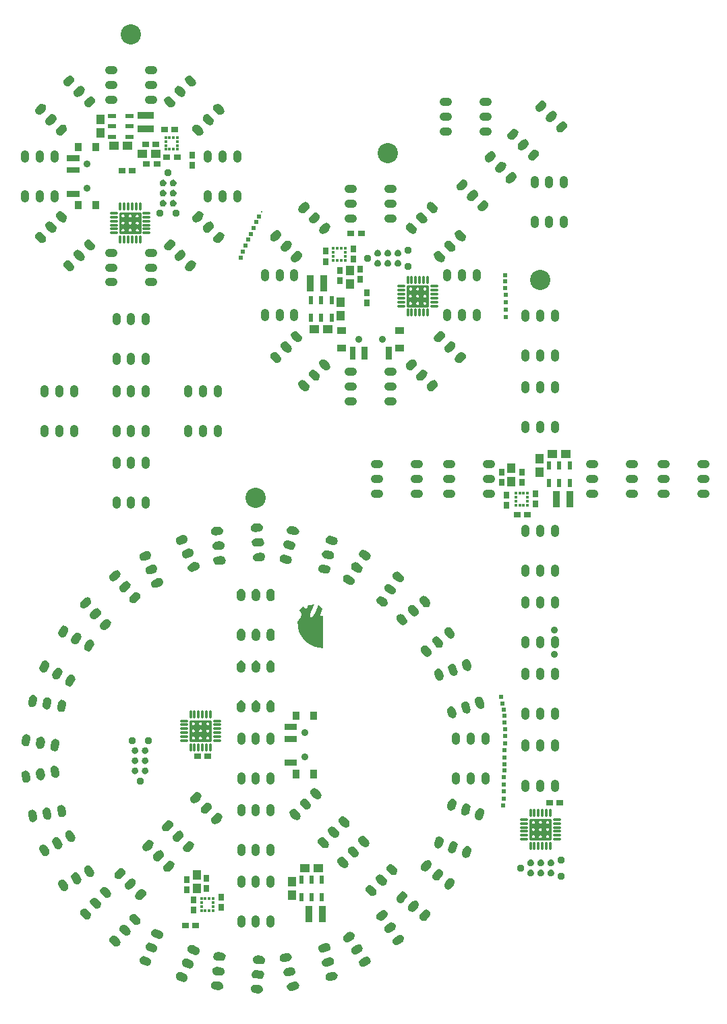
<source format=gts>
G04 DipTrace 2.4.0.2*
%INfemalemalecrosspeace.gts*%
%MOMM*%
%ADD10C,0.25*%
%ADD21C,0.165*%
%ADD30R,1.0X0.5*%
%ADD50R,0.5X1.0*%
%ADD57C,0.33*%
%ADD58C,0.95*%
%ADD59C,0.9*%
%ADD60C,2.54*%
%ADD61C,0.61*%
%ADD66R,0.9X2.05*%
%ADD69R,0.3X0.325*%
%ADD70R,0.325X0.3*%
%ADD71R,0.75X0.95*%
%ADD72R,0.95X0.75*%
%ADD75O,1.05X1.55*%
%ADD76R,2.05X0.9*%
%ADD77R,1.15X1.05*%
%ADD78R,1.05X1.15*%
%ADD79O,1.55X1.05*%
%ADD83O,1.05X0.33*%
%ADD84O,0.33X1.05*%
%FSLAX53Y53*%
G04*
G71*
G90*
G75*
G01*
%LNTopMask*%
%LPD*%
X27116Y108285D2*
D21*
Y108303D1*
X27118Y108322D1*
X27122Y108340D1*
X27126Y108358D1*
X27132Y108376D1*
X27140Y108393D1*
X27148Y108410D1*
X27158Y108426D1*
X27169Y108441D1*
X27181Y108456D1*
X27194Y108470D1*
X27208Y108483D1*
X27223Y108495D1*
X27239Y108506D1*
X27255Y108516D1*
X27273Y108524D1*
X27290Y108532D1*
X27309Y108538D1*
X27328Y108543D1*
X27347Y108547D1*
X27366Y108550D1*
X27385Y108551D1*
X27405D1*
X27424Y108550D1*
X27444Y108547D1*
X27463Y108543D1*
X27481Y108538D1*
X27500Y108532D1*
X27518Y108524D1*
X27535Y108516D1*
X27551Y108506D1*
X27567Y108495D1*
X27582Y108483D1*
X27596Y108470D1*
X27609Y108456D1*
X27621Y108441D1*
X27632Y108426D1*
X27642Y108410D1*
X27650Y108393D1*
X27658Y108376D1*
X27664Y108358D1*
X27668Y108340D1*
X27672Y108322D1*
X27674Y108303D1*
X27675Y108285D1*
X27674Y108266D1*
X27672Y108248D1*
X27668Y108229D1*
X27664Y108211D1*
X27658Y108194D1*
X27650Y108176D1*
X27642Y108160D1*
X27632Y108143D1*
X27621Y108128D1*
X27609Y108113D1*
X27596Y108099D1*
X27582Y108087D1*
X27567Y108075D1*
X27551Y108064D1*
X27535Y108054D1*
X27518Y108045D1*
X27500Y108037D1*
X27481Y108031D1*
X27463Y108026D1*
X27444Y108022D1*
X27424Y108020D1*
X27405Y108018D1*
X27385D1*
X27366Y108020D1*
X27347Y108022D1*
X27328Y108026D1*
X27309Y108031D1*
X27290Y108037D1*
X27273Y108045D1*
X27255Y108054D1*
X27239Y108064D1*
X27223Y108075D1*
X27208Y108087D1*
X27194Y108099D1*
X27181Y108113D1*
X27169Y108128D1*
X27158Y108143D1*
X27148Y108160D1*
X27140Y108176D1*
X27132Y108194D1*
X27126Y108211D1*
X27122Y108229D1*
X27118Y108248D1*
X27116Y108266D1*
Y108285D1*
Y107381D2*
Y107400D1*
X27118Y107419D1*
X27122Y107437D1*
X27126Y107455D1*
X27132Y107473D1*
X27140Y107490D1*
X27148Y107507D1*
X27158Y107523D1*
X27169Y107538D1*
X27181Y107553D1*
X27194Y107567D1*
X27208Y107580D1*
X27223Y107592D1*
X27239Y107602D1*
X27255Y107612D1*
X27273Y107621D1*
X27290Y107629D1*
X27309Y107635D1*
X27328Y107640D1*
X27347Y107644D1*
X27366Y107647D1*
X27385Y107648D1*
X27405D1*
X27424Y107647D1*
X27444Y107644D1*
X27463Y107640D1*
X27481Y107635D1*
X27500Y107629D1*
X27518Y107621D1*
X27535Y107612D1*
X27551Y107602D1*
X27567Y107592D1*
X27582Y107580D1*
X27596Y107567D1*
X27609Y107553D1*
X27621Y107538D1*
X27632Y107523D1*
X27642Y107507D1*
X27650Y107490D1*
X27658Y107473D1*
X27664Y107455D1*
X27668Y107437D1*
X27672Y107419D1*
X27674Y107400D1*
X27675Y107381D1*
X27674Y107363D1*
X27672Y107344D1*
X27668Y107326D1*
X27664Y107308D1*
X27658Y107290D1*
X27650Y107273D1*
X27642Y107256D1*
X27632Y107240D1*
X27621Y107225D1*
X27609Y107210D1*
X27596Y107196D1*
X27582Y107183D1*
X27567Y107171D1*
X27551Y107160D1*
X27535Y107151D1*
X27518Y107142D1*
X27500Y107134D1*
X27481Y107128D1*
X27463Y107123D1*
X27444Y107119D1*
X27424Y107116D1*
X27405Y107115D1*
X27385D1*
X27366Y107116D1*
X27347Y107119D1*
X27328Y107123D1*
X27309Y107128D1*
X27290Y107134D1*
X27273Y107142D1*
X27255Y107151D1*
X27239Y107160D1*
X27223Y107171D1*
X27208Y107183D1*
X27194Y107196D1*
X27181Y107210D1*
X27169Y107225D1*
X27158Y107240D1*
X27148Y107256D1*
X27140Y107273D1*
X27132Y107290D1*
X27126Y107308D1*
X27122Y107326D1*
X27118Y107344D1*
X27116Y107363D1*
Y107381D1*
X26219Y109191D2*
X26220Y109210D1*
X26222Y109228D1*
X26225Y109247D1*
X26230Y109265D1*
X26236Y109283D1*
X26243Y109300D1*
X26252Y109317D1*
X26262Y109333D1*
X26272Y109348D1*
X26284Y109363D1*
X26297Y109377D1*
X26312Y109389D1*
X26326Y109401D1*
X26342Y109412D1*
X26359Y109422D1*
X26376Y109431D1*
X26394Y109439D1*
X26412Y109445D1*
X26431Y109450D1*
X26450Y109454D1*
X26469Y109457D1*
X26489Y109458D1*
X26508D1*
X26528Y109457D1*
X26547Y109454D1*
X26566Y109450D1*
X26585Y109445D1*
X26603Y109439D1*
X26621Y109431D1*
X26638Y109422D1*
X26655Y109412D1*
X26671Y109401D1*
X26686Y109389D1*
X26700Y109377D1*
X26713Y109363D1*
X26725Y109348D1*
X26736Y109333D1*
X26745Y109317D1*
X26754Y109300D1*
X26761Y109283D1*
X26767Y109265D1*
X26772Y109247D1*
X26775Y109228D1*
X26777Y109210D1*
X26778Y109191D1*
X26777Y109173D1*
X26775Y109154D1*
X26772Y109136D1*
X26767Y109118D1*
X26761Y109100D1*
X26754Y109083D1*
X26745Y109066D1*
X26736Y109050D1*
X26725Y109035D1*
X26713Y109020D1*
X26700Y109006D1*
X26686Y108993D1*
X26671Y108981D1*
X26655Y108970D1*
X26638Y108960D1*
X26621Y108952D1*
X26603Y108944D1*
X26585Y108938D1*
X26566Y108933D1*
X26547Y108929D1*
X26528Y108926D1*
X26508Y108925D1*
X26489D1*
X26469Y108926D1*
X26450Y108929D1*
X26431Y108933D1*
X26412Y108938D1*
X26394Y108944D1*
X26376Y108952D1*
X26359Y108960D1*
X26342Y108970D1*
X26326Y108981D1*
X26312Y108993D1*
X26297Y109006D1*
X26284Y109020D1*
X26272Y109035D1*
X26262Y109050D1*
X26252Y109066D1*
X26243Y109083D1*
X26236Y109100D1*
X26230Y109118D1*
X26225Y109136D1*
X26222Y109154D1*
X26220Y109173D1*
X26219Y109191D1*
X26216Y108291D2*
X26217Y108310D1*
X26219Y108329D1*
X26222Y108347D1*
X26227Y108365D1*
X26233Y108383D1*
X26240Y108400D1*
X26249Y108417D1*
X26258Y108433D1*
X26269Y108448D1*
X26281Y108463D1*
X26294Y108477D1*
X26308Y108490D1*
X26323Y108502D1*
X26339Y108513D1*
X26356Y108522D1*
X26373Y108531D1*
X26391Y108539D1*
X26409Y108545D1*
X26428Y108550D1*
X26447Y108554D1*
X26466Y108557D1*
X26485Y108558D1*
X26505D1*
X26524Y108557D1*
X26544Y108554D1*
X26563Y108550D1*
X26582Y108545D1*
X26600Y108539D1*
X26618Y108531D1*
X26635Y108522D1*
X26651Y108513D1*
X26667Y108502D1*
X26682Y108490D1*
X26696Y108477D1*
X26709Y108463D1*
X26721Y108448D1*
X26732Y108433D1*
X26742Y108417D1*
X26750Y108400D1*
X26758Y108383D1*
X26764Y108365D1*
X26768Y108347D1*
X26772Y108329D1*
X26774Y108310D1*
Y108291D1*
Y108273D1*
X26772Y108254D1*
X26768Y108236D1*
X26764Y108218D1*
X26758Y108200D1*
X26750Y108183D1*
X26742Y108166D1*
X26732Y108150D1*
X26721Y108135D1*
X26709Y108120D1*
X26696Y108106D1*
X26682Y108093D1*
X26667Y108081D1*
X26651Y108070D1*
X26635Y108061D1*
X26618Y108052D1*
X26600Y108044D1*
X26582Y108038D1*
X26563Y108033D1*
X26544Y108029D1*
X26524Y108026D1*
X26505Y108025D1*
X26485D1*
X26466Y108026D1*
X26447Y108029D1*
X26428Y108033D1*
X26409Y108038D1*
X26391Y108044D1*
X26373Y108052D1*
X26356Y108061D1*
X26339Y108070D1*
X26323Y108081D1*
X26308Y108093D1*
X26294Y108106D1*
X26281Y108120D1*
X26269Y108135D1*
X26258Y108150D1*
X26249Y108166D1*
X26240Y108183D1*
X26233Y108200D1*
X26227Y108218D1*
X26222Y108236D1*
X26219Y108254D1*
X26217Y108273D1*
X26216Y108291D1*
Y108281D2*
X26217Y108300D1*
X26219Y108318D1*
X26222Y108337D1*
X26227Y108355D1*
X26233Y108372D1*
X26240Y108390D1*
X26249Y108406D1*
X26258Y108423D1*
X26269Y108438D1*
X26281Y108453D1*
X26294Y108466D1*
X26308Y108479D1*
X26323Y108491D1*
X26339Y108502D1*
X26356Y108512D1*
X26373Y108521D1*
X26391Y108528D1*
X26409Y108535D1*
X26428Y108540D1*
X26447Y108544D1*
X26466Y108546D1*
X26485Y108548D1*
X26505D1*
X26524Y108546D1*
X26544Y108544D1*
X26563Y108540D1*
X26582Y108535D1*
X26600Y108528D1*
X26618Y108521D1*
X26635Y108512D1*
X26651Y108502D1*
X26667Y108491D1*
X26682Y108479D1*
X26696Y108466D1*
X26709Y108453D1*
X26721Y108438D1*
X26732Y108423D1*
X26742Y108406D1*
X26750Y108390D1*
X26758Y108372D1*
X26764Y108355D1*
X26768Y108337D1*
X26772Y108318D1*
X26774Y108300D1*
Y108281D1*
Y108263D1*
X26772Y108244D1*
X26768Y108226D1*
X26764Y108208D1*
X26758Y108190D1*
X26750Y108173D1*
X26742Y108156D1*
X26732Y108140D1*
X26721Y108125D1*
X26709Y108110D1*
X26696Y108096D1*
X26682Y108083D1*
X26667Y108071D1*
X26651Y108060D1*
X26635Y108050D1*
X26618Y108042D1*
X26600Y108034D1*
X26582Y108028D1*
X26563Y108023D1*
X26544Y108019D1*
X26524Y108016D1*
X26505Y108015D1*
X26485D1*
X26466Y108016D1*
X26447Y108019D1*
X26428Y108023D1*
X26409Y108028D1*
X26391Y108034D1*
X26373Y108042D1*
X26356Y108050D1*
X26339Y108060D1*
X26323Y108071D1*
X26308Y108083D1*
X26294Y108096D1*
X26281Y108110D1*
X26269Y108125D1*
X26258Y108140D1*
X26249Y108156D1*
X26240Y108173D1*
X26233Y108190D1*
X26227Y108208D1*
X26222Y108226D1*
X26219Y108244D1*
X26217Y108263D1*
X26216Y108281D1*
X26223Y107385D2*
Y107403D1*
X26225Y107422D1*
X26229Y107440D1*
X26233Y107458D1*
X26239Y107476D1*
X26247Y107493D1*
X26255Y107510D1*
X26265Y107526D1*
X26276Y107542D1*
X26288Y107556D1*
X26301Y107570D1*
X26315Y107583D1*
X26330Y107595D1*
X26346Y107606D1*
X26362Y107616D1*
X26379Y107624D1*
X26397Y107632D1*
X26416Y107638D1*
X26434Y107644D1*
X26453Y107647D1*
X26473Y107650D1*
X26492Y107651D1*
X26512D1*
X26531Y107650D1*
X26550Y107647D1*
X26569Y107644D1*
X26588Y107638D1*
X26606Y107632D1*
X26624Y107624D1*
X26641Y107616D1*
X26658Y107606D1*
X26674Y107595D1*
X26689Y107583D1*
X26703Y107570D1*
X26716Y107556D1*
X26728Y107542D1*
X26739Y107526D1*
X26748Y107510D1*
X26757Y107493D1*
X26764Y107476D1*
X26770Y107458D1*
X26775Y107440D1*
X26778Y107422D1*
X26780Y107403D1*
X26781Y107385D1*
X26780Y107366D1*
X26778Y107348D1*
X26775Y107329D1*
X26770Y107311D1*
X26764Y107294D1*
X26757Y107276D1*
X26748Y107260D1*
X26739Y107244D1*
X26728Y107228D1*
X26716Y107213D1*
X26703Y107200D1*
X26689Y107187D1*
X26674Y107175D1*
X26658Y107164D1*
X26641Y107154D1*
X26624Y107145D1*
X26606Y107138D1*
X26588Y107131D1*
X26569Y107126D1*
X26550Y107122D1*
X26531Y107120D1*
X26512Y107118D1*
X26492D1*
X26473Y107120D1*
X26453Y107122D1*
X26434Y107126D1*
X26416Y107131D1*
X26397Y107138D1*
X26379Y107145D1*
X26362Y107154D1*
X26346Y107164D1*
X26330Y107175D1*
X26315Y107187D1*
X26301Y107200D1*
X26288Y107213D1*
X26276Y107228D1*
X26265Y107244D1*
X26255Y107260D1*
X26247Y107276D1*
X26239Y107294D1*
X26233Y107311D1*
X26229Y107329D1*
X26225Y107348D1*
X26223Y107366D1*
Y107385D1*
X25316Y108288D2*
X25317Y108307D1*
X25319Y108325D1*
X25322Y108344D1*
X25327Y108362D1*
X25333Y108379D1*
X25340Y108397D1*
X25349Y108413D1*
X25358Y108429D1*
X25369Y108445D1*
X25381Y108459D1*
X25394Y108473D1*
X25408Y108486D1*
X25423Y108498D1*
X25439Y108509D1*
X25455Y108519D1*
X25473Y108528D1*
X25490Y108535D1*
X25509Y108542D1*
X25528Y108547D1*
X25547Y108551D1*
X25566Y108553D1*
X25585Y108555D1*
X25605D1*
X25624Y108553D1*
X25644Y108551D1*
X25663Y108547D1*
X25681Y108542D1*
X25700Y108535D1*
X25717Y108528D1*
X25735Y108519D1*
X25751Y108509D1*
X25767Y108498D1*
X25782Y108486D1*
X25796Y108473D1*
X25809Y108459D1*
X25821Y108445D1*
X25832Y108429D1*
X25842Y108413D1*
X25850Y108397D1*
X25857Y108379D1*
X25863Y108362D1*
X25868Y108344D1*
X25872Y108325D1*
X25874Y108307D1*
Y108288D1*
Y108269D1*
X25872Y108251D1*
X25868Y108233D1*
X25863Y108215D1*
X25857Y108197D1*
X25850Y108180D1*
X25842Y108163D1*
X25832Y108147D1*
X25821Y108131D1*
X25809Y108117D1*
X25796Y108103D1*
X25782Y108090D1*
X25767Y108078D1*
X25751Y108067D1*
X25735Y108057D1*
X25717Y108048D1*
X25700Y108041D1*
X25681Y108035D1*
X25663Y108029D1*
X25644Y108026D1*
X25624Y108023D1*
X25605Y108022D1*
X25585D1*
X25566Y108023D1*
X25547Y108026D1*
X25528Y108029D1*
X25509Y108035D1*
X25490Y108041D1*
X25473Y108048D1*
X25455Y108057D1*
X25439Y108067D1*
X25423Y108078D1*
X25408Y108090D1*
X25394Y108103D1*
X25381Y108117D1*
X25369Y108131D1*
X25358Y108147D1*
X25349Y108163D1*
X25340Y108180D1*
X25333Y108197D1*
X25327Y108215D1*
X25322Y108233D1*
X25319Y108251D1*
X25317Y108269D1*
X25316Y108288D1*
Y109185D2*
X25317Y109203D1*
X25319Y109222D1*
X25322Y109240D1*
X25327Y109258D1*
X25333Y109276D1*
X25340Y109293D1*
X25349Y109310D1*
X25358Y109326D1*
X25369Y109341D1*
X25381Y109356D1*
X25394Y109370D1*
X25408Y109383D1*
X25423Y109395D1*
X25439Y109406D1*
X25455Y109415D1*
X25473Y109424D1*
X25490Y109432D1*
X25509Y109438D1*
X25528Y109443D1*
X25547Y109447D1*
X25566Y109450D1*
X25585Y109451D1*
X25605D1*
X25624Y109450D1*
X25644Y109447D1*
X25663Y109443D1*
X25681Y109438D1*
X25700Y109432D1*
X25717Y109424D1*
X25735Y109415D1*
X25751Y109406D1*
X25767Y109395D1*
X25782Y109383D1*
X25796Y109370D1*
X25809Y109356D1*
X25821Y109341D1*
X25832Y109326D1*
X25842Y109310D1*
X25850Y109293D1*
X25857Y109276D1*
X25863Y109258D1*
X25868Y109240D1*
X25872Y109222D1*
X25874Y109203D1*
Y109185D1*
Y109166D1*
X25872Y109147D1*
X25868Y109129D1*
X25863Y109111D1*
X25857Y109093D1*
X25850Y109076D1*
X25842Y109059D1*
X25832Y109043D1*
X25821Y109028D1*
X25809Y109013D1*
X25796Y108999D1*
X25782Y108986D1*
X25767Y108974D1*
X25751Y108964D1*
X25735Y108954D1*
X25717Y108945D1*
X25700Y108937D1*
X25681Y108931D1*
X25663Y108926D1*
X25644Y108922D1*
X25624Y108919D1*
X25605Y108918D1*
X25585D1*
X25566Y108919D1*
X25547Y108922D1*
X25528Y108926D1*
X25509Y108931D1*
X25490Y108937D1*
X25473Y108945D1*
X25455Y108954D1*
X25439Y108964D1*
X25423Y108974D1*
X25408Y108986D1*
X25394Y108999D1*
X25381Y109013D1*
X25369Y109028D1*
X25358Y109043D1*
X25349Y109059D1*
X25340Y109076D1*
X25333Y109093D1*
X25327Y109111D1*
X25322Y109129D1*
X25319Y109147D1*
X25317Y109166D1*
X25316Y109185D1*
Y107381D2*
X25317Y107400D1*
X25319Y107419D1*
X25322Y107437D1*
X25327Y107455D1*
X25333Y107473D1*
X25340Y107490D1*
X25349Y107507D1*
X25358Y107523D1*
X25369Y107538D1*
X25381Y107553D1*
X25394Y107567D1*
X25408Y107580D1*
X25423Y107592D1*
X25439Y107602D1*
X25455Y107612D1*
X25473Y107621D1*
X25490Y107629D1*
X25509Y107635D1*
X25528Y107640D1*
X25547Y107644D1*
X25566Y107647D1*
X25585Y107648D1*
X25605D1*
X25624Y107647D1*
X25644Y107644D1*
X25663Y107640D1*
X25681Y107635D1*
X25700Y107629D1*
X25717Y107621D1*
X25735Y107612D1*
X25751Y107602D1*
X25767Y107592D1*
X25782Y107580D1*
X25796Y107567D1*
X25809Y107553D1*
X25821Y107538D1*
X25832Y107523D1*
X25842Y107507D1*
X25850Y107490D1*
X25857Y107473D1*
X25863Y107455D1*
X25868Y107437D1*
X25872Y107419D1*
X25874Y107400D1*
Y107381D1*
Y107363D1*
X25872Y107344D1*
X25868Y107326D1*
X25863Y107308D1*
X25857Y107290D1*
X25850Y107273D1*
X25842Y107256D1*
X25832Y107240D1*
X25821Y107225D1*
X25809Y107210D1*
X25796Y107196D1*
X25782Y107183D1*
X25767Y107171D1*
X25751Y107160D1*
X25735Y107151D1*
X25717Y107142D1*
X25700Y107134D1*
X25681Y107128D1*
X25663Y107123D1*
X25644Y107119D1*
X25624Y107116D1*
X25605Y107115D1*
X25585D1*
X25566Y107116D1*
X25547Y107119D1*
X25528Y107123D1*
X25509Y107128D1*
X25490Y107134D1*
X25473Y107142D1*
X25455Y107151D1*
X25439Y107160D1*
X25423Y107171D1*
X25408Y107183D1*
X25394Y107196D1*
X25381Y107210D1*
X25369Y107225D1*
X25358Y107240D1*
X25349Y107256D1*
X25340Y107273D1*
X25333Y107290D1*
X25327Y107308D1*
X25322Y107326D1*
X25319Y107344D1*
X25317Y107363D1*
X25316Y107381D1*
X27765Y109541D2*
D10*
X25238D1*
Y107051D1*
X27765D1*
Y109541D1*
G36*
X27705Y108947D2*
X25322D1*
Y108467D1*
X27705D1*
Y108947D1*
G37*
G36*
X26299Y109504D2*
X25832D1*
Y107028D1*
X26299D1*
Y109504D1*
G37*
G36*
X27158Y109487D2*
X26692D1*
Y107128D1*
X27158D1*
Y109487D1*
G37*
G36*
X27799Y108058D2*
X25329D1*
Y107585D1*
X27799D1*
Y108058D1*
G37*
X27102Y109158D2*
D21*
X27103Y109177D1*
X27105Y109195D1*
X27108Y109213D1*
X27113Y109231D1*
X27119Y109249D1*
X27127Y109266D1*
X27135Y109283D1*
X27145Y109299D1*
X27156Y109315D1*
X27168Y109329D1*
X27181Y109343D1*
X27195Y109356D1*
X27210Y109368D1*
X27226Y109379D1*
X27242Y109389D1*
X27259Y109398D1*
X27277Y109405D1*
X27295Y109411D1*
X27314Y109417D1*
X27333Y109420D1*
X27353Y109423D1*
X27372Y109424D1*
X27392D1*
X27411Y109423D1*
X27430Y109420D1*
X27449Y109417D1*
X27468Y109411D1*
X27487Y109405D1*
X27504Y109398D1*
X27522Y109389D1*
X27538Y109379D1*
X27554Y109368D1*
X27569Y109356D1*
X27583Y109343D1*
X27596Y109329D1*
X27608Y109315D1*
X27619Y109299D1*
X27629Y109283D1*
X27637Y109266D1*
X27644Y109249D1*
X27651Y109231D1*
X27655Y109213D1*
X27659Y109195D1*
X27661Y109177D1*
Y109158D1*
Y109139D1*
X27659Y109121D1*
X27655Y109102D1*
X27651Y109084D1*
X27644Y109067D1*
X27637Y109049D1*
X27629Y109033D1*
X27619Y109017D1*
X27608Y109001D1*
X27596Y108987D1*
X27583Y108973D1*
X27569Y108960D1*
X27554Y108948D1*
X27538Y108937D1*
X27522Y108927D1*
X27504Y108918D1*
X27487Y108911D1*
X27468Y108904D1*
X27449Y108899D1*
X27430Y108895D1*
X27411Y108893D1*
X27392Y108891D1*
X27372D1*
X27353Y108893D1*
X27333Y108895D1*
X27314Y108899D1*
X27295Y108904D1*
X27277Y108911D1*
X27259Y108918D1*
X27242Y108927D1*
X27226Y108937D1*
X27210Y108948D1*
X27195Y108960D1*
X27181Y108973D1*
X27168Y108987D1*
X27156Y109001D1*
X27145Y109017D1*
X27135Y109033D1*
X27127Y109049D1*
X27119Y109067D1*
X27113Y109084D1*
X27108Y109102D1*
X27105Y109121D1*
X27103Y109139D1*
X27102Y109158D1*
D84*
X27749Y110331D3*
X27249D3*
X26749D3*
X26249D3*
X25749D3*
X25249D3*
D83*
X24449Y109531D3*
Y109031D3*
Y108531D3*
Y108031D3*
Y107531D3*
Y107031D3*
D84*
X25249Y106231D3*
X25749D3*
X26249D3*
X26749D3*
X27249D3*
X27749D3*
D83*
X28549Y107031D3*
Y107531D3*
Y108031D3*
Y108531D3*
Y109031D3*
Y109531D3*
D30*
X24193Y121724D3*
Y120424D3*
Y119124D3*
X26393D3*
Y120424D3*
Y121724D3*
G36*
X31887Y112883D2*
X31960Y112889D1*
X32031Y112908D1*
X32097Y112939D1*
X32157Y112981D1*
X32208Y113032D1*
X32250Y113092D1*
X32281Y113158D1*
X32300Y113229D1*
X32306Y113302D1*
D1*
X32300Y113374D1*
X32281Y113445D1*
X32250Y113511D1*
X32208Y113571D1*
X32157Y113622D1*
X32097Y113664D1*
X32031Y113695D1*
X31960Y113714D1*
X31887Y113720D1*
D1*
X31815Y113714D1*
X31744Y113695D1*
X31678Y113664D1*
X31618Y113622D1*
X31567Y113571D1*
X31525Y113511D1*
X31494Y113445D1*
X31475Y113374D1*
X31469Y113302D1*
D1*
X31475Y113229D1*
X31494Y113158D1*
X31525Y113092D1*
X31567Y113032D1*
X31618Y112981D1*
X31678Y112939D1*
X31744Y112908D1*
X31815Y112889D1*
X31887Y112883D1*
G37*
G36*
Y111613D2*
X31960Y111619D1*
X32031Y111638D1*
X32097Y111669D1*
X32157Y111711D1*
X32208Y111762D1*
X32250Y111822D1*
X32281Y111888D1*
X32300Y111959D1*
X32306Y112032D1*
D1*
X32300Y112104D1*
X32281Y112175D1*
X32250Y112241D1*
X32208Y112301D1*
X32157Y112352D1*
X32097Y112394D1*
X32031Y112425D1*
X31960Y112444D1*
X31887Y112450D1*
D1*
X31815Y112444D1*
X31744Y112425D1*
X31678Y112394D1*
X31618Y112352D1*
X31567Y112301D1*
X31525Y112241D1*
X31494Y112175D1*
X31475Y112104D1*
X31469Y112032D1*
D1*
X31475Y111959D1*
X31494Y111888D1*
X31525Y111822D1*
X31567Y111762D1*
X31618Y111711D1*
X31678Y111669D1*
X31744Y111638D1*
X31815Y111619D1*
X31887Y111613D1*
G37*
G36*
Y110343D2*
X31960Y110349D1*
X32031Y110368D1*
X32097Y110399D1*
X32157Y110441D1*
X32208Y110492D1*
X32250Y110552D1*
X32281Y110618D1*
X32300Y110689D1*
X32306Y110762D1*
D1*
X32300Y110834D1*
X32281Y110905D1*
X32250Y110971D1*
X32208Y111031D1*
X32157Y111082D1*
X32097Y111124D1*
X32031Y111155D1*
X31960Y111174D1*
X31887Y111180D1*
D1*
X31815Y111174D1*
X31744Y111155D1*
X31678Y111124D1*
X31618Y111082D1*
X31567Y111031D1*
X31525Y110971D1*
X31494Y110905D1*
X31475Y110834D1*
X31469Y110762D1*
D1*
X31475Y110689D1*
X31494Y110618D1*
X31525Y110552D1*
X31567Y110492D1*
X31618Y110441D1*
X31678Y110399D1*
X31744Y110368D1*
X31815Y110349D1*
X31887Y110343D1*
G37*
G36*
X30617D2*
X30690Y110349D1*
X30761Y110368D1*
X30827Y110399D1*
X30887Y110441D1*
X30938Y110492D1*
X30980Y110552D1*
X31011Y110618D1*
X31030Y110689D1*
X31036Y110762D1*
D1*
X31030Y110834D1*
X31011Y110905D1*
X30980Y110971D1*
X30938Y111031D1*
X30887Y111082D1*
X30827Y111124D1*
X30761Y111155D1*
X30690Y111174D1*
X30617Y111180D1*
D1*
X30545Y111174D1*
X30474Y111155D1*
X30408Y111124D1*
X30348Y111082D1*
X30297Y111031D1*
X30255Y110971D1*
X30224Y110905D1*
X30205Y110834D1*
X30199Y110762D1*
D1*
X30205Y110689D1*
X30224Y110618D1*
X30255Y110552D1*
X30297Y110492D1*
X30348Y110441D1*
X30408Y110399D1*
X30474Y110368D1*
X30545Y110349D1*
X30617Y110343D1*
G37*
G36*
Y111613D2*
X30690Y111619D1*
X30761Y111638D1*
X30827Y111669D1*
X30887Y111711D1*
X30938Y111762D1*
X30980Y111822D1*
X31011Y111888D1*
X31030Y111959D1*
X31036Y112032D1*
D1*
X31030Y112104D1*
X31011Y112175D1*
X30980Y112241D1*
X30938Y112301D1*
X30887Y112352D1*
X30827Y112394D1*
X30761Y112425D1*
X30690Y112444D1*
X30617Y112450D1*
D1*
X30545Y112444D1*
X30474Y112425D1*
X30408Y112394D1*
X30348Y112352D1*
X30297Y112301D1*
X30255Y112241D1*
X30224Y112175D1*
X30205Y112104D1*
X30199Y112032D1*
D1*
X30205Y111959D1*
X30224Y111888D1*
X30255Y111822D1*
X30297Y111762D1*
X30348Y111711D1*
X30408Y111669D1*
X30474Y111638D1*
X30545Y111619D1*
X30617Y111613D1*
G37*
G36*
Y112883D2*
X30690Y112889D1*
X30761Y112908D1*
X30827Y112939D1*
X30887Y112981D1*
X30938Y113032D1*
X30980Y113092D1*
X31011Y113158D1*
X31030Y113229D1*
X31036Y113302D1*
D1*
X31030Y113374D1*
X31011Y113445D1*
X30980Y113511D1*
X30938Y113571D1*
X30887Y113622D1*
X30827Y113664D1*
X30761Y113695D1*
X30690Y113714D1*
X30617Y113720D1*
D1*
X30545Y113714D1*
X30474Y113695D1*
X30408Y113664D1*
X30348Y113622D1*
X30297Y113571D1*
X30255Y113511D1*
X30224Y113445D1*
X30205Y113374D1*
X30199Y113302D1*
D1*
X30205Y113229D1*
X30224Y113158D1*
X30255Y113092D1*
X30297Y113032D1*
X30348Y112981D1*
X30408Y112939D1*
X30474Y112908D1*
X30545Y112889D1*
X30617Y112883D1*
G37*
D58*
X31252Y114572D3*
X32268Y109492D3*
X30236D3*
D79*
X29118Y100848D3*
Y102698D3*
Y104548D3*
X24118D3*
Y102698D3*
Y100848D3*
D78*
X22758Y121254D3*
Y119554D3*
D77*
X26131Y117942D3*
X24431D3*
D76*
X28452Y121778D3*
Y120078D3*
G36*
X18599Y102369D2*
X18795Y102246D1*
X19027Y102220D1*
X19248Y102297D1*
X19414Y102462D1*
X19491Y102683D1*
X19465Y102916D1*
X19342Y103111D1*
X18984Y103469D1*
X18789Y103592D1*
X18556Y103618D1*
X18335Y103541D1*
X18170Y103375D1*
X18093Y103155D1*
X18119Y102922D1*
X18242Y102726D1*
X18599Y102369D1*
G37*
G36*
X19907Y103677D2*
X20103Y103554D1*
X20335Y103528D1*
X20556Y103605D1*
X20722Y103771D1*
X20799Y103991D1*
X20773Y104224D1*
X20650Y104419D1*
X20292Y104777D1*
X20097Y104900D1*
X19864Y104926D1*
X19643Y104849D1*
X19478Y104683D1*
X19401Y104463D1*
X19427Y104230D1*
X19550Y104035D1*
X19907Y103677D1*
G37*
G36*
X21216Y104985D2*
X21411Y104862D1*
X21644Y104836D1*
X21864Y104913D1*
X22030Y105079D1*
X22107Y105300D1*
X22081Y105532D1*
X21958Y105728D1*
X21600Y106085D1*
X21405Y106208D1*
X21172Y106234D1*
X20952Y106157D1*
X20786Y105992D1*
X20709Y105771D1*
X20735Y105538D1*
X20858Y105343D1*
X21216Y104985D1*
G37*
G36*
X17680Y108521D2*
X17876Y108398D1*
X18108Y108372D1*
X18329Y108449D1*
X18494Y108614D1*
X18572Y108835D1*
X18545Y109068D1*
X18422Y109263D1*
X18065Y109621D1*
X17869Y109744D1*
X17637Y109770D1*
X17416Y109693D1*
X17251Y109527D1*
X17173Y109306D1*
X17200Y109074D1*
X17322Y108878D1*
X17680Y108521D1*
G37*
G36*
X16372Y107213D2*
X16567Y107090D1*
X16800Y107063D1*
X17021Y107141D1*
X17186Y107306D1*
X17263Y107527D1*
X17237Y107759D1*
X17114Y107955D1*
X16757Y108313D1*
X16561Y108436D1*
X16329Y108462D1*
X16108Y108384D1*
X15942Y108219D1*
X15865Y107998D1*
X15891Y107766D1*
X16014Y107570D1*
X16372Y107213D1*
G37*
G36*
X15064Y105904D2*
X15259Y105782D1*
X15492Y105755D1*
X15713Y105833D1*
X15878Y105998D1*
X15955Y106219D1*
X15929Y106451D1*
X15806Y106647D1*
X15449Y107004D1*
X15253Y107127D1*
X15021Y107154D1*
X14800Y107076D1*
X14634Y106911D1*
X14557Y106690D1*
X14583Y106458D1*
X14706Y106262D1*
X15064Y105904D1*
G37*
D75*
X13309Y111657D3*
X15159D3*
X17009D3*
Y116657D3*
X15159D3*
X13309D3*
G36*
X14706Y122759D2*
X14583Y122563D1*
X14557Y122331D1*
X14634Y122110D1*
X14800Y121944D1*
X15021Y121867D1*
X15253Y121893D1*
X15449Y122016D1*
X15806Y122374D1*
X15929Y122569D1*
X15955Y122802D1*
X15878Y123023D1*
X15713Y123188D1*
X15492Y123265D1*
X15259Y123239D1*
X15064Y123116D1*
X14706Y122759D1*
G37*
G36*
X16014Y121450D2*
X15891Y121255D1*
X15865Y121022D1*
X15942Y120802D1*
X16108Y120636D1*
X16329Y120559D1*
X16561Y120585D1*
X16757Y120708D1*
X17114Y121066D1*
X17237Y121261D1*
X17263Y121494D1*
X17186Y121714D1*
X17021Y121880D1*
X16800Y121957D1*
X16567Y121931D1*
X16372Y121808D1*
X16014Y121450D1*
G37*
G36*
X17322Y120142D2*
X17200Y119947D1*
X17173Y119714D1*
X17251Y119493D1*
X17416Y119328D1*
X17637Y119251D1*
X17869Y119277D1*
X18065Y119400D1*
X18422Y119757D1*
X18545Y119953D1*
X18572Y120186D1*
X18494Y120406D1*
X18329Y120572D1*
X18108Y120649D1*
X17876Y120623D1*
X17680Y120500D1*
X17322Y120142D1*
G37*
G36*
X20858Y123678D2*
X20735Y123482D1*
X20709Y123250D1*
X20786Y123029D1*
X20952Y122864D1*
X21172Y122786D1*
X21405Y122813D1*
X21600Y122935D1*
X21958Y123293D1*
X22081Y123489D1*
X22107Y123721D1*
X22030Y123942D1*
X21864Y124107D1*
X21644Y124185D1*
X21411Y124158D1*
X21216Y124035D1*
X20858Y123678D1*
G37*
G36*
X19550Y124986D2*
X19427Y124790D1*
X19401Y124558D1*
X19478Y124337D1*
X19643Y124172D1*
X19864Y124094D1*
X20097Y124121D1*
X20292Y124244D1*
X20650Y124601D1*
X20773Y124797D1*
X20799Y125029D1*
X20722Y125250D1*
X20556Y125415D1*
X20335Y125493D1*
X20103Y125467D1*
X19907Y125344D1*
X19550Y124986D1*
G37*
G36*
X18242Y126294D2*
X18119Y126099D1*
X18093Y125866D1*
X18170Y125645D1*
X18335Y125480D1*
X18556Y125403D1*
X18789Y125429D1*
X18984Y125552D1*
X19342Y125909D1*
X19465Y126105D1*
X19491Y126337D1*
X19414Y126558D1*
X19248Y126724D1*
X19027Y126801D1*
X18795Y126775D1*
X18599Y126652D1*
X18242Y126294D1*
G37*
D79*
X24118Y127466D3*
Y125616D3*
Y123766D3*
X29118D3*
Y125616D3*
Y127466D3*
G36*
X34271Y126652D2*
X34075Y126775D1*
X33843Y126801D1*
X33622Y126724D1*
X33457Y126558D1*
X33379Y126337D1*
X33406Y126105D1*
X33528Y125909D1*
X33886Y125552D1*
X34082Y125429D1*
X34314Y125403D1*
X34535Y125480D1*
X34700Y125645D1*
X34778Y125866D1*
X34751Y126099D1*
X34628Y126294D1*
X34271Y126652D1*
G37*
G36*
X32963Y125344D2*
X32767Y125467D1*
X32535Y125493D1*
X32314Y125415D1*
X32148Y125250D1*
X32071Y125029D1*
X32097Y124797D1*
X32220Y124601D1*
X32578Y124244D1*
X32773Y124121D1*
X33006Y124094D1*
X33227Y124172D1*
X33392Y124337D1*
X33469Y124558D1*
X33443Y124790D1*
X33320Y124986D1*
X32963Y125344D1*
G37*
G36*
X31655Y124035D2*
X31459Y124158D1*
X31227Y124185D1*
X31006Y124107D1*
X30840Y123942D1*
X30763Y123721D1*
X30789Y123489D1*
X30912Y123293D1*
X31270Y122935D1*
X31465Y122813D1*
X31698Y122786D1*
X31919Y122864D1*
X32084Y123029D1*
X32161Y123250D1*
X32135Y123482D1*
X32012Y123678D1*
X31655Y124035D1*
G37*
G36*
X35190Y120500D2*
X34995Y120623D1*
X34762Y120649D1*
X34541Y120572D1*
X34376Y120406D1*
X34299Y120186D1*
X34325Y119953D1*
X34448Y119757D1*
X34805Y119400D1*
X35001Y119277D1*
X35233Y119251D1*
X35454Y119328D1*
X35620Y119493D1*
X35697Y119714D1*
X35671Y119947D1*
X35548Y120142D1*
X35190Y120500D1*
G37*
G36*
X36498Y121808D2*
X36303Y121931D1*
X36070Y121957D1*
X35849Y121880D1*
X35684Y121715D1*
X35607Y121494D1*
X35633Y121261D1*
X35756Y121066D1*
X36113Y120708D1*
X36309Y120585D1*
X36541Y120559D1*
X36762Y120636D1*
X36928Y120802D1*
X37005Y121022D1*
X36979Y121255D1*
X36856Y121451D1*
X36498Y121808D1*
G37*
G36*
X37806Y123116D2*
X37611Y123239D1*
X37378Y123265D1*
X37158Y123188D1*
X36992Y123023D1*
X36915Y122802D1*
X36941Y122569D1*
X37064Y122374D1*
X37422Y122016D1*
X37617Y121893D1*
X37850Y121867D1*
X38070Y121944D1*
X38236Y122110D1*
X38313Y122331D1*
X38287Y122563D1*
X38164Y122759D1*
X37806Y123116D1*
G37*
D75*
X39927Y116657D3*
X38077D3*
X36227D3*
Y111657D3*
X38077D3*
X39927D3*
G36*
X38164Y106262D2*
X38287Y106458D1*
X38313Y106690D1*
X38236Y106911D1*
X38070Y107076D1*
X37850Y107154D1*
X37617Y107127D1*
X37422Y107004D1*
X37064Y106647D1*
X36941Y106451D1*
X36915Y106219D1*
X36992Y105998D1*
X37158Y105833D1*
X37378Y105755D1*
X37611Y105782D1*
X37806Y105904D1*
X38164Y106262D1*
G37*
G36*
X36856Y107570D2*
X36979Y107766D1*
X37005Y107998D1*
X36928Y108219D1*
X36762Y108384D1*
X36542Y108462D1*
X36309Y108436D1*
X36113Y108313D1*
X35756Y107955D1*
X35633Y107759D1*
X35607Y107527D1*
X35684Y107306D1*
X35849Y107141D1*
X36070Y107063D1*
X36303Y107090D1*
X36498Y107213D1*
X36856Y107570D1*
G37*
G36*
X35548Y108878D2*
X35671Y109074D1*
X35697Y109306D1*
X35620Y109527D1*
X35454Y109693D1*
X35233Y109770D1*
X35001Y109744D1*
X34805Y109621D1*
X34448Y109263D1*
X34325Y109068D1*
X34299Y108835D1*
X34376Y108614D1*
X34541Y108449D1*
X34762Y108372D1*
X34995Y108398D1*
X35190Y108521D1*
X35548Y108878D1*
G37*
G36*
X32012Y105343D2*
X32135Y105538D1*
X32161Y105771D1*
X32084Y105992D1*
X31919Y106157D1*
X31698Y106234D1*
X31465Y106208D1*
X31270Y106085D1*
X30912Y105728D1*
X30789Y105532D1*
X30763Y105300D1*
X30840Y105079D1*
X31006Y104913D1*
X31227Y104836D1*
X31459Y104862D1*
X31655Y104985D1*
X32012Y105343D1*
G37*
G36*
X33320Y104035D2*
X33443Y104230D1*
X33469Y104463D1*
X33392Y104684D1*
X33227Y104849D1*
X33006Y104926D1*
X32774Y104900D1*
X32578Y104777D1*
X32220Y104420D1*
X32097Y104224D1*
X32071Y103991D1*
X32148Y103771D1*
X32314Y103605D1*
X32535Y103528D1*
X32767Y103554D1*
X32963Y103677D1*
X33320Y104035D1*
G37*
G36*
X34628Y102726D2*
X34751Y102922D1*
X34778Y103155D1*
X34700Y103375D1*
X34535Y103541D1*
X34314Y103618D1*
X34082Y103592D1*
X33886Y103469D1*
X33528Y103111D1*
X33406Y102916D1*
X33379Y102683D1*
X33457Y102462D1*
X33622Y102297D1*
X33843Y102220D1*
X34075Y102246D1*
X34271Y102369D1*
X34628Y102726D1*
G37*
G36*
X19567Y111063D2*
X20417D1*
Y110013D1*
X19567D1*
Y111063D1*
G37*
G36*
X21767D2*
X22617D1*
Y110013D1*
X21767D1*
Y111063D1*
G37*
G36*
Y118363D2*
X22617D1*
Y117313D1*
X21767D1*
Y118363D1*
G37*
G36*
X19567D2*
X20417D1*
Y117313D1*
X19567D1*
Y118363D1*
G37*
G36*
X18567Y116813D2*
X20117D1*
Y116063D1*
X18567D1*
Y116813D1*
G37*
G36*
Y115313D2*
X20117D1*
Y114563D1*
X18567D1*
Y115313D1*
G37*
G36*
Y112313D2*
X20117D1*
Y111563D1*
X18567D1*
Y112313D1*
G37*
D59*
X21092Y115688D3*
Y112688D3*
D75*
X28468Y96198D3*
X26618D3*
X24768D3*
Y91198D3*
X26618D3*
X28468D3*
Y87198D3*
X26618D3*
X24768D3*
Y82198D3*
X26618D3*
X28468D3*
Y78198D3*
X26618D3*
X24768D3*
Y73198D3*
X26618D3*
X28468D3*
X15768Y82198D3*
X17618D3*
X19468D3*
Y87198D3*
X17618D3*
X15768D3*
D72*
X26774Y114850D3*
X25474D3*
D71*
X34318Y116819D3*
Y115519D3*
D72*
X32406Y116503D3*
X31106D3*
X32089Y119992D3*
X30789D3*
X29867Y115666D3*
X28567D3*
X29704Y118194D3*
X28404D3*
D77*
X29712Y116937D3*
X28012D3*
D70*
X32448Y117521D3*
Y118021D3*
Y118521D3*
Y119021D3*
D69*
X31948D3*
X31448D3*
D70*
X30948D3*
Y118521D3*
Y118021D3*
Y117521D3*
D69*
X31448D3*
X31948D3*
D75*
X37468Y87198D3*
X35618D3*
X33768D3*
Y82198D3*
X35618D3*
X37468D3*
D60*
X26618Y131937D3*
X62322Y100009D2*
D21*
X62323Y100029D1*
X62325Y100048D1*
X62328Y100067D1*
X62332Y100086D1*
X62338Y100105D1*
X62345Y100123D1*
X62353Y100140D1*
X62362Y100157D1*
X62373Y100173D1*
X62384Y100189D1*
X62397Y100203D1*
X62410Y100217D1*
X62424Y100229D1*
X62439Y100241D1*
X62455Y100251D1*
X62472Y100260D1*
X62489Y100268D1*
X62506Y100275D1*
X62524Y100280D1*
X62542Y100284D1*
X62561Y100287D1*
X62579Y100288D1*
X62598D1*
X62616Y100287D1*
X62635Y100284D1*
X62653Y100280D1*
X62671Y100275D1*
X62688Y100268D1*
X62705Y100260D1*
X62722Y100251D1*
X62738Y100241D1*
X62753Y100229D1*
X62767Y100217D1*
X62780Y100203D1*
X62793Y100189D1*
X62804Y100173D1*
X62815Y100157D1*
X62824Y100140D1*
X62832Y100123D1*
X62839Y100105D1*
X62845Y100086D1*
X62849Y100067D1*
X62853Y100048D1*
X62854Y100029D1*
X62855Y100009D1*
X62854Y99990D1*
X62853Y99970D1*
X62849Y99951D1*
X62845Y99932D1*
X62839Y99913D1*
X62832Y99895D1*
X62824Y99878D1*
X62815Y99861D1*
X62804Y99845D1*
X62793Y99829D1*
X62780Y99815D1*
X62767Y99801D1*
X62753Y99789D1*
X62738Y99777D1*
X62722Y99767D1*
X62705Y99758D1*
X62688Y99750D1*
X62671Y99743D1*
X62653Y99738D1*
X62635Y99734D1*
X62616Y99731D1*
X62598Y99730D1*
X62579D1*
X62561Y99731D1*
X62542Y99734D1*
X62524Y99738D1*
X62506Y99743D1*
X62489Y99750D1*
X62472Y99758D1*
X62455Y99767D1*
X62439Y99777D1*
X62424Y99789D1*
X62410Y99801D1*
X62397Y99815D1*
X62384Y99829D1*
X62373Y99845D1*
X62362Y99861D1*
X62353Y99878D1*
X62345Y99895D1*
X62338Y99913D1*
X62332Y99932D1*
X62328Y99951D1*
X62325Y99970D1*
X62323Y99990D1*
X62322Y100009D1*
X63225D2*
X63226Y100029D1*
X63228Y100048D1*
X63231Y100067D1*
X63236Y100086D1*
X63241Y100105D1*
X63248Y100123D1*
X63256Y100140D1*
X63266Y100157D1*
X63276Y100173D1*
X63288Y100189D1*
X63300Y100203D1*
X63313Y100217D1*
X63328Y100229D1*
X63343Y100241D1*
X63358Y100251D1*
X63375Y100260D1*
X63392Y100268D1*
X63409Y100275D1*
X63427Y100280D1*
X63445Y100284D1*
X63464Y100287D1*
X63482Y100288D1*
X63501D1*
X63520Y100287D1*
X63538Y100284D1*
X63556Y100280D1*
X63574Y100275D1*
X63592Y100268D1*
X63609Y100260D1*
X63625Y100251D1*
X63641Y100241D1*
X63656Y100229D1*
X63670Y100217D1*
X63684Y100203D1*
X63696Y100189D1*
X63707Y100173D1*
X63718Y100157D1*
X63727Y100140D1*
X63735Y100123D1*
X63742Y100105D1*
X63748Y100086D1*
X63753Y100067D1*
X63756Y100048D1*
X63758Y100029D1*
Y100009D1*
Y99990D1*
X63756Y99970D1*
X63753Y99951D1*
X63748Y99932D1*
X63742Y99913D1*
X63735Y99895D1*
X63727Y99878D1*
X63718Y99861D1*
X63707Y99845D1*
X63696Y99829D1*
X63684Y99815D1*
X63670Y99801D1*
X63656Y99789D1*
X63641Y99777D1*
X63625Y99767D1*
X63609Y99758D1*
X63592Y99750D1*
X63574Y99743D1*
X63556Y99738D1*
X63538Y99734D1*
X63520Y99731D1*
X63501Y99730D1*
X63482D1*
X63464Y99731D1*
X63445Y99734D1*
X63427Y99738D1*
X63409Y99743D1*
X63392Y99750D1*
X63375Y99758D1*
X63358Y99767D1*
X63343Y99777D1*
X63328Y99789D1*
X63313Y99801D1*
X63300Y99815D1*
X63288Y99829D1*
X63276Y99845D1*
X63266Y99861D1*
X63256Y99878D1*
X63248Y99895D1*
X63241Y99913D1*
X63236Y99932D1*
X63231Y99951D1*
X63228Y99970D1*
X63226Y99990D1*
X63225Y100009D1*
X61415Y99112D2*
X61416Y99132D1*
X61418Y99151D1*
X61421Y99171D1*
X61426Y99189D1*
X61431Y99208D1*
X61438Y99226D1*
X61446Y99244D1*
X61456Y99261D1*
X61466Y99277D1*
X61478Y99292D1*
X61490Y99307D1*
X61503Y99320D1*
X61518Y99333D1*
X61533Y99344D1*
X61549Y99354D1*
X61565Y99364D1*
X61582Y99372D1*
X61599Y99378D1*
X61617Y99384D1*
X61636Y99388D1*
X61654Y99390D1*
X61673Y99392D1*
X61691D1*
X61710Y99390D1*
X61728Y99388D1*
X61746Y99384D1*
X61764Y99378D1*
X61782Y99372D1*
X61799Y99364D1*
X61815Y99354D1*
X61831Y99344D1*
X61846Y99333D1*
X61860Y99320D1*
X61874Y99307D1*
X61886Y99292D1*
X61898Y99277D1*
X61908Y99261D1*
X61917Y99244D1*
X61925Y99226D1*
X61932Y99208D1*
X61938Y99189D1*
X61943Y99171D1*
X61946Y99151D1*
X61948Y99132D1*
Y99112D1*
Y99093D1*
X61946Y99074D1*
X61943Y99054D1*
X61938Y99035D1*
X61932Y99017D1*
X61925Y98999D1*
X61917Y98981D1*
X61908Y98964D1*
X61898Y98948D1*
X61886Y98933D1*
X61874Y98918D1*
X61860Y98905D1*
X61846Y98892D1*
X61831Y98881D1*
X61815Y98870D1*
X61799Y98861D1*
X61782Y98853D1*
X61764Y98847D1*
X61746Y98841D1*
X61728Y98837D1*
X61710Y98834D1*
X61691Y98833D1*
X61673D1*
X61654Y98834D1*
X61636Y98837D1*
X61617Y98841D1*
X61599Y98847D1*
X61582Y98853D1*
X61565Y98861D1*
X61549Y98870D1*
X61533Y98881D1*
X61518Y98892D1*
X61503Y98905D1*
X61490Y98918D1*
X61478Y98933D1*
X61466Y98948D1*
X61456Y98964D1*
X61446Y98981D1*
X61438Y98999D1*
X61431Y99017D1*
X61426Y99035D1*
X61421Y99054D1*
X61418Y99074D1*
X61416Y99093D1*
X61415Y99112D1*
X62315Y99109D2*
X62316Y99129D1*
X62318Y99148D1*
X62321Y99167D1*
X62325Y99186D1*
X62331Y99205D1*
X62338Y99223D1*
X62346Y99240D1*
X62356Y99257D1*
X62366Y99273D1*
X62377Y99289D1*
X62390Y99303D1*
X62403Y99317D1*
X62418Y99329D1*
X62433Y99341D1*
X62448Y99351D1*
X62465Y99360D1*
X62482Y99368D1*
X62499Y99375D1*
X62517Y99380D1*
X62535Y99384D1*
X62554Y99387D1*
X62572Y99388D1*
X62591D1*
X62610Y99387D1*
X62628Y99384D1*
X62646Y99380D1*
X62664Y99375D1*
X62682Y99368D1*
X62699Y99360D1*
X62715Y99351D1*
X62731Y99341D1*
X62746Y99329D1*
X62760Y99317D1*
X62774Y99303D1*
X62786Y99289D1*
X62797Y99273D1*
X62808Y99257D1*
X62817Y99240D1*
X62825Y99223D1*
X62832Y99205D1*
X62838Y99186D1*
X62843Y99167D1*
X62846Y99148D1*
X62848Y99129D1*
Y99109D1*
Y99090D1*
X62846Y99070D1*
X62843Y99051D1*
X62838Y99032D1*
X62832Y99014D1*
X62825Y98996D1*
X62817Y98978D1*
X62808Y98961D1*
X62797Y98945D1*
X62786Y98930D1*
X62774Y98915D1*
X62760Y98902D1*
X62746Y98889D1*
X62731Y98878D1*
X62715Y98867D1*
X62699Y98858D1*
X62682Y98850D1*
X62664Y98844D1*
X62646Y98838D1*
X62628Y98834D1*
X62610Y98831D1*
X62591Y98830D1*
X62572D1*
X62554Y98831D1*
X62535Y98834D1*
X62517Y98838D1*
X62499Y98844D1*
X62482Y98850D1*
X62465Y98858D1*
X62448Y98867D1*
X62433Y98878D1*
X62418Y98889D1*
X62403Y98902D1*
X62390Y98915D1*
X62377Y98930D1*
X62366Y98945D1*
X62356Y98961D1*
X62346Y98978D1*
X62338Y98996D1*
X62331Y99014D1*
X62325Y99032D1*
X62321Y99051D1*
X62318Y99070D1*
X62316Y99090D1*
X62315Y99109D1*
X62325D2*
X62326Y99129D1*
X62328Y99148D1*
X62331Y99167D1*
X62336Y99186D1*
X62341Y99205D1*
X62348Y99223D1*
X62357Y99240D1*
X62366Y99257D1*
X62376Y99273D1*
X62388Y99289D1*
X62400Y99303D1*
X62414Y99317D1*
X62428Y99329D1*
X62443Y99341D1*
X62459Y99351D1*
X62475Y99360D1*
X62492Y99368D1*
X62510Y99375D1*
X62527Y99380D1*
X62546Y99384D1*
X62564Y99387D1*
X62583Y99388D1*
X62601D1*
X62620Y99387D1*
X62638Y99384D1*
X62656Y99380D1*
X62674Y99375D1*
X62692Y99368D1*
X62709Y99360D1*
X62725Y99351D1*
X62741Y99341D1*
X62756Y99329D1*
X62770Y99317D1*
X62784Y99303D1*
X62796Y99289D1*
X62808Y99273D1*
X62818Y99257D1*
X62827Y99240D1*
X62835Y99223D1*
X62842Y99205D1*
X62848Y99186D1*
X62853Y99167D1*
X62856Y99148D1*
X62858Y99129D1*
X62859Y99109D1*
X62858Y99090D1*
X62856Y99070D1*
X62853Y99051D1*
X62848Y99032D1*
X62842Y99014D1*
X62835Y98996D1*
X62827Y98978D1*
X62818Y98961D1*
X62808Y98945D1*
X62796Y98930D1*
X62784Y98915D1*
X62770Y98902D1*
X62756Y98889D1*
X62741Y98878D1*
X62725Y98867D1*
X62709Y98858D1*
X62692Y98850D1*
X62674Y98844D1*
X62656Y98838D1*
X62638Y98834D1*
X62620Y98831D1*
X62601Y98830D1*
X62583D1*
X62564Y98831D1*
X62546Y98834D1*
X62527Y98838D1*
X62510Y98844D1*
X62492Y98850D1*
X62475Y98858D1*
X62459Y98867D1*
X62443Y98878D1*
X62428Y98889D1*
X62414Y98902D1*
X62400Y98915D1*
X62388Y98930D1*
X62376Y98945D1*
X62366Y98961D1*
X62357Y98978D1*
X62348Y98996D1*
X62341Y99014D1*
X62336Y99032D1*
X62331Y99051D1*
X62328Y99070D1*
X62326Y99090D1*
X62325Y99109D1*
X63222Y99116D2*
Y99135D1*
X63224Y99155D1*
X63228Y99174D1*
X63232Y99193D1*
X63238Y99211D1*
X63245Y99229D1*
X63253Y99247D1*
X63262Y99264D1*
X63273Y99280D1*
X63284Y99295D1*
X63297Y99310D1*
X63310Y99323D1*
X63324Y99336D1*
X63339Y99347D1*
X63355Y99358D1*
X63372Y99367D1*
X63389Y99375D1*
X63406Y99381D1*
X63424Y99387D1*
X63442Y99391D1*
X63461Y99393D1*
X63479Y99395D1*
X63498D1*
X63516Y99393D1*
X63535Y99391D1*
X63553Y99387D1*
X63571Y99381D1*
X63588Y99375D1*
X63605Y99367D1*
X63622Y99358D1*
X63637Y99347D1*
X63653Y99336D1*
X63667Y99323D1*
X63680Y99310D1*
X63693Y99295D1*
X63704Y99280D1*
X63714Y99264D1*
X63724Y99247D1*
X63732Y99229D1*
X63739Y99211D1*
X63745Y99193D1*
X63749Y99174D1*
X63752Y99155D1*
X63754Y99135D1*
X63755Y99116D1*
X63754Y99096D1*
X63752Y99077D1*
X63749Y99058D1*
X63745Y99039D1*
X63739Y99020D1*
X63732Y99002D1*
X63724Y98985D1*
X63714Y98968D1*
X63704Y98952D1*
X63693Y98936D1*
X63680Y98922D1*
X63667Y98908D1*
X63653Y98896D1*
X63637Y98884D1*
X63622Y98874D1*
X63605Y98865D1*
X63588Y98857D1*
X63571Y98850D1*
X63553Y98845D1*
X63535Y98841D1*
X63516Y98838D1*
X63498Y98837D1*
X63479D1*
X63461Y98838D1*
X63442Y98841D1*
X63424Y98845D1*
X63406Y98850D1*
X63389Y98857D1*
X63372Y98865D1*
X63355Y98874D1*
X63339Y98884D1*
X63324Y98896D1*
X63310Y98908D1*
X63297Y98922D1*
X63284Y98936D1*
X63273Y98952D1*
X63262Y98968D1*
X63253Y98985D1*
X63245Y99002D1*
X63238Y99020D1*
X63232Y99039D1*
X63228Y99058D1*
X63224Y99077D1*
X63222Y99096D1*
Y99116D1*
X62319Y98209D2*
Y98228D1*
X62321Y98248D1*
X62324Y98267D1*
X62329Y98286D1*
X62335Y98304D1*
X62342Y98323D1*
X62350Y98340D1*
X62359Y98357D1*
X62369Y98373D1*
X62381Y98388D1*
X62393Y98403D1*
X62407Y98416D1*
X62421Y98429D1*
X62436Y98440D1*
X62452Y98451D1*
X62468Y98460D1*
X62485Y98468D1*
X62503Y98475D1*
X62521Y98480D1*
X62539Y98484D1*
X62557Y98487D1*
X62576Y98488D1*
X62594D1*
X62613Y98487D1*
X62631Y98484D1*
X62650Y98480D1*
X62668Y98475D1*
X62685Y98468D1*
X62702Y98460D1*
X62718Y98451D1*
X62734Y98440D1*
X62749Y98429D1*
X62764Y98416D1*
X62777Y98403D1*
X62789Y98388D1*
X62801Y98373D1*
X62811Y98357D1*
X62821Y98340D1*
X62829Y98323D1*
X62836Y98304D1*
X62841Y98286D1*
X62846Y98267D1*
X62849Y98248D1*
X62851Y98228D1*
X62852Y98209D1*
X62851Y98189D1*
X62849Y98170D1*
X62846Y98151D1*
X62841Y98132D1*
X62836Y98113D1*
X62829Y98095D1*
X62821Y98078D1*
X62811Y98061D1*
X62801Y98045D1*
X62789Y98029D1*
X62777Y98015D1*
X62764Y98001D1*
X62749Y97989D1*
X62734Y97977D1*
X62718Y97967D1*
X62702Y97958D1*
X62685Y97950D1*
X62668Y97943D1*
X62650Y97938D1*
X62631Y97934D1*
X62613Y97931D1*
X62594Y97930D1*
X62576D1*
X62557Y97931D1*
X62539Y97934D1*
X62521Y97938D1*
X62503Y97943D1*
X62485Y97950D1*
X62468Y97958D1*
X62452Y97967D1*
X62436Y97977D1*
X62421Y97989D1*
X62407Y98001D1*
X62393Y98015D1*
X62381Y98029D1*
X62369Y98045D1*
X62359Y98061D1*
X62350Y98078D1*
X62342Y98095D1*
X62335Y98113D1*
X62329Y98132D1*
X62324Y98151D1*
X62321Y98170D1*
X62319Y98189D1*
Y98209D1*
X61422D2*
X61423Y98228D1*
X61425Y98248D1*
X61428Y98267D1*
X61432Y98286D1*
X61438Y98304D1*
X61445Y98323D1*
X61453Y98340D1*
X61463Y98357D1*
X61473Y98373D1*
X61484Y98388D1*
X61497Y98403D1*
X61510Y98416D1*
X61525Y98429D1*
X61540Y98440D1*
X61555Y98451D1*
X61572Y98460D1*
X61589Y98468D1*
X61606Y98475D1*
X61624Y98480D1*
X61642Y98484D1*
X61661Y98487D1*
X61679Y98488D1*
X61698D1*
X61717Y98487D1*
X61735Y98484D1*
X61753Y98480D1*
X61771Y98475D1*
X61789Y98468D1*
X61806Y98460D1*
X61822Y98451D1*
X61838Y98440D1*
X61853Y98429D1*
X61867Y98416D1*
X61880Y98403D1*
X61893Y98388D1*
X61904Y98373D1*
X61915Y98357D1*
X61924Y98340D1*
X61932Y98323D1*
X61939Y98304D1*
X61945Y98286D1*
X61949Y98267D1*
X61953Y98248D1*
X61955Y98228D1*
Y98209D1*
Y98189D1*
X61953Y98170D1*
X61949Y98151D1*
X61945Y98132D1*
X61939Y98113D1*
X61932Y98095D1*
X61924Y98078D1*
X61915Y98061D1*
X61904Y98045D1*
X61893Y98029D1*
X61880Y98015D1*
X61867Y98001D1*
X61853Y97989D1*
X61838Y97977D1*
X61822Y97967D1*
X61806Y97958D1*
X61789Y97950D1*
X61771Y97943D1*
X61753Y97938D1*
X61735Y97934D1*
X61717Y97931D1*
X61698Y97930D1*
X61679D1*
X61661Y97931D1*
X61642Y97934D1*
X61624Y97938D1*
X61606Y97943D1*
X61589Y97950D1*
X61572Y97958D1*
X61555Y97967D1*
X61540Y97977D1*
X61525Y97989D1*
X61510Y98001D1*
X61497Y98015D1*
X61484Y98029D1*
X61473Y98045D1*
X61463Y98061D1*
X61453Y98078D1*
X61445Y98095D1*
X61438Y98113D1*
X61432Y98132D1*
X61428Y98151D1*
X61425Y98170D1*
X61423Y98189D1*
X61422Y98209D1*
X63225D2*
X63226Y98228D1*
X63228Y98248D1*
X63231Y98267D1*
X63236Y98286D1*
X63241Y98304D1*
X63248Y98323D1*
X63256Y98340D1*
X63266Y98357D1*
X63276Y98373D1*
X63288Y98388D1*
X63300Y98403D1*
X63313Y98416D1*
X63328Y98429D1*
X63343Y98440D1*
X63358Y98451D1*
X63375Y98460D1*
X63392Y98468D1*
X63409Y98475D1*
X63427Y98480D1*
X63445Y98484D1*
X63464Y98487D1*
X63482Y98488D1*
X63501D1*
X63520Y98487D1*
X63538Y98484D1*
X63556Y98480D1*
X63574Y98475D1*
X63592Y98468D1*
X63609Y98460D1*
X63625Y98451D1*
X63641Y98440D1*
X63656Y98429D1*
X63670Y98416D1*
X63684Y98403D1*
X63696Y98388D1*
X63707Y98373D1*
X63718Y98357D1*
X63727Y98340D1*
X63735Y98323D1*
X63742Y98304D1*
X63748Y98286D1*
X63753Y98267D1*
X63756Y98248D1*
X63758Y98228D1*
Y98209D1*
Y98189D1*
X63756Y98170D1*
X63753Y98151D1*
X63748Y98132D1*
X63742Y98113D1*
X63735Y98095D1*
X63727Y98078D1*
X63718Y98061D1*
X63707Y98045D1*
X63696Y98029D1*
X63684Y98015D1*
X63670Y98001D1*
X63656Y97989D1*
X63641Y97977D1*
X63625Y97967D1*
X63609Y97958D1*
X63592Y97950D1*
X63574Y97943D1*
X63556Y97938D1*
X63538Y97934D1*
X63520Y97931D1*
X63501Y97930D1*
X63482D1*
X63464Y97931D1*
X63445Y97934D1*
X63427Y97938D1*
X63409Y97943D1*
X63392Y97950D1*
X63375Y97958D1*
X63358Y97967D1*
X63343Y97977D1*
X63328Y97989D1*
X63313Y98001D1*
X63300Y98015D1*
X63288Y98029D1*
X63276Y98045D1*
X63266Y98061D1*
X63256Y98078D1*
X63248Y98095D1*
X63241Y98113D1*
X63236Y98132D1*
X63231Y98151D1*
X63228Y98170D1*
X63226Y98189D1*
X63225Y98209D1*
X61332Y100379D2*
D10*
X63822D1*
Y97852D1*
X61332D1*
Y100379D1*
G36*
X61926Y100319D2*
X62406D1*
Y97936D1*
X61926D1*
Y100319D1*
G37*
G36*
X61369Y98913D2*
X63846D1*
Y98446D1*
X61369D1*
Y98913D1*
G37*
G36*
X61386Y99772D2*
X63745D1*
Y99306D1*
X61386D1*
Y99772D1*
G37*
G36*
X62815Y100412D2*
X63289D1*
Y97942D1*
X62815D1*
Y100412D1*
G37*
X61449Y99996D2*
D21*
Y100015D1*
X61451Y100035D1*
X61454Y100054D1*
X61459Y100073D1*
X61465Y100091D1*
X61472Y100109D1*
X61480Y100127D1*
X61489Y100144D1*
X61500Y100160D1*
X61511Y100175D1*
X61524Y100190D1*
X61537Y100203D1*
X61551Y100216D1*
X61566Y100227D1*
X61582Y100238D1*
X61598Y100247D1*
X61615Y100255D1*
X61633Y100262D1*
X61651Y100267D1*
X61669Y100271D1*
X61687Y100274D1*
X61706Y100275D1*
X61725D1*
X61743Y100274D1*
X61762Y100271D1*
X61780Y100267D1*
X61798Y100262D1*
X61815Y100255D1*
X61832Y100247D1*
X61849Y100238D1*
X61864Y100227D1*
X61879Y100216D1*
X61894Y100203D1*
X61907Y100190D1*
X61920Y100175D1*
X61931Y100160D1*
X61941Y100144D1*
X61951Y100127D1*
X61959Y100109D1*
X61966Y100091D1*
X61972Y100073D1*
X61976Y100054D1*
X61979Y100035D1*
X61981Y100015D1*
X61982Y99996D1*
X61981Y99976D1*
X61979Y99957D1*
X61976Y99938D1*
X61972Y99919D1*
X61966Y99900D1*
X61959Y99882D1*
X61951Y99865D1*
X61941Y99848D1*
X61931Y99831D1*
X61920Y99816D1*
X61907Y99802D1*
X61894Y99788D1*
X61879Y99776D1*
X61864Y99764D1*
X61849Y99754D1*
X61832Y99745D1*
X61815Y99737D1*
X61798Y99730D1*
X61780Y99725D1*
X61762Y99721D1*
X61743Y99718D1*
X61725Y99716D1*
X61706D1*
X61687Y99718D1*
X61669Y99721D1*
X61651Y99725D1*
X61633Y99730D1*
X61615Y99737D1*
X61598Y99745D1*
X61582Y99754D1*
X61566Y99764D1*
X61551Y99776D1*
X61537Y99788D1*
X61524Y99802D1*
X61511Y99816D1*
X61500Y99831D1*
X61489Y99848D1*
X61480Y99865D1*
X61472Y99882D1*
X61465Y99900D1*
X61459Y99919D1*
X61454Y99938D1*
X61451Y99957D1*
X61449Y99976D1*
Y99996D1*
D83*
X60542Y100362D3*
Y99862D3*
Y99362D3*
Y98862D3*
Y98362D3*
Y97862D3*
D84*
X61342Y97062D3*
X61842D3*
X62342D3*
X62842D3*
X63342D3*
X63842D3*
D83*
X64642Y97862D3*
Y98362D3*
Y98862D3*
Y99362D3*
Y99862D3*
Y100362D3*
D84*
X63842Y101162D3*
X63342D3*
X62842D3*
X62342D3*
X61842D3*
X61342D3*
D50*
X49173Y96412D3*
X50473D3*
X51773D3*
Y98612D3*
X50473D3*
X49173D3*
G36*
X57990Y104501D2*
X57984Y104574D1*
X57965Y104645D1*
X57934Y104711D1*
X57892Y104771D1*
X57841Y104822D1*
X57781Y104864D1*
X57715Y104895D1*
X57644Y104914D1*
X57572Y104920D1*
D1*
X57499Y104914D1*
X57428Y104895D1*
X57362Y104864D1*
X57302Y104822D1*
X57251Y104771D1*
X57209Y104711D1*
X57178Y104645D1*
X57159Y104574D1*
X57153Y104501D1*
D1*
X57159Y104429D1*
X57178Y104358D1*
X57209Y104292D1*
X57251Y104232D1*
X57302Y104181D1*
X57362Y104139D1*
X57428Y104108D1*
X57499Y104089D1*
X57572Y104083D1*
D1*
X57644Y104089D1*
X57715Y104108D1*
X57781Y104139D1*
X57841Y104181D1*
X57892Y104232D1*
X57934Y104292D1*
X57965Y104358D1*
X57984Y104429D1*
X57990Y104501D1*
G37*
G36*
X59260D2*
X59254Y104574D1*
X59235Y104645D1*
X59204Y104711D1*
X59162Y104771D1*
X59111Y104822D1*
X59051Y104864D1*
X58985Y104895D1*
X58914Y104914D1*
X58842Y104920D1*
D1*
X58769Y104914D1*
X58698Y104895D1*
X58632Y104864D1*
X58572Y104822D1*
X58521Y104771D1*
X58479Y104711D1*
X58448Y104645D1*
X58429Y104574D1*
X58423Y104501D1*
D1*
X58429Y104429D1*
X58448Y104358D1*
X58479Y104292D1*
X58521Y104232D1*
X58572Y104181D1*
X58632Y104139D1*
X58698Y104108D1*
X58769Y104089D1*
X58842Y104083D1*
D1*
X58914Y104089D1*
X58985Y104108D1*
X59051Y104139D1*
X59111Y104181D1*
X59162Y104232D1*
X59204Y104292D1*
X59235Y104358D1*
X59254Y104429D1*
X59260Y104501D1*
G37*
G36*
X60530D2*
X60524Y104574D1*
X60505Y104645D1*
X60474Y104711D1*
X60432Y104771D1*
X60381Y104822D1*
X60321Y104864D1*
X60255Y104895D1*
X60184Y104914D1*
X60112Y104920D1*
D1*
X60039Y104914D1*
X59968Y104895D1*
X59902Y104864D1*
X59842Y104822D1*
X59791Y104771D1*
X59749Y104711D1*
X59718Y104645D1*
X59699Y104574D1*
X59693Y104501D1*
D1*
X59699Y104429D1*
X59718Y104358D1*
X59749Y104292D1*
X59791Y104232D1*
X59842Y104181D1*
X59902Y104139D1*
X59968Y104108D1*
X60039Y104089D1*
X60112Y104083D1*
D1*
X60184Y104089D1*
X60255Y104108D1*
X60321Y104139D1*
X60381Y104181D1*
X60432Y104232D1*
X60474Y104292D1*
X60505Y104358D1*
X60524Y104429D1*
X60530Y104501D1*
G37*
G36*
Y103231D2*
X60524Y103304D1*
X60505Y103375D1*
X60474Y103441D1*
X60432Y103501D1*
X60381Y103552D1*
X60321Y103594D1*
X60255Y103625D1*
X60184Y103644D1*
X60112Y103650D1*
D1*
X60039Y103644D1*
X59968Y103625D1*
X59902Y103594D1*
X59842Y103552D1*
X59791Y103501D1*
X59749Y103441D1*
X59718Y103375D1*
X59699Y103304D1*
X59693Y103231D1*
D1*
X59699Y103159D1*
X59718Y103088D1*
X59749Y103022D1*
X59791Y102962D1*
X59842Y102911D1*
X59902Y102869D1*
X59968Y102838D1*
X60039Y102819D1*
X60112Y102813D1*
D1*
X60184Y102819D1*
X60255Y102838D1*
X60321Y102869D1*
X60381Y102911D1*
X60432Y102962D1*
X60474Y103022D1*
X60505Y103088D1*
X60524Y103159D1*
X60530Y103231D1*
G37*
G36*
X59260D2*
X59254Y103304D1*
X59235Y103375D1*
X59204Y103441D1*
X59162Y103501D1*
X59111Y103552D1*
X59051Y103594D1*
X58985Y103625D1*
X58914Y103644D1*
X58842Y103650D1*
D1*
X58769Y103644D1*
X58698Y103625D1*
X58632Y103594D1*
X58572Y103552D1*
X58521Y103501D1*
X58479Y103441D1*
X58448Y103375D1*
X58429Y103304D1*
X58423Y103231D1*
D1*
X58429Y103159D1*
X58448Y103088D1*
X58479Y103022D1*
X58521Y102962D1*
X58572Y102911D1*
X58632Y102869D1*
X58698Y102838D1*
X58769Y102819D1*
X58842Y102813D1*
D1*
X58914Y102819D1*
X58985Y102838D1*
X59051Y102869D1*
X59111Y102911D1*
X59162Y102962D1*
X59204Y103022D1*
X59235Y103088D1*
X59254Y103159D1*
X59260Y103231D1*
G37*
G36*
X57990D2*
X57984Y103304D1*
X57965Y103375D1*
X57934Y103441D1*
X57892Y103501D1*
X57841Y103552D1*
X57781Y103594D1*
X57715Y103625D1*
X57644Y103644D1*
X57572Y103650D1*
D1*
X57499Y103644D1*
X57428Y103625D1*
X57362Y103594D1*
X57302Y103552D1*
X57251Y103501D1*
X57209Y103441D1*
X57178Y103375D1*
X57159Y103304D1*
X57153Y103231D1*
D1*
X57159Y103159D1*
X57178Y103088D1*
X57209Y103022D1*
X57251Y102962D1*
X57302Y102911D1*
X57362Y102869D1*
X57428Y102838D1*
X57499Y102819D1*
X57572Y102813D1*
D1*
X57644Y102819D1*
X57715Y102838D1*
X57781Y102869D1*
X57841Y102911D1*
X57892Y102962D1*
X57934Y103022D1*
X57965Y103088D1*
X57984Y103159D1*
X57990Y103231D1*
G37*
D58*
X56302Y103866D3*
X61382Y104882D3*
Y102850D3*
D75*
X70026Y101732D3*
X68176D3*
X66326D3*
Y96732D3*
X68176D3*
X70026D3*
D77*
X49643Y94977D3*
X51343D3*
D78*
X52955Y98350D3*
Y96650D3*
D66*
X49118Y100671D3*
X50818D3*
G36*
X68504Y91213D2*
X68627Y91409D1*
X68653Y91641D1*
X68576Y91862D1*
X68411Y92027D1*
X68190Y92105D1*
X67957Y92079D1*
X67762Y91956D1*
X67404Y91598D1*
X67281Y91402D1*
X67255Y91170D1*
X67332Y90949D1*
X67498Y90784D1*
X67719Y90706D1*
X67951Y90733D1*
X68147Y90856D1*
X68504Y91213D1*
G37*
G36*
X67196Y92521D2*
X67319Y92717D1*
X67345Y92949D1*
X67268Y93170D1*
X67103Y93336D1*
X66882Y93413D1*
X66649Y93387D1*
X66454Y93264D1*
X66096Y92906D1*
X65973Y92711D1*
X65947Y92478D1*
X66024Y92257D1*
X66190Y92092D1*
X66411Y92015D1*
X66643Y92041D1*
X66839Y92164D1*
X67196Y92521D1*
G37*
G36*
X65888Y93829D2*
X66011Y94025D1*
X66037Y94258D1*
X65960Y94478D1*
X65794Y94644D1*
X65574Y94721D1*
X65341Y94695D1*
X65146Y94572D1*
X64788Y94214D1*
X64665Y94019D1*
X64639Y93786D1*
X64716Y93565D1*
X64882Y93400D1*
X65102Y93323D1*
X65335Y93349D1*
X65530Y93472D1*
X65888Y93829D1*
G37*
G36*
X62352Y90294D2*
X62475Y90490D1*
X62502Y90722D1*
X62424Y90943D1*
X62259Y91108D1*
X62038Y91185D1*
X61806Y91159D1*
X61610Y91036D1*
X61252Y90679D1*
X61130Y90483D1*
X61103Y90251D1*
X61181Y90030D1*
X61346Y89864D1*
X61567Y89787D1*
X61799Y89813D1*
X61995Y89936D1*
X62352Y90294D1*
G37*
G36*
X63661Y88986D2*
X63784Y89181D1*
X63810Y89414D1*
X63732Y89635D1*
X63567Y89800D1*
X63346Y89877D1*
X63114Y89851D1*
X62918Y89728D1*
X62561Y89371D1*
X62438Y89175D1*
X62411Y88943D1*
X62489Y88722D1*
X62654Y88556D1*
X62875Y88479D1*
X63107Y88505D1*
X63303Y88628D1*
X63661Y88986D1*
G37*
G36*
X64969Y87678D2*
X65092Y87873D1*
X65118Y88106D1*
X65041Y88327D1*
X64875Y88492D1*
X64654Y88569D1*
X64422Y88543D1*
X64226Y88420D1*
X63869Y88063D1*
X63746Y87867D1*
X63720Y87634D1*
X63797Y87414D1*
X63962Y87248D1*
X64183Y87171D1*
X64416Y87197D1*
X64611Y87320D1*
X64969Y87678D1*
G37*
D79*
X59217Y85923D3*
Y87773D3*
Y89623D3*
X54217D3*
Y87773D3*
Y85923D3*
G36*
X48499Y88420D2*
X48304Y88543D1*
X48071Y88569D1*
X47851Y88492D1*
X47685Y88327D1*
X47608Y88106D1*
X47634Y87873D1*
X47757Y87678D1*
X48115Y87320D1*
X48310Y87197D1*
X48543Y87171D1*
X48763Y87248D1*
X48929Y87414D1*
X49006Y87634D1*
X48980Y87867D1*
X48857Y88063D1*
X48499Y88420D1*
G37*
G36*
X49808Y89728D2*
X49612Y89851D1*
X49380Y89877D1*
X49159Y89800D1*
X48993Y89635D1*
X48916Y89414D1*
X48942Y89181D1*
X49065Y88986D1*
X49423Y88628D1*
X49618Y88505D1*
X49851Y88479D1*
X50072Y88556D1*
X50237Y88722D1*
X50314Y88943D1*
X50288Y89175D1*
X50165Y89371D1*
X49808Y89728D1*
G37*
G36*
X51116Y91036D2*
X50920Y91159D1*
X50688Y91185D1*
X50467Y91108D1*
X50301Y90943D1*
X50224Y90722D1*
X50250Y90490D1*
X50373Y90294D1*
X50731Y89936D1*
X50926Y89813D1*
X51159Y89787D1*
X51380Y89865D1*
X51545Y90030D1*
X51622Y90251D1*
X51596Y90483D1*
X51473Y90679D1*
X51116Y91036D1*
G37*
G36*
X47580Y94572D2*
X47385Y94695D1*
X47152Y94721D1*
X46931Y94644D1*
X46766Y94478D1*
X46689Y94258D1*
X46715Y94025D1*
X46838Y93829D1*
X47195Y93472D1*
X47391Y93349D1*
X47623Y93323D1*
X47844Y93400D1*
X48010Y93565D1*
X48087Y93786D1*
X48061Y94019D1*
X47938Y94214D1*
X47580Y94572D1*
G37*
G36*
X46272Y93264D2*
X46076Y93387D1*
X45844Y93413D1*
X45623Y93336D1*
X45458Y93170D1*
X45380Y92949D1*
X45407Y92717D1*
X45530Y92521D1*
X45887Y92164D1*
X46083Y92041D1*
X46315Y92015D1*
X46536Y92092D1*
X46701Y92257D1*
X46779Y92478D1*
X46753Y92711D1*
X46630Y92906D1*
X46272Y93264D1*
G37*
G36*
X44964Y91956D2*
X44768Y92079D1*
X44536Y92105D1*
X44315Y92027D1*
X44150Y91862D1*
X44072Y91641D1*
X44099Y91409D1*
X44221Y91213D1*
X44579Y90856D1*
X44775Y90733D1*
X45007Y90706D1*
X45228Y90784D1*
X45393Y90949D1*
X45471Y91170D1*
X45444Y91402D1*
X45321Y91598D1*
X44964Y91956D1*
G37*
D75*
X43407Y96732D3*
X45257D3*
X47107D3*
Y101732D3*
X45257D3*
X43407D3*
G36*
X44221Y106885D2*
X44099Y106689D1*
X44072Y106457D1*
X44150Y106236D1*
X44315Y106070D1*
X44536Y105993D1*
X44768Y106019D1*
X44964Y106142D1*
X45321Y106500D1*
X45444Y106696D1*
X45471Y106928D1*
X45393Y107149D1*
X45228Y107314D1*
X45007Y107391D1*
X44775Y107365D1*
X44579Y107242D1*
X44221Y106885D1*
G37*
G36*
X45530Y105577D2*
X45407Y105381D1*
X45380Y105149D1*
X45458Y104928D1*
X45623Y104762D1*
X45844Y104685D1*
X46076Y104711D1*
X46272Y104834D1*
X46630Y105192D1*
X46753Y105387D1*
X46779Y105620D1*
X46701Y105841D1*
X46536Y106006D1*
X46315Y106083D1*
X46083Y106057D1*
X45887Y105934D1*
X45530Y105577D1*
G37*
G36*
X46838Y104269D2*
X46715Y104073D1*
X46689Y103840D1*
X46766Y103620D1*
X46931Y103454D1*
X47152Y103377D1*
X47385Y103403D1*
X47580Y103526D1*
X47938Y103884D1*
X48061Y104079D1*
X48087Y104312D1*
X48010Y104533D1*
X47844Y104698D1*
X47623Y104775D1*
X47391Y104749D1*
X47195Y104626D1*
X46838Y104269D1*
G37*
G36*
X50373Y107804D2*
X50250Y107608D1*
X50224Y107376D1*
X50301Y107155D1*
X50467Y106990D1*
X50688Y106912D1*
X50920Y106939D1*
X51116Y107062D1*
X51473Y107419D1*
X51596Y107615D1*
X51622Y107847D1*
X51545Y108068D1*
X51380Y108233D1*
X51159Y108311D1*
X50926Y108285D1*
X50731Y108162D1*
X50373Y107804D1*
G37*
G36*
X49065Y109112D2*
X48942Y108917D1*
X48916Y108684D1*
X48993Y108463D1*
X49159Y108298D1*
X49380Y108221D1*
X49612Y108247D1*
X49808Y108370D1*
X50165Y108727D1*
X50288Y108923D1*
X50314Y109155D1*
X50237Y109376D1*
X50072Y109542D1*
X49851Y109619D1*
X49618Y109593D1*
X49423Y109470D1*
X49065Y109112D1*
G37*
G36*
X47757Y110420D2*
X47634Y110225D1*
X47608Y109992D1*
X47685Y109771D1*
X47851Y109606D1*
X48071Y109529D1*
X48304Y109555D1*
X48499Y109678D1*
X48857Y110035D1*
X48980Y110231D1*
X49006Y110464D1*
X48929Y110684D1*
X48763Y110850D1*
X48543Y110927D1*
X48310Y110901D1*
X48115Y110778D1*
X47757Y110420D1*
G37*
D79*
X54217Y112541D3*
Y110691D3*
Y108841D3*
X59217D3*
Y110691D3*
Y112541D3*
G36*
X64226Y109678D2*
X64422Y109555D1*
X64654Y109529D1*
X64875Y109606D1*
X65041Y109771D1*
X65118Y109992D1*
X65092Y110225D1*
X64969Y110420D1*
X64611Y110778D1*
X64416Y110901D1*
X64183Y110927D1*
X63962Y110850D1*
X63797Y110684D1*
X63720Y110464D1*
X63746Y110231D1*
X63869Y110035D1*
X64226Y109678D1*
G37*
G36*
X62918Y108370D2*
X63114Y108247D1*
X63346Y108221D1*
X63567Y108298D1*
X63732Y108463D1*
X63810Y108684D1*
X63783Y108917D1*
X63661Y109112D1*
X63303Y109470D1*
X63107Y109593D1*
X62875Y109619D1*
X62654Y109542D1*
X62489Y109376D1*
X62411Y109155D1*
X62438Y108923D1*
X62561Y108727D1*
X62918Y108370D1*
G37*
G36*
X61610Y107062D2*
X61806Y106939D1*
X62038Y106912D1*
X62259Y106990D1*
X62424Y107155D1*
X62502Y107376D1*
X62475Y107608D1*
X62352Y107804D1*
X61995Y108162D1*
X61799Y108285D1*
X61567Y108311D1*
X61346Y108233D1*
X61181Y108068D1*
X61103Y107847D1*
X61129Y107615D1*
X61252Y107419D1*
X61610Y107062D1*
G37*
G36*
X65145Y103526D2*
X65341Y103403D1*
X65574Y103377D1*
X65794Y103454D1*
X65960Y103620D1*
X66037Y103840D1*
X66011Y104073D1*
X65888Y104268D1*
X65530Y104626D1*
X65335Y104749D1*
X65102Y104775D1*
X64881Y104698D1*
X64716Y104532D1*
X64639Y104312D1*
X64665Y104079D1*
X64788Y103884D1*
X65145Y103526D1*
G37*
G36*
X66454Y104834D2*
X66649Y104711D1*
X66882Y104685D1*
X67103Y104762D1*
X67268Y104928D1*
X67345Y105149D1*
X67319Y105381D1*
X67196Y105577D1*
X66839Y105934D1*
X66643Y106057D1*
X66410Y106083D1*
X66190Y106006D1*
X66024Y105841D1*
X65947Y105620D1*
X65973Y105387D1*
X66096Y105192D1*
X66454Y104834D1*
G37*
G36*
X67762Y106142D2*
X67957Y106019D1*
X68190Y105993D1*
X68411Y106070D1*
X68576Y106236D1*
X68653Y106457D1*
X68627Y106689D1*
X68504Y106885D1*
X68147Y107242D1*
X67951Y107365D1*
X67719Y107391D1*
X67498Y107314D1*
X67332Y107149D1*
X67255Y106928D1*
X67281Y106696D1*
X67404Y106500D1*
X67762Y106142D1*
G37*
G36*
X60860Y93031D2*
Y92181D1*
X59810D1*
Y93031D1*
X60860D1*
G37*
G36*
Y95231D2*
Y94381D1*
X59810D1*
Y95231D1*
X60860D1*
G37*
G36*
X53560D2*
Y94381D1*
X52510D1*
Y95231D1*
X53560D1*
G37*
G36*
Y93031D2*
Y92181D1*
X52510D1*
Y93031D1*
X53560D1*
G37*
G36*
X54810Y92731D2*
Y91181D1*
X54060D1*
Y92731D1*
X54810D1*
G37*
G36*
X56310D2*
Y91181D1*
X55560D1*
Y92731D1*
X56310D1*
G37*
G36*
X59310D2*
Y91181D1*
X58560D1*
Y92731D1*
X59310D1*
G37*
D59*
X55185Y93706D3*
X58185D3*
G36*
X67616Y113249D2*
X67493Y113053D1*
X67467Y112821D1*
X67545Y112600D1*
X67710Y112435D1*
X67931Y112357D1*
X68163Y112384D1*
X68359Y112507D1*
X68716Y112864D1*
X68839Y113060D1*
X68866Y113292D1*
X68788Y113513D1*
X68623Y113678D1*
X68402Y113756D1*
X68170Y113730D1*
X67974Y113607D1*
X67616Y113249D1*
G37*
G36*
X68925Y111941D2*
X68802Y111745D1*
X68775Y111513D1*
X68853Y111292D1*
X69018Y111127D1*
X69239Y111049D1*
X69471Y111076D1*
X69667Y111198D1*
X70025Y111556D1*
X70147Y111752D1*
X70174Y111984D1*
X70096Y112205D1*
X69931Y112370D1*
X69710Y112448D1*
X69478Y112421D1*
X69282Y112298D1*
X68925Y111941D1*
G37*
G36*
X70233Y110633D2*
X70110Y110437D1*
X70084Y110205D1*
X70161Y109984D1*
X70326Y109818D1*
X70547Y109741D1*
X70780Y109767D1*
X70975Y109890D1*
X71333Y110248D1*
X71456Y110444D1*
X71482Y110676D1*
X71405Y110897D1*
X71239Y111062D1*
X71018Y111139D1*
X70786Y111113D1*
X70590Y110990D1*
X70233Y110633D1*
G37*
G36*
X73768Y114168D2*
X73645Y113973D1*
X73619Y113740D1*
X73696Y113519D1*
X73862Y113354D1*
X74083Y113277D1*
X74315Y113303D1*
X74511Y113426D1*
X74868Y113783D1*
X74991Y113979D1*
X75017Y114212D1*
X74940Y114432D1*
X74775Y114598D1*
X74554Y114675D1*
X74321Y114649D1*
X74126Y114526D1*
X73768Y114168D1*
G37*
G36*
X72460Y115476D2*
X72337Y115281D1*
X72311Y115048D1*
X72388Y114828D1*
X72554Y114662D1*
X72774Y114585D1*
X73007Y114611D1*
X73203Y114734D1*
X73560Y115092D1*
X73683Y115287D1*
X73709Y115520D1*
X73632Y115740D1*
X73467Y115906D1*
X73246Y115983D1*
X73013Y115957D1*
X72818Y115834D1*
X72460Y115476D1*
G37*
G36*
X71152Y116785D2*
X71029Y116589D1*
X71003Y116357D1*
X71080Y116136D1*
X71245Y115970D1*
X71466Y115893D1*
X71699Y115919D1*
X71894Y116042D1*
X72252Y116400D1*
X72375Y116595D1*
X72401Y116828D1*
X72324Y117049D1*
X72158Y117214D1*
X71938Y117291D1*
X71705Y117265D1*
X71509Y117142D1*
X71152Y116785D1*
G37*
G36*
X75080Y119228D2*
X75203Y119424D1*
X75230Y119656D1*
X75152Y119877D1*
X74987Y120042D1*
X74766Y120120D1*
X74534Y120094D1*
X74338Y119971D1*
X73980Y119613D1*
X73857Y119417D1*
X73831Y119185D1*
X73909Y118964D1*
X74074Y118799D1*
X74295Y118721D1*
X74527Y118748D1*
X74723Y118871D1*
X75080Y119228D1*
G37*
G36*
X76389Y117920D2*
X76511Y118116D1*
X76538Y118348D1*
X76460Y118569D1*
X76295Y118734D1*
X76074Y118812D1*
X75842Y118785D1*
X75646Y118662D1*
X75289Y118305D1*
X75166Y118109D1*
X75139Y117877D1*
X75217Y117656D1*
X75382Y117491D1*
X75603Y117413D1*
X75835Y117440D1*
X76031Y117562D1*
X76389Y117920D1*
G37*
G36*
X77697Y116612D2*
X77820Y116808D1*
X77846Y117040D1*
X77769Y117261D1*
X77603Y117426D1*
X77382Y117503D1*
X77150Y117477D1*
X76954Y117354D1*
X76597Y116997D1*
X76474Y116801D1*
X76448Y116569D1*
X76525Y116348D1*
X76690Y116182D1*
X76911Y116105D1*
X77144Y116131D1*
X77339Y116254D1*
X77697Y116612D1*
G37*
G36*
X81232Y120147D2*
X81355Y120343D1*
X81381Y120576D1*
X81304Y120796D1*
X81139Y120962D1*
X80918Y121039D1*
X80685Y121013D1*
X80490Y120890D1*
X80132Y120532D1*
X80009Y120337D1*
X79983Y120104D1*
X80060Y119883D1*
X80226Y119718D1*
X80447Y119641D1*
X80679Y119667D1*
X80875Y119790D1*
X81232Y120147D1*
G37*
G36*
X79924Y121456D2*
X80047Y121651D1*
X80073Y121884D1*
X79996Y122104D1*
X79831Y122270D1*
X79610Y122347D1*
X79377Y122321D1*
X79182Y122198D1*
X78824Y121840D1*
X78701Y121645D1*
X78675Y121412D1*
X78752Y121192D1*
X78918Y121026D1*
X79138Y120949D1*
X79371Y120975D1*
X79567Y121098D1*
X79924Y121456D1*
G37*
G36*
X78616Y122764D2*
X78739Y122959D1*
X78765Y123192D1*
X78688Y123413D1*
X78522Y123578D1*
X78302Y123655D1*
X78069Y123629D1*
X77873Y123506D1*
X77516Y123149D1*
X77393Y122953D1*
X77367Y122721D1*
X77444Y122500D1*
X77609Y122334D1*
X77830Y122257D1*
X78063Y122283D1*
X78258Y122406D1*
X78616Y122764D1*
G37*
D79*
X71106Y119782D3*
Y121632D3*
Y123482D3*
X66106D3*
Y121632D3*
Y119782D3*
D75*
X77266Y108380D3*
X79116D3*
X80966D3*
Y113380D3*
X79116D3*
X77266D3*
D72*
X54214Y106967D3*
X55514D3*
D71*
X54531Y105055D3*
Y103755D3*
X51041Y104738D3*
Y103438D3*
X55367Y102516D3*
Y101216D3*
X52840Y102353D3*
Y101053D3*
D78*
X54097Y102361D3*
Y100661D3*
D69*
X53513Y105097D3*
X53013D3*
X52513D3*
X52013D3*
D70*
Y104597D3*
Y104097D3*
D69*
Y103597D3*
X52513D3*
X53013D3*
X53513D3*
D70*
Y104097D3*
Y104597D3*
D71*
X56226Y99532D3*
Y98232D3*
D60*
X58875Y117012D3*
X76828Y32168D2*
D21*
Y32187D1*
X76830Y32205D1*
X76834Y32223D1*
X76838Y32242D1*
X76844Y32259D1*
X76852Y32276D1*
X76860Y32293D1*
X76870Y32309D1*
X76881Y32325D1*
X76893Y32339D1*
X76906Y32353D1*
X76920Y32366D1*
X76935Y32378D1*
X76951Y32389D1*
X76967Y32399D1*
X76985Y32408D1*
X77002Y32415D1*
X77021Y32422D1*
X77039Y32427D1*
X77059Y32431D1*
X77078Y32433D1*
X77097Y32435D1*
X77117D1*
X77136Y32433D1*
X77156Y32431D1*
X77175Y32427D1*
X77193Y32422D1*
X77212Y32415D1*
X77230Y32408D1*
X77247Y32399D1*
X77263Y32389D1*
X77279Y32378D1*
X77294Y32366D1*
X77308Y32353D1*
X77321Y32339D1*
X77333Y32325D1*
X77344Y32309D1*
X77354Y32293D1*
X77362Y32276D1*
X77370Y32259D1*
X77376Y32242D1*
X77380Y32223D1*
X77384Y32205D1*
X77386Y32187D1*
X77387Y32168D1*
X77386Y32149D1*
X77384Y32131D1*
X77380Y32113D1*
X77376Y32095D1*
X77370Y32077D1*
X77362Y32060D1*
X77354Y32043D1*
X77344Y32027D1*
X77333Y32011D1*
X77321Y31997D1*
X77308Y31983D1*
X77294Y31970D1*
X77279Y31958D1*
X77263Y31947D1*
X77247Y31937D1*
X77230Y31928D1*
X77212Y31921D1*
X77193Y31914D1*
X77175Y31909D1*
X77156Y31905D1*
X77136Y31903D1*
X77117Y31902D1*
X77097D1*
X77078Y31903D1*
X77059Y31905D1*
X77039Y31909D1*
X77021Y31914D1*
X77002Y31921D1*
X76985Y31928D1*
X76967Y31937D1*
X76951Y31947D1*
X76935Y31958D1*
X76920Y31970D1*
X76906Y31983D1*
X76893Y31997D1*
X76881Y32011D1*
X76870Y32027D1*
X76860Y32043D1*
X76852Y32060D1*
X76844Y32077D1*
X76838Y32095D1*
X76834Y32113D1*
X76830Y32131D1*
X76828Y32149D1*
Y32168D1*
Y33071D2*
Y33090D1*
X76830Y33108D1*
X76834Y33127D1*
X76838Y33145D1*
X76844Y33163D1*
X76852Y33180D1*
X76860Y33196D1*
X76870Y33213D1*
X76881Y33228D1*
X76893Y33243D1*
X76906Y33257D1*
X76920Y33269D1*
X76935Y33281D1*
X76951Y33292D1*
X76967Y33302D1*
X76985Y33311D1*
X77002Y33319D1*
X77021Y33325D1*
X77039Y33330D1*
X77059Y33334D1*
X77078Y33336D1*
X77097Y33338D1*
X77117D1*
X77136Y33336D1*
X77156Y33334D1*
X77175Y33330D1*
X77193Y33325D1*
X77212Y33319D1*
X77230Y33311D1*
X77247Y33302D1*
X77263Y33292D1*
X77279Y33281D1*
X77294Y33269D1*
X77308Y33257D1*
X77321Y33243D1*
X77333Y33228D1*
X77344Y33213D1*
X77354Y33196D1*
X77362Y33180D1*
X77370Y33163D1*
X77376Y33145D1*
X77380Y33127D1*
X77384Y33108D1*
X77386Y33090D1*
X77387Y33071D1*
X77386Y33053D1*
X77384Y33034D1*
X77380Y33016D1*
X77376Y32998D1*
X77370Y32980D1*
X77362Y32963D1*
X77354Y32946D1*
X77344Y32930D1*
X77333Y32915D1*
X77321Y32900D1*
X77308Y32886D1*
X77294Y32873D1*
X77279Y32861D1*
X77263Y32850D1*
X77247Y32840D1*
X77230Y32832D1*
X77212Y32824D1*
X77193Y32818D1*
X77175Y32813D1*
X77156Y32809D1*
X77136Y32806D1*
X77117Y32805D1*
X77097D1*
X77078Y32806D1*
X77059Y32809D1*
X77039Y32813D1*
X77021Y32818D1*
X77002Y32824D1*
X76985Y32832D1*
X76967Y32840D1*
X76951Y32850D1*
X76935Y32861D1*
X76920Y32873D1*
X76906Y32886D1*
X76893Y32900D1*
X76881Y32915D1*
X76870Y32930D1*
X76860Y32946D1*
X76852Y32963D1*
X76844Y32980D1*
X76838Y32998D1*
X76834Y33016D1*
X76830Y33034D1*
X76828Y33053D1*
Y33071D1*
X77724Y31261D2*
X77725Y31280D1*
X77727Y31298D1*
X77730Y31317D1*
X77735Y31335D1*
X77741Y31353D1*
X77748Y31370D1*
X77757Y31387D1*
X77767Y31403D1*
X77778Y31418D1*
X77790Y31433D1*
X77803Y31447D1*
X77817Y31460D1*
X77832Y31471D1*
X77847Y31482D1*
X77864Y31492D1*
X77881Y31501D1*
X77899Y31509D1*
X77917Y31515D1*
X77936Y31520D1*
X77955Y31524D1*
X77974Y31527D1*
X77994Y31528D1*
X78013D1*
X78033Y31527D1*
X78052Y31524D1*
X78071Y31520D1*
X78090Y31515D1*
X78108Y31509D1*
X78126Y31501D1*
X78143Y31492D1*
X78160Y31482D1*
X78176Y31471D1*
X78191Y31460D1*
X78205Y31447D1*
X78218Y31433D1*
X78230Y31418D1*
X78241Y31403D1*
X78250Y31387D1*
X78259Y31370D1*
X78266Y31353D1*
X78272Y31335D1*
X78277Y31317D1*
X78280Y31298D1*
X78282Y31280D1*
X78283Y31261D1*
X78282Y31243D1*
X78280Y31224D1*
X78277Y31206D1*
X78272Y31188D1*
X78266Y31170D1*
X78259Y31153D1*
X78250Y31136D1*
X78241Y31120D1*
X78230Y31105D1*
X78218Y31090D1*
X78205Y31076D1*
X78191Y31063D1*
X78176Y31051D1*
X78160Y31040D1*
X78143Y31030D1*
X78126Y31022D1*
X78108Y31014D1*
X78090Y31008D1*
X78071Y31003D1*
X78052Y30999D1*
X78033Y30996D1*
X78013Y30995D1*
X77994D1*
X77974Y30996D1*
X77955Y30999D1*
X77936Y31003D1*
X77917Y31008D1*
X77899Y31014D1*
X77881Y31022D1*
X77864Y31030D1*
X77847Y31040D1*
X77832Y31051D1*
X77817Y31063D1*
X77803Y31076D1*
X77790Y31090D1*
X77778Y31105D1*
X77767Y31120D1*
X77757Y31136D1*
X77748Y31153D1*
X77741Y31170D1*
X77735Y31188D1*
X77730Y31206D1*
X77727Y31224D1*
X77725Y31243D1*
X77724Y31261D1*
X77728Y32161D2*
Y32180D1*
X77730Y32198D1*
X77734Y32217D1*
X77739Y32235D1*
X77745Y32252D1*
X77752Y32270D1*
X77760Y32286D1*
X77770Y32303D1*
X77781Y32318D1*
X77793Y32333D1*
X77806Y32346D1*
X77820Y32359D1*
X77835Y32371D1*
X77851Y32382D1*
X77867Y32392D1*
X77885Y32401D1*
X77902Y32408D1*
X77921Y32415D1*
X77939Y32420D1*
X77959Y32424D1*
X77978Y32426D1*
X77997Y32428D1*
X78017D1*
X78036Y32426D1*
X78055Y32424D1*
X78075Y32420D1*
X78093Y32415D1*
X78112Y32408D1*
X78129Y32401D1*
X78147Y32392D1*
X78163Y32382D1*
X78179Y32371D1*
X78194Y32359D1*
X78208Y32346D1*
X78221Y32333D1*
X78233Y32318D1*
X78244Y32303D1*
X78254Y32286D1*
X78262Y32270D1*
X78269Y32252D1*
X78275Y32235D1*
X78280Y32217D1*
X78283Y32198D1*
X78286Y32180D1*
Y32161D1*
Y32143D1*
X78283Y32124D1*
X78280Y32106D1*
X78275Y32088D1*
X78269Y32070D1*
X78262Y32053D1*
X78254Y32036D1*
X78244Y32020D1*
X78233Y32005D1*
X78221Y31990D1*
X78208Y31976D1*
X78194Y31963D1*
X78179Y31951D1*
X78163Y31940D1*
X78147Y31930D1*
X78129Y31922D1*
X78112Y31914D1*
X78093Y31908D1*
X78075Y31903D1*
X78055Y31899D1*
X78036Y31896D1*
X78017Y31895D1*
X77997D1*
X77978Y31896D1*
X77959Y31899D1*
X77939Y31903D1*
X77921Y31908D1*
X77902Y31914D1*
X77885Y31922D1*
X77867Y31930D1*
X77851Y31940D1*
X77835Y31951D1*
X77820Y31963D1*
X77806Y31976D1*
X77793Y31990D1*
X77781Y32005D1*
X77770Y32020D1*
X77760Y32036D1*
X77752Y32053D1*
X77745Y32070D1*
X77739Y32088D1*
X77734Y32106D1*
X77730Y32124D1*
X77728Y32143D1*
Y32161D1*
Y32171D2*
Y32190D1*
X77730Y32209D1*
X77734Y32227D1*
X77739Y32245D1*
X77745Y32263D1*
X77752Y32280D1*
X77760Y32297D1*
X77770Y32313D1*
X77781Y32328D1*
X77793Y32343D1*
X77806Y32357D1*
X77820Y32370D1*
X77835Y32382D1*
X77851Y32392D1*
X77867Y32402D1*
X77885Y32411D1*
X77902Y32419D1*
X77921Y32425D1*
X77939Y32430D1*
X77959Y32434D1*
X77978Y32437D1*
X77997Y32438D1*
X78017D1*
X78036Y32437D1*
X78055Y32434D1*
X78075Y32430D1*
X78093Y32425D1*
X78112Y32419D1*
X78129Y32411D1*
X78147Y32402D1*
X78163Y32392D1*
X78179Y32382D1*
X78194Y32370D1*
X78208Y32357D1*
X78221Y32343D1*
X78233Y32328D1*
X78244Y32313D1*
X78254Y32297D1*
X78262Y32280D1*
X78269Y32263D1*
X78275Y32245D1*
X78280Y32227D1*
X78283Y32209D1*
X78286Y32190D1*
Y32171D1*
Y32153D1*
X78283Y32134D1*
X78280Y32116D1*
X78275Y32098D1*
X78269Y32080D1*
X78262Y32063D1*
X78254Y32046D1*
X78244Y32030D1*
X78233Y32015D1*
X78221Y32000D1*
X78208Y31986D1*
X78194Y31973D1*
X78179Y31961D1*
X78163Y31950D1*
X78147Y31941D1*
X78129Y31932D1*
X78112Y31924D1*
X78093Y31918D1*
X78075Y31913D1*
X78055Y31909D1*
X78036Y31906D1*
X78017Y31905D1*
X77997D1*
X77978Y31906D1*
X77959Y31909D1*
X77939Y31913D1*
X77921Y31918D1*
X77902Y31924D1*
X77885Y31932D1*
X77867Y31941D1*
X77851Y31950D1*
X77835Y31961D1*
X77820Y31973D1*
X77806Y31986D1*
X77793Y32000D1*
X77781Y32015D1*
X77770Y32030D1*
X77760Y32046D1*
X77752Y32063D1*
X77745Y32080D1*
X77739Y32098D1*
X77734Y32116D1*
X77730Y32134D1*
X77728Y32153D1*
Y32171D1*
X77721Y33068D2*
X77722Y33087D1*
X77724Y33105D1*
X77727Y33123D1*
X77732Y33141D1*
X77738Y33159D1*
X77745Y33176D1*
X77754Y33193D1*
X77764Y33209D1*
X77774Y33225D1*
X77786Y33239D1*
X77799Y33253D1*
X77814Y33266D1*
X77828Y33278D1*
X77844Y33289D1*
X77861Y33299D1*
X77878Y33308D1*
X77896Y33315D1*
X77914Y33321D1*
X77933Y33327D1*
X77952Y33330D1*
X77971Y33333D1*
X77991Y33334D1*
X78010D1*
X78030Y33333D1*
X78049Y33330D1*
X78068Y33327D1*
X78087Y33321D1*
X78105Y33315D1*
X78123Y33308D1*
X78140Y33299D1*
X78156Y33289D1*
X78172Y33278D1*
X78187Y33266D1*
X78201Y33253D1*
X78214Y33239D1*
X78226Y33225D1*
X78237Y33209D1*
X78247Y33193D1*
X78255Y33176D1*
X78263Y33159D1*
X78269Y33141D1*
X78273Y33123D1*
X78277Y33105D1*
X78279Y33087D1*
X78280Y33068D1*
X78279Y33049D1*
X78277Y33031D1*
X78273Y33012D1*
X78269Y32994D1*
X78263Y32977D1*
X78255Y32959D1*
X78247Y32943D1*
X78237Y32927D1*
X78226Y32911D1*
X78214Y32897D1*
X78201Y32883D1*
X78187Y32870D1*
X78172Y32858D1*
X78156Y32847D1*
X78140Y32837D1*
X78123Y32828D1*
X78105Y32821D1*
X78087Y32814D1*
X78068Y32809D1*
X78049Y32805D1*
X78030Y32803D1*
X78010Y32801D1*
X77991D1*
X77971Y32803D1*
X77952Y32805D1*
X77933Y32809D1*
X77914Y32814D1*
X77896Y32821D1*
X77878Y32828D1*
X77861Y32837D1*
X77844Y32847D1*
X77828Y32858D1*
X77814Y32870D1*
X77799Y32883D1*
X77786Y32897D1*
X77774Y32911D1*
X77764Y32927D1*
X77754Y32943D1*
X77745Y32959D1*
X77738Y32977D1*
X77732Y32994D1*
X77727Y33012D1*
X77724Y33031D1*
X77722Y33049D1*
X77721Y33068D1*
X78628Y32165D2*
X78629Y32183D1*
X78631Y32202D1*
X78634Y32220D1*
X78639Y32238D1*
X78645Y32256D1*
X78652Y32273D1*
X78661Y32290D1*
X78670Y32306D1*
X78681Y32321D1*
X78693Y32336D1*
X78706Y32350D1*
X78720Y32363D1*
X78735Y32375D1*
X78751Y32386D1*
X78768Y32396D1*
X78785Y32404D1*
X78803Y32412D1*
X78821Y32418D1*
X78840Y32423D1*
X78859Y32427D1*
X78878Y32430D1*
X78897Y32431D1*
X78917D1*
X78936Y32430D1*
X78956Y32427D1*
X78975Y32423D1*
X78993Y32418D1*
X79012Y32412D1*
X79030Y32404D1*
X79047Y32396D1*
X79063Y32386D1*
X79079Y32375D1*
X79094Y32363D1*
X79108Y32350D1*
X79121Y32336D1*
X79133Y32321D1*
X79144Y32306D1*
X79154Y32290D1*
X79162Y32273D1*
X79170Y32256D1*
X79176Y32238D1*
X79180Y32220D1*
X79184Y32202D1*
X79186Y32183D1*
Y32165D1*
Y32146D1*
X79184Y32128D1*
X79180Y32109D1*
X79176Y32091D1*
X79170Y32073D1*
X79162Y32056D1*
X79154Y32039D1*
X79144Y32023D1*
X79133Y32008D1*
X79121Y31993D1*
X79108Y31979D1*
X79094Y31967D1*
X79079Y31955D1*
X79063Y31944D1*
X79047Y31934D1*
X79030Y31925D1*
X79012Y31917D1*
X78993Y31911D1*
X78975Y31906D1*
X78956Y31902D1*
X78936Y31899D1*
X78917Y31898D1*
X78897D1*
X78878Y31899D1*
X78859Y31902D1*
X78840Y31906D1*
X78821Y31911D1*
X78803Y31917D1*
X78785Y31925D1*
X78768Y31934D1*
X78751Y31944D1*
X78735Y31955D1*
X78720Y31967D1*
X78706Y31979D1*
X78693Y31993D1*
X78681Y32008D1*
X78670Y32023D1*
X78661Y32039D1*
X78652Y32056D1*
X78645Y32073D1*
X78639Y32091D1*
X78634Y32109D1*
X78631Y32128D1*
X78629Y32146D1*
X78628Y32165D1*
Y31268D2*
X78629Y31287D1*
X78631Y31305D1*
X78634Y31324D1*
X78639Y31342D1*
X78645Y31359D1*
X78652Y31377D1*
X78661Y31393D1*
X78670Y31409D1*
X78681Y31425D1*
X78693Y31440D1*
X78706Y31453D1*
X78720Y31466D1*
X78735Y31478D1*
X78751Y31489D1*
X78768Y31499D1*
X78785Y31508D1*
X78803Y31515D1*
X78821Y31522D1*
X78840Y31527D1*
X78859Y31531D1*
X78878Y31533D1*
X78897Y31535D1*
X78917D1*
X78936Y31533D1*
X78956Y31531D1*
X78975Y31527D1*
X78993Y31522D1*
X79012Y31515D1*
X79030Y31508D1*
X79047Y31499D1*
X79063Y31489D1*
X79079Y31478D1*
X79094Y31466D1*
X79108Y31453D1*
X79121Y31440D1*
X79133Y31425D1*
X79144Y31409D1*
X79154Y31393D1*
X79162Y31377D1*
X79170Y31359D1*
X79176Y31342D1*
X79180Y31324D1*
X79184Y31305D1*
X79186Y31287D1*
Y31268D1*
Y31250D1*
X79184Y31231D1*
X79180Y31213D1*
X79176Y31195D1*
X79170Y31177D1*
X79162Y31160D1*
X79154Y31143D1*
X79144Y31127D1*
X79133Y31111D1*
X79121Y31097D1*
X79108Y31083D1*
X79094Y31070D1*
X79079Y31058D1*
X79063Y31047D1*
X79047Y31037D1*
X79030Y31029D1*
X79012Y31021D1*
X78993Y31015D1*
X78975Y31009D1*
X78956Y31006D1*
X78936Y31003D1*
X78917Y31002D1*
X78897D1*
X78878Y31003D1*
X78859Y31006D1*
X78840Y31009D1*
X78821Y31015D1*
X78803Y31021D1*
X78785Y31029D1*
X78768Y31037D1*
X78751Y31047D1*
X78735Y31058D1*
X78720Y31070D1*
X78706Y31083D1*
X78693Y31097D1*
X78681Y31111D1*
X78670Y31127D1*
X78661Y31143D1*
X78652Y31160D1*
X78645Y31177D1*
X78639Y31195D1*
X78634Y31213D1*
X78631Y31231D1*
X78629Y31250D1*
X78628Y31268D1*
Y33071D2*
X78629Y33090D1*
X78631Y33108D1*
X78634Y33127D1*
X78639Y33145D1*
X78645Y33163D1*
X78652Y33180D1*
X78661Y33196D1*
X78670Y33213D1*
X78681Y33228D1*
X78693Y33243D1*
X78706Y33257D1*
X78720Y33269D1*
X78735Y33281D1*
X78751Y33292D1*
X78768Y33302D1*
X78785Y33311D1*
X78803Y33319D1*
X78821Y33325D1*
X78840Y33330D1*
X78859Y33334D1*
X78878Y33336D1*
X78897Y33338D1*
X78917D1*
X78936Y33336D1*
X78956Y33334D1*
X78975Y33330D1*
X78993Y33325D1*
X79012Y33319D1*
X79030Y33311D1*
X79047Y33302D1*
X79063Y33292D1*
X79079Y33281D1*
X79094Y33269D1*
X79108Y33257D1*
X79121Y33243D1*
X79133Y33228D1*
X79144Y33213D1*
X79154Y33196D1*
X79162Y33180D1*
X79170Y33163D1*
X79176Y33145D1*
X79180Y33127D1*
X79184Y33108D1*
X79186Y33090D1*
Y33071D1*
Y33053D1*
X79184Y33034D1*
X79180Y33016D1*
X79176Y32998D1*
X79170Y32980D1*
X79162Y32963D1*
X79154Y32946D1*
X79144Y32930D1*
X79133Y32915D1*
X79121Y32900D1*
X79108Y32886D1*
X79094Y32873D1*
X79079Y32861D1*
X79063Y32850D1*
X79047Y32840D1*
X79030Y32832D1*
X79012Y32824D1*
X78993Y32818D1*
X78975Y32813D1*
X78956Y32809D1*
X78936Y32806D1*
X78917Y32805D1*
X78897D1*
X78878Y32806D1*
X78859Y32809D1*
X78840Y32813D1*
X78821Y32818D1*
X78803Y32824D1*
X78785Y32832D1*
X78768Y32840D1*
X78751Y32850D1*
X78735Y32861D1*
X78720Y32873D1*
X78706Y32886D1*
X78693Y32900D1*
X78681Y32915D1*
X78670Y32930D1*
X78661Y32946D1*
X78652Y32963D1*
X78645Y32980D1*
X78639Y32998D1*
X78634Y33016D1*
X78631Y33034D1*
X78629Y33053D1*
X78628Y33071D1*
X76737Y30911D2*
D10*
X79264D1*
Y33402D1*
X76737D1*
Y30911D1*
G36*
X76797Y31505D2*
X79180D1*
Y31985D1*
X76797D1*
Y31505D1*
G37*
G36*
X78204Y30948D2*
X78670D1*
Y33425D1*
X78204D1*
Y30948D1*
G37*
G36*
X77344Y30965D2*
X77810D1*
Y33325D1*
X77344D1*
Y30965D1*
G37*
G36*
X76704Y32395D2*
X79174D1*
Y32868D1*
X76704D1*
Y32395D1*
G37*
X76841Y31295D2*
D21*
X76842Y31313D1*
X76844Y31332D1*
X76847Y31350D1*
X76852Y31368D1*
X76858Y31386D1*
X76865Y31403D1*
X76874Y31420D1*
X76883Y31436D1*
X76894Y31452D1*
X76906Y31466D1*
X76919Y31480D1*
X76933Y31493D1*
X76948Y31505D1*
X76964Y31516D1*
X76981Y31526D1*
X76998Y31534D1*
X77016Y31542D1*
X77034Y31548D1*
X77053Y31554D1*
X77072Y31557D1*
X77091Y31560D1*
X77111Y31561D1*
X77130D1*
X77150Y31560D1*
X77169Y31557D1*
X77188Y31554D1*
X77207Y31548D1*
X77225Y31542D1*
X77243Y31534D1*
X77260Y31526D1*
X77277Y31516D1*
X77292Y31505D1*
X77307Y31493D1*
X77321Y31480D1*
X77334Y31466D1*
X77346Y31452D1*
X77357Y31436D1*
X77367Y31420D1*
X77376Y31403D1*
X77383Y31386D1*
X77389Y31368D1*
X77394Y31350D1*
X77397Y31332D1*
X77399Y31313D1*
X77400Y31295D1*
X77399Y31276D1*
X77397Y31258D1*
X77394Y31239D1*
X77389Y31221D1*
X77383Y31204D1*
X77376Y31186D1*
X77367Y31170D1*
X77357Y31154D1*
X77346Y31138D1*
X77334Y31123D1*
X77321Y31110D1*
X77307Y31097D1*
X77292Y31085D1*
X77277Y31074D1*
X77260Y31064D1*
X77243Y31055D1*
X77225Y31048D1*
X77207Y31041D1*
X77188Y31036D1*
X77169Y31032D1*
X77150Y31030D1*
X77130Y31028D1*
X77111D1*
X77091Y31030D1*
X77072Y31032D1*
X77053Y31036D1*
X77034Y31041D1*
X77016Y31048D1*
X76998Y31055D1*
X76981Y31064D1*
X76964Y31074D1*
X76948Y31085D1*
X76933Y31097D1*
X76919Y31110D1*
X76906Y31123D1*
X76894Y31138D1*
X76883Y31154D1*
X76874Y31170D1*
X76865Y31186D1*
X76858Y31204D1*
X76852Y31221D1*
X76847Y31239D1*
X76844Y31258D1*
X76842Y31276D1*
X76841Y31295D1*
D84*
X76754Y30122D3*
X77254D3*
X77754D3*
X78254D3*
X78754D3*
X79254D3*
D83*
X80054Y30922D3*
Y31422D3*
Y31922D3*
Y32422D3*
Y32922D3*
Y33422D3*
D84*
X79254Y34222D3*
X78754D3*
X78254D3*
X77754D3*
X77254D3*
X76754D3*
D83*
X75954Y33422D3*
Y32922D3*
Y32422D3*
Y31922D3*
Y31422D3*
Y30922D3*
D50*
X81685Y77860D3*
X80385D3*
X79085D3*
Y75660D3*
X80385D3*
X81685D3*
G36*
X77192Y27979D2*
X77186Y28051D1*
X77167Y28122D1*
X77136Y28188D1*
X77094Y28248D1*
X77043Y28300D1*
X76983Y28341D1*
X76917Y28372D1*
X76846Y28391D1*
X76774Y28398D1*
D1*
X76701Y28391D1*
X76630Y28372D1*
X76564Y28341D1*
X76504Y28300D1*
X76453Y28248D1*
X76411Y28188D1*
X76380Y28122D1*
X76361Y28051D1*
X76355Y27979D1*
D1*
X76361Y27906D1*
X76380Y27835D1*
X76411Y27769D1*
X76453Y27710D1*
X76504Y27658D1*
X76564Y27616D1*
X76630Y27585D1*
X76701Y27566D1*
X76774Y27560D1*
D1*
X76846Y27566D1*
X76917Y27585D1*
X76983Y27616D1*
X77043Y27658D1*
X77094Y27710D1*
X77136Y27769D1*
X77167Y27835D1*
X77186Y27906D1*
X77192Y27979D1*
G37*
G36*
X78462D2*
X78456Y28051D1*
X78437Y28122D1*
X78406Y28188D1*
X78364Y28248D1*
X78313Y28300D1*
X78253Y28341D1*
X78187Y28372D1*
X78116Y28391D1*
X78044Y28398D1*
D1*
X77971Y28391D1*
X77900Y28372D1*
X77834Y28341D1*
X77774Y28300D1*
X77723Y28248D1*
X77681Y28188D1*
X77650Y28122D1*
X77631Y28051D1*
X77625Y27979D1*
D1*
X77631Y27906D1*
X77650Y27835D1*
X77681Y27769D1*
X77723Y27710D1*
X77774Y27658D1*
X77834Y27616D1*
X77900Y27585D1*
X77971Y27566D1*
X78044Y27560D1*
D1*
X78116Y27566D1*
X78187Y27585D1*
X78253Y27616D1*
X78313Y27658D1*
X78364Y27710D1*
X78406Y27769D1*
X78437Y27835D1*
X78456Y27906D1*
X78462Y27979D1*
G37*
G36*
X79732D2*
X79726Y28051D1*
X79707Y28122D1*
X79676Y28188D1*
X79634Y28248D1*
X79583Y28300D1*
X79523Y28341D1*
X79457Y28372D1*
X79386Y28391D1*
X79314Y28398D1*
D1*
X79241Y28391D1*
X79170Y28372D1*
X79104Y28341D1*
X79044Y28300D1*
X78993Y28248D1*
X78951Y28188D1*
X78920Y28122D1*
X78901Y28051D1*
X78895Y27979D1*
D1*
X78901Y27906D1*
X78920Y27835D1*
X78951Y27769D1*
X78993Y27710D1*
X79044Y27658D1*
X79104Y27616D1*
X79170Y27585D1*
X79241Y27566D1*
X79314Y27560D1*
D1*
X79386Y27566D1*
X79457Y27585D1*
X79523Y27616D1*
X79583Y27658D1*
X79634Y27710D1*
X79676Y27769D1*
X79707Y27835D1*
X79726Y27906D1*
X79732Y27979D1*
G37*
G36*
Y26709D2*
X79726Y26781D1*
X79707Y26852D1*
X79676Y26918D1*
X79634Y26978D1*
X79583Y27030D1*
X79523Y27071D1*
X79457Y27102D1*
X79386Y27121D1*
X79314Y27128D1*
D1*
X79241Y27121D1*
X79170Y27102D1*
X79104Y27071D1*
X79044Y27030D1*
X78993Y26978D1*
X78951Y26918D1*
X78920Y26852D1*
X78901Y26781D1*
X78895Y26709D1*
D1*
X78901Y26636D1*
X78920Y26565D1*
X78951Y26499D1*
X78993Y26440D1*
X79044Y26388D1*
X79104Y26346D1*
X79170Y26315D1*
X79241Y26296D1*
X79314Y26290D1*
D1*
X79386Y26296D1*
X79457Y26315D1*
X79523Y26346D1*
X79583Y26388D1*
X79634Y26440D1*
X79676Y26499D1*
X79707Y26565D1*
X79726Y26636D1*
X79732Y26709D1*
G37*
G36*
X78462D2*
X78456Y26781D1*
X78437Y26852D1*
X78406Y26918D1*
X78364Y26978D1*
X78313Y27030D1*
X78253Y27071D1*
X78187Y27102D1*
X78116Y27121D1*
X78044Y27128D1*
D1*
X77971Y27121D1*
X77900Y27102D1*
X77834Y27071D1*
X77774Y27030D1*
X77723Y26978D1*
X77681Y26918D1*
X77650Y26852D1*
X77631Y26781D1*
X77625Y26709D1*
D1*
X77631Y26636D1*
X77650Y26565D1*
X77681Y26499D1*
X77723Y26440D1*
X77774Y26388D1*
X77834Y26346D1*
X77900Y26315D1*
X77971Y26296D1*
X78044Y26290D1*
D1*
X78116Y26296D1*
X78187Y26315D1*
X78253Y26346D1*
X78313Y26388D1*
X78364Y26440D1*
X78406Y26499D1*
X78437Y26565D1*
X78456Y26636D1*
X78462Y26709D1*
G37*
G36*
X77192D2*
X77186Y26781D1*
X77167Y26852D1*
X77136Y26918D1*
X77094Y26978D1*
X77043Y27030D1*
X76983Y27071D1*
X76917Y27102D1*
X76846Y27121D1*
X76774Y27128D1*
D1*
X76701Y27121D1*
X76630Y27102D1*
X76564Y27071D1*
X76504Y27030D1*
X76453Y26978D1*
X76411Y26918D1*
X76380Y26852D1*
X76361Y26781D1*
X76355Y26709D1*
D1*
X76361Y26636D1*
X76380Y26565D1*
X76411Y26499D1*
X76453Y26440D1*
X76504Y26388D1*
X76564Y26346D1*
X76630Y26315D1*
X76701Y26296D1*
X76774Y26290D1*
D1*
X76846Y26296D1*
X76917Y26315D1*
X76983Y26346D1*
X77043Y26388D1*
X77094Y26440D1*
X77136Y26499D1*
X77167Y26565D1*
X77186Y26636D1*
X77192Y26709D1*
G37*
D58*
X75504Y27344D3*
X80584Y28360D3*
Y26328D3*
D75*
X76154Y37672D3*
X78004D3*
X79854D3*
Y42672D3*
X78004D3*
X76154D3*
D77*
X81215Y79295D3*
X79515D3*
D78*
X77904Y76970D3*
Y78670D3*
D66*
X81740Y73602D3*
X80040D3*
D75*
X76154Y46672D3*
X78004D3*
X79854D3*
Y51672D3*
X78004D3*
X76154D3*
Y55672D3*
X78004D3*
X79854D3*
Y60672D3*
X78004D3*
X76154D3*
Y64672D3*
X78004D3*
X79854D3*
Y69672D3*
X78004D3*
X76154D3*
D79*
X71504Y74322D3*
Y76172D3*
Y78022D3*
X66504D3*
Y76172D3*
Y74322D3*
X62504D3*
Y76172D3*
Y78022D3*
X57504D3*
Y76172D3*
Y74322D3*
D75*
X76154Y82672D3*
X78004D3*
X79854D3*
Y87672D3*
X78004D3*
X76154D3*
Y91672D3*
X78004D3*
X79854D3*
Y96672D3*
X78004D3*
X76154D3*
D79*
X84504Y78022D3*
Y76172D3*
Y74322D3*
X89504D3*
Y76172D3*
Y78022D3*
X93504D3*
Y76172D3*
Y74322D3*
X98504D3*
Y76172D3*
Y78022D3*
D59*
X79714Y54185D3*
Y57185D3*
D72*
X76389Y71647D3*
X75089D3*
D71*
X73743Y72841D3*
Y74141D3*
X77413Y73008D3*
Y74308D3*
X73110Y75730D3*
Y77030D3*
X75649Y75743D3*
Y77043D3*
D78*
X74375Y75784D3*
Y77484D3*
D69*
X74898Y72885D3*
X75398D3*
X75898D3*
X76398D3*
D70*
Y73385D3*
Y73885D3*
D69*
Y74385D3*
X75898D3*
X75398D3*
X74898D3*
D70*
Y73885D3*
Y73385D3*
D72*
X79156Y35553D3*
X80456D3*
D60*
X78004Y101172D3*
X34154Y44546D2*
D21*
X34155Y44564D1*
X34157Y44583D1*
X34160Y44601D1*
X34165Y44619D1*
X34171Y44637D1*
X34178Y44654D1*
X34187Y44671D1*
X34197Y44687D1*
X34207Y44702D1*
X34219Y44717D1*
X34233Y44731D1*
X34247Y44744D1*
X34261Y44756D1*
X34277Y44767D1*
X34294Y44776D1*
X34311Y44785D1*
X34329Y44793D1*
X34347Y44799D1*
X34366Y44804D1*
X34385Y44808D1*
X34404Y44811D1*
X34424Y44812D1*
X34443D1*
X34463Y44811D1*
X34482Y44808D1*
X34501Y44804D1*
X34520Y44799D1*
X34538Y44793D1*
X34556Y44785D1*
X34573Y44776D1*
X34590Y44767D1*
X34606Y44756D1*
X34621Y44744D1*
X34635Y44731D1*
X34648Y44717D1*
X34660Y44702D1*
X34671Y44687D1*
X34680Y44671D1*
X34689Y44654D1*
X34696Y44637D1*
X34702Y44619D1*
X34707Y44601D1*
X34710Y44583D1*
X34712Y44564D1*
X34713Y44546D1*
X34712Y44527D1*
X34710Y44508D1*
X34707Y44490D1*
X34702Y44472D1*
X34696Y44454D1*
X34689Y44437D1*
X34680Y44420D1*
X34671Y44404D1*
X34660Y44389D1*
X34648Y44374D1*
X34635Y44360D1*
X34621Y44347D1*
X34606Y44335D1*
X34590Y44325D1*
X34573Y44315D1*
X34556Y44306D1*
X34538Y44298D1*
X34520Y44292D1*
X34501Y44287D1*
X34482Y44283D1*
X34463Y44280D1*
X34443Y44279D1*
X34424D1*
X34404Y44280D1*
X34385Y44283D1*
X34366Y44287D1*
X34347Y44292D1*
X34329Y44298D1*
X34311Y44306D1*
X34294Y44315D1*
X34277Y44325D1*
X34261Y44335D1*
X34247Y44347D1*
X34233Y44360D1*
X34219Y44374D1*
X34207Y44389D1*
X34197Y44404D1*
X34187Y44420D1*
X34178Y44437D1*
X34171Y44454D1*
X34165Y44472D1*
X34160Y44490D1*
X34157Y44508D1*
X34155Y44527D1*
X34154Y44546D1*
Y45449D2*
X34155Y45467D1*
X34157Y45486D1*
X34160Y45504D1*
X34165Y45522D1*
X34171Y45540D1*
X34178Y45557D1*
X34187Y45574D1*
X34197Y45590D1*
X34207Y45606D1*
X34219Y45620D1*
X34233Y45634D1*
X34247Y45647D1*
X34261Y45659D1*
X34277Y45670D1*
X34294Y45680D1*
X34311Y45688D1*
X34329Y45696D1*
X34347Y45702D1*
X34366Y45708D1*
X34385Y45711D1*
X34404Y45714D1*
X34424Y45715D1*
X34443D1*
X34463Y45714D1*
X34482Y45711D1*
X34501Y45708D1*
X34520Y45702D1*
X34538Y45696D1*
X34556Y45688D1*
X34573Y45680D1*
X34590Y45670D1*
X34606Y45659D1*
X34621Y45647D1*
X34635Y45634D1*
X34648Y45620D1*
X34660Y45606D1*
X34671Y45590D1*
X34680Y45574D1*
X34689Y45557D1*
X34696Y45540D1*
X34702Y45522D1*
X34707Y45504D1*
X34710Y45486D1*
X34712Y45467D1*
X34713Y45449D1*
X34712Y45430D1*
X34710Y45412D1*
X34707Y45393D1*
X34702Y45375D1*
X34696Y45358D1*
X34689Y45340D1*
X34680Y45324D1*
X34671Y45308D1*
X34660Y45292D1*
X34648Y45277D1*
X34635Y45264D1*
X34621Y45251D1*
X34606Y45239D1*
X34590Y45228D1*
X34573Y45218D1*
X34556Y45209D1*
X34538Y45202D1*
X34520Y45195D1*
X34501Y45190D1*
X34482Y45186D1*
X34463Y45184D1*
X34443Y45182D1*
X34424D1*
X34404Y45184D1*
X34385Y45186D1*
X34366Y45190D1*
X34347Y45195D1*
X34329Y45202D1*
X34311Y45209D1*
X34294Y45218D1*
X34277Y45228D1*
X34261Y45239D1*
X34247Y45251D1*
X34233Y45264D1*
X34219Y45277D1*
X34207Y45292D1*
X34197Y45308D1*
X34187Y45324D1*
X34178Y45340D1*
X34171Y45358D1*
X34165Y45375D1*
X34160Y45393D1*
X34157Y45412D1*
X34155Y45430D1*
X34154Y45449D1*
X35051Y43639D2*
Y43658D1*
X35053Y43676D1*
X35057Y43694D1*
X35061Y43712D1*
X35068Y43730D1*
X35075Y43747D1*
X35083Y43764D1*
X35093Y43780D1*
X35104Y43796D1*
X35116Y43810D1*
X35129Y43824D1*
X35143Y43837D1*
X35158Y43849D1*
X35174Y43860D1*
X35190Y43870D1*
X35208Y43879D1*
X35225Y43886D1*
X35244Y43892D1*
X35263Y43898D1*
X35282Y43901D1*
X35301Y43904D1*
X35320Y43905D1*
X35340D1*
X35359Y43904D1*
X35379Y43901D1*
X35398Y43898D1*
X35417Y43892D1*
X35435Y43886D1*
X35453Y43879D1*
X35470Y43870D1*
X35486Y43860D1*
X35502Y43849D1*
X35517Y43837D1*
X35531Y43824D1*
X35544Y43810D1*
X35556Y43796D1*
X35567Y43780D1*
X35577Y43764D1*
X35585Y43747D1*
X35593Y43730D1*
X35599Y43712D1*
X35604Y43694D1*
X35607Y43676D1*
X35609Y43658D1*
X35610Y43639D1*
X35609Y43620D1*
X35607Y43602D1*
X35604Y43583D1*
X35599Y43565D1*
X35593Y43548D1*
X35585Y43530D1*
X35577Y43514D1*
X35567Y43498D1*
X35556Y43482D1*
X35544Y43468D1*
X35531Y43454D1*
X35517Y43441D1*
X35502Y43429D1*
X35486Y43418D1*
X35470Y43408D1*
X35453Y43399D1*
X35435Y43392D1*
X35417Y43385D1*
X35398Y43380D1*
X35379Y43376D1*
X35359Y43374D1*
X35340Y43372D1*
X35320D1*
X35301Y43374D1*
X35282Y43376D1*
X35263Y43380D1*
X35244Y43385D1*
X35225Y43392D1*
X35208Y43399D1*
X35190Y43408D1*
X35174Y43418D1*
X35158Y43429D1*
X35143Y43441D1*
X35129Y43454D1*
X35116Y43468D1*
X35104Y43482D1*
X35093Y43498D1*
X35083Y43514D1*
X35075Y43530D1*
X35068Y43548D1*
X35061Y43565D1*
X35057Y43583D1*
X35053Y43602D1*
X35051Y43620D1*
Y43639D1*
X35054Y44539D2*
X35055Y44557D1*
X35057Y44576D1*
X35060Y44594D1*
X35065Y44612D1*
X35071Y44630D1*
X35078Y44647D1*
X35087Y44664D1*
X35097Y44680D1*
X35108Y44696D1*
X35120Y44710D1*
X35133Y44724D1*
X35147Y44737D1*
X35162Y44749D1*
X35177Y44760D1*
X35194Y44770D1*
X35211Y44778D1*
X35229Y44786D1*
X35247Y44792D1*
X35266Y44797D1*
X35285Y44801D1*
X35304Y44804D1*
X35324Y44805D1*
X35343D1*
X35363Y44804D1*
X35382Y44801D1*
X35401Y44797D1*
X35420Y44792D1*
X35438Y44786D1*
X35456Y44778D1*
X35473Y44770D1*
X35490Y44760D1*
X35505Y44749D1*
X35520Y44737D1*
X35534Y44724D1*
X35547Y44710D1*
X35559Y44696D1*
X35570Y44680D1*
X35580Y44664D1*
X35589Y44647D1*
X35596Y44630D1*
X35602Y44612D1*
X35607Y44594D1*
X35610Y44576D1*
X35612Y44557D1*
X35613Y44539D1*
X35612Y44520D1*
X35610Y44502D1*
X35607Y44483D1*
X35602Y44465D1*
X35596Y44448D1*
X35589Y44430D1*
X35580Y44414D1*
X35570Y44398D1*
X35559Y44382D1*
X35547Y44367D1*
X35534Y44354D1*
X35520Y44341D1*
X35505Y44329D1*
X35490Y44318D1*
X35473Y44308D1*
X35456Y44299D1*
X35438Y44292D1*
X35420Y44285D1*
X35401Y44280D1*
X35382Y44276D1*
X35363Y44274D1*
X35343Y44272D1*
X35324D1*
X35304Y44274D1*
X35285Y44276D1*
X35266Y44280D1*
X35247Y44285D1*
X35229Y44292D1*
X35211Y44299D1*
X35194Y44308D1*
X35177Y44318D1*
X35162Y44329D1*
X35147Y44341D1*
X35133Y44354D1*
X35120Y44367D1*
X35108Y44382D1*
X35097Y44398D1*
X35087Y44414D1*
X35078Y44430D1*
X35071Y44448D1*
X35065Y44465D1*
X35060Y44483D1*
X35057Y44502D1*
X35055Y44520D1*
X35054Y44539D1*
Y44549D2*
X35055Y44568D1*
X35057Y44586D1*
X35060Y44604D1*
X35065Y44622D1*
X35071Y44640D1*
X35078Y44657D1*
X35087Y44674D1*
X35097Y44690D1*
X35108Y44706D1*
X35120Y44720D1*
X35133Y44734D1*
X35147Y44747D1*
X35162Y44759D1*
X35177Y44770D1*
X35194Y44780D1*
X35211Y44789D1*
X35229Y44796D1*
X35247Y44803D1*
X35266Y44808D1*
X35285Y44812D1*
X35304Y44814D1*
X35324Y44815D1*
X35343D1*
X35363Y44814D1*
X35382Y44812D1*
X35401Y44808D1*
X35420Y44803D1*
X35438Y44796D1*
X35456Y44789D1*
X35473Y44780D1*
X35490Y44770D1*
X35505Y44759D1*
X35520Y44747D1*
X35534Y44734D1*
X35547Y44720D1*
X35559Y44706D1*
X35570Y44690D1*
X35580Y44674D1*
X35589Y44657D1*
X35596Y44640D1*
X35602Y44622D1*
X35607Y44604D1*
X35610Y44586D1*
X35612Y44568D1*
X35613Y44549D1*
X35612Y44530D1*
X35610Y44512D1*
X35607Y44494D1*
X35602Y44475D1*
X35596Y44458D1*
X35589Y44441D1*
X35580Y44424D1*
X35570Y44408D1*
X35559Y44392D1*
X35547Y44378D1*
X35534Y44364D1*
X35520Y44351D1*
X35505Y44339D1*
X35490Y44328D1*
X35473Y44318D1*
X35456Y44309D1*
X35438Y44302D1*
X35420Y44295D1*
X35401Y44290D1*
X35382Y44286D1*
X35363Y44284D1*
X35343Y44283D1*
X35324D1*
X35304Y44284D1*
X35285Y44286D1*
X35266Y44290D1*
X35247Y44295D1*
X35229Y44302D1*
X35211Y44309D1*
X35194Y44318D1*
X35177Y44328D1*
X35162Y44339D1*
X35147Y44351D1*
X35133Y44364D1*
X35120Y44378D1*
X35108Y44392D1*
X35097Y44408D1*
X35087Y44424D1*
X35078Y44441D1*
X35071Y44458D1*
X35065Y44475D1*
X35060Y44494D1*
X35057Y44512D1*
X35055Y44530D1*
X35054Y44549D1*
X35048Y45445D2*
Y45464D1*
X35050Y45483D1*
X35054Y45501D1*
X35058Y45519D1*
X35064Y45537D1*
X35072Y45554D1*
X35080Y45571D1*
X35090Y45587D1*
X35101Y45602D1*
X35113Y45617D1*
X35126Y45631D1*
X35140Y45644D1*
X35155Y45656D1*
X35171Y45666D1*
X35187Y45676D1*
X35204Y45685D1*
X35222Y45693D1*
X35241Y45699D1*
X35259Y45704D1*
X35278Y45708D1*
X35298Y45711D1*
X35317Y45712D1*
X35337D1*
X35356Y45711D1*
X35375Y45708D1*
X35394Y45704D1*
X35413Y45699D1*
X35431Y45693D1*
X35449Y45685D1*
X35466Y45676D1*
X35483Y45666D1*
X35499Y45656D1*
X35514Y45644D1*
X35528Y45631D1*
X35541Y45617D1*
X35553Y45602D1*
X35564Y45587D1*
X35573Y45571D1*
X35582Y45554D1*
X35589Y45537D1*
X35595Y45519D1*
X35600Y45501D1*
X35603Y45483D1*
X35605Y45464D1*
X35606Y45445D1*
X35605Y45427D1*
X35603Y45408D1*
X35600Y45390D1*
X35595Y45372D1*
X35589Y45354D1*
X35582Y45337D1*
X35573Y45320D1*
X35564Y45304D1*
X35553Y45289D1*
X35541Y45274D1*
X35528Y45260D1*
X35514Y45247D1*
X35499Y45235D1*
X35483Y45224D1*
X35466Y45215D1*
X35449Y45206D1*
X35431Y45198D1*
X35413Y45192D1*
X35394Y45187D1*
X35375Y45183D1*
X35356Y45180D1*
X35337Y45179D1*
X35317D1*
X35298Y45180D1*
X35278Y45183D1*
X35259Y45187D1*
X35241Y45192D1*
X35222Y45198D1*
X35204Y45206D1*
X35187Y45215D1*
X35171Y45224D1*
X35155Y45235D1*
X35140Y45247D1*
X35126Y45260D1*
X35113Y45274D1*
X35101Y45289D1*
X35090Y45304D1*
X35080Y45320D1*
X35072Y45337D1*
X35064Y45354D1*
X35058Y45372D1*
X35054Y45390D1*
X35050Y45408D1*
X35048Y45427D1*
Y45445D1*
X35954Y44542D2*
X35955Y44561D1*
X35957Y44579D1*
X35960Y44598D1*
X35965Y44616D1*
X35971Y44633D1*
X35979Y44651D1*
X35987Y44667D1*
X35997Y44683D1*
X36008Y44699D1*
X36020Y44714D1*
X36033Y44727D1*
X36047Y44740D1*
X36062Y44752D1*
X36077Y44763D1*
X36094Y44773D1*
X36111Y44782D1*
X36129Y44789D1*
X36147Y44796D1*
X36166Y44801D1*
X36185Y44805D1*
X36204Y44807D1*
X36224Y44809D1*
X36243D1*
X36263Y44807D1*
X36282Y44805D1*
X36301Y44801D1*
X36320Y44796D1*
X36338Y44789D1*
X36356Y44782D1*
X36373Y44773D1*
X36390Y44763D1*
X36406Y44752D1*
X36420Y44740D1*
X36434Y44727D1*
X36448Y44714D1*
X36460Y44699D1*
X36470Y44683D1*
X36480Y44667D1*
X36489Y44651D1*
X36496Y44633D1*
X36502Y44616D1*
X36507Y44598D1*
X36510Y44579D1*
X36512Y44561D1*
X36513Y44542D1*
X36512Y44524D1*
X36510Y44505D1*
X36507Y44487D1*
X36502Y44469D1*
X36496Y44451D1*
X36489Y44434D1*
X36480Y44417D1*
X36470Y44401D1*
X36460Y44385D1*
X36448Y44371D1*
X36434Y44357D1*
X36420Y44344D1*
X36406Y44332D1*
X36390Y44321D1*
X36373Y44311D1*
X36356Y44303D1*
X36338Y44295D1*
X36320Y44289D1*
X36301Y44283D1*
X36282Y44280D1*
X36263Y44277D1*
X36243Y44276D1*
X36224D1*
X36204Y44277D1*
X36185Y44280D1*
X36166Y44283D1*
X36147Y44289D1*
X36129Y44295D1*
X36111Y44303D1*
X36094Y44311D1*
X36077Y44321D1*
X36062Y44332D1*
X36047Y44344D1*
X36033Y44357D1*
X36020Y44371D1*
X36008Y44385D1*
X35997Y44401D1*
X35987Y44417D1*
X35979Y44434D1*
X35971Y44451D1*
X35965Y44469D1*
X35960Y44487D1*
X35957Y44505D1*
X35955Y44524D1*
X35954Y44542D1*
Y43646D2*
X35955Y43664D1*
X35957Y43683D1*
X35960Y43701D1*
X35965Y43719D1*
X35971Y43737D1*
X35979Y43754D1*
X35987Y43771D1*
X35997Y43787D1*
X36008Y43802D1*
X36020Y43817D1*
X36033Y43831D1*
X36047Y43844D1*
X36062Y43856D1*
X36077Y43867D1*
X36094Y43877D1*
X36111Y43885D1*
X36129Y43893D1*
X36147Y43899D1*
X36166Y43904D1*
X36185Y43908D1*
X36204Y43911D1*
X36224Y43912D1*
X36243D1*
X36263Y43911D1*
X36282Y43908D1*
X36301Y43904D1*
X36320Y43899D1*
X36338Y43893D1*
X36356Y43885D1*
X36373Y43877D1*
X36390Y43867D1*
X36406Y43856D1*
X36420Y43844D1*
X36434Y43831D1*
X36448Y43817D1*
X36460Y43802D1*
X36470Y43787D1*
X36480Y43771D1*
X36489Y43754D1*
X36496Y43737D1*
X36502Y43719D1*
X36507Y43701D1*
X36510Y43683D1*
X36512Y43664D1*
X36513Y43646D1*
X36512Y43627D1*
X36510Y43609D1*
X36507Y43590D1*
X36502Y43572D1*
X36496Y43555D1*
X36489Y43537D1*
X36480Y43521D1*
X36470Y43504D1*
X36460Y43489D1*
X36448Y43474D1*
X36434Y43461D1*
X36420Y43448D1*
X36406Y43436D1*
X36390Y43425D1*
X36373Y43415D1*
X36356Y43406D1*
X36338Y43399D1*
X36320Y43392D1*
X36301Y43387D1*
X36282Y43383D1*
X36263Y43381D1*
X36243Y43379D1*
X36224D1*
X36204Y43381D1*
X36185Y43383D1*
X36166Y43387D1*
X36147Y43392D1*
X36129Y43399D1*
X36111Y43406D1*
X36094Y43415D1*
X36077Y43425D1*
X36062Y43436D1*
X36047Y43448D1*
X36033Y43461D1*
X36020Y43474D1*
X36008Y43489D1*
X35997Y43504D1*
X35987Y43521D1*
X35979Y43537D1*
X35971Y43555D1*
X35965Y43572D1*
X35960Y43590D1*
X35957Y43609D1*
X35955Y43627D1*
X35954Y43646D1*
Y45449D2*
X35955Y45467D1*
X35957Y45486D1*
X35960Y45504D1*
X35965Y45522D1*
X35971Y45540D1*
X35979Y45557D1*
X35987Y45574D1*
X35997Y45590D1*
X36008Y45606D1*
X36020Y45620D1*
X36033Y45634D1*
X36047Y45647D1*
X36062Y45659D1*
X36077Y45670D1*
X36094Y45680D1*
X36111Y45688D1*
X36129Y45696D1*
X36147Y45702D1*
X36166Y45708D1*
X36185Y45711D1*
X36204Y45714D1*
X36224Y45715D1*
X36243D1*
X36263Y45714D1*
X36282Y45711D1*
X36301Y45708D1*
X36320Y45702D1*
X36338Y45696D1*
X36356Y45688D1*
X36373Y45680D1*
X36390Y45670D1*
X36406Y45659D1*
X36420Y45647D1*
X36434Y45634D1*
X36448Y45620D1*
X36460Y45606D1*
X36470Y45590D1*
X36480Y45574D1*
X36489Y45557D1*
X36496Y45540D1*
X36502Y45522D1*
X36507Y45504D1*
X36510Y45486D1*
X36512Y45467D1*
X36513Y45449D1*
X36512Y45430D1*
X36510Y45412D1*
X36507Y45393D1*
X36502Y45375D1*
X36496Y45358D1*
X36489Y45340D1*
X36480Y45324D1*
X36470Y45308D1*
X36460Y45292D1*
X36448Y45277D1*
X36434Y45264D1*
X36420Y45251D1*
X36406Y45239D1*
X36390Y45228D1*
X36373Y45218D1*
X36356Y45209D1*
X36338Y45202D1*
X36320Y45195D1*
X36301Y45190D1*
X36282Y45186D1*
X36263Y45184D1*
X36243Y45182D1*
X36224D1*
X36204Y45184D1*
X36185Y45186D1*
X36166Y45190D1*
X36147Y45195D1*
X36129Y45202D1*
X36111Y45209D1*
X36094Y45218D1*
X36077Y45228D1*
X36062Y45239D1*
X36047Y45251D1*
X36033Y45264D1*
X36020Y45277D1*
X36008Y45292D1*
X35997Y45308D1*
X35987Y45324D1*
X35979Y45340D1*
X35971Y45358D1*
X35965Y45375D1*
X35960Y45393D1*
X35957Y45412D1*
X35955Y45430D1*
X35954Y45449D1*
X34063Y43289D2*
D10*
X36590D1*
Y45780D1*
X34063D1*
Y43289D1*
G36*
X34123Y43883D2*
X36507D1*
Y44363D1*
X34123D1*
Y43883D1*
G37*
G36*
X35530Y43326D2*
X35997D1*
Y45803D1*
X35530D1*
Y43326D1*
G37*
G36*
X34670Y43343D2*
X35137D1*
Y45702D1*
X34670D1*
Y43343D1*
G37*
G36*
X34030Y44773D2*
X36500D1*
Y45246D1*
X34030D1*
Y44773D1*
G37*
X34167Y43672D2*
D21*
X34168Y43691D1*
X34170Y43709D1*
X34173Y43728D1*
X34178Y43746D1*
X34184Y43764D1*
X34192Y43781D1*
X34200Y43798D1*
X34210Y43814D1*
X34221Y43829D1*
X34233Y43844D1*
X34246Y43858D1*
X34260Y43870D1*
X34275Y43882D1*
X34291Y43893D1*
X34307Y43903D1*
X34324Y43912D1*
X34342Y43920D1*
X34360Y43926D1*
X34379Y43931D1*
X34398Y43935D1*
X34418Y43938D1*
X34437Y43939D1*
X34457D1*
X34476Y43938D1*
X34495Y43935D1*
X34514Y43931D1*
X34533Y43926D1*
X34552Y43920D1*
X34569Y43912D1*
X34587Y43903D1*
X34603Y43893D1*
X34619Y43882D1*
X34634Y43870D1*
X34648Y43858D1*
X34661Y43844D1*
X34673Y43829D1*
X34684Y43814D1*
X34694Y43798D1*
X34702Y43781D1*
X34709Y43764D1*
X34715Y43746D1*
X34720Y43728D1*
X34724Y43709D1*
X34726Y43691D1*
Y43672D1*
Y43654D1*
X34724Y43635D1*
X34720Y43617D1*
X34715Y43599D1*
X34709Y43581D1*
X34702Y43564D1*
X34694Y43547D1*
X34684Y43531D1*
X34673Y43516D1*
X34661Y43501D1*
X34648Y43487D1*
X34634Y43474D1*
X34619Y43462D1*
X34603Y43451D1*
X34587Y43441D1*
X34569Y43433D1*
X34552Y43425D1*
X34533Y43419D1*
X34514Y43414D1*
X34495Y43410D1*
X34476Y43407D1*
X34457Y43406D1*
X34437D1*
X34418Y43407D1*
X34398Y43410D1*
X34379Y43414D1*
X34360Y43419D1*
X34342Y43425D1*
X34324Y43433D1*
X34307Y43441D1*
X34291Y43451D1*
X34275Y43462D1*
X34260Y43474D1*
X34246Y43487D1*
X34233Y43501D1*
X34221Y43516D1*
X34210Y43531D1*
X34200Y43547D1*
X34192Y43564D1*
X34184Y43581D1*
X34178Y43599D1*
X34173Y43617D1*
X34170Y43635D1*
X34168Y43654D1*
X34167Y43672D1*
D84*
X34080Y42499D3*
X34580D3*
X35080D3*
X35580D3*
X36080D3*
X36580D3*
D83*
X37380Y43299D3*
Y43799D3*
Y44299D3*
Y44799D3*
Y45299D3*
Y45799D3*
D84*
X36580Y46599D3*
X36080D3*
X35580D3*
X35080D3*
X34580D3*
X34080D3*
D83*
X33280Y45799D3*
Y45299D3*
Y44799D3*
Y44299D3*
Y43799D3*
Y43299D3*
D50*
X50575Y25835D3*
X49275D3*
X47975D3*
Y23635D3*
X49275D3*
X50575D3*
G36*
X27105Y39947D2*
X27032Y39941D1*
X26962Y39922D1*
X26896Y39891D1*
X26836Y39850D1*
X26784Y39798D1*
X26742Y39738D1*
X26711Y39672D1*
X26693Y39601D1*
X26686Y39529D1*
D1*
X26693Y39456D1*
X26711Y39385D1*
X26742Y39319D1*
X26784Y39260D1*
X26836Y39208D1*
X26896Y39166D1*
X26962Y39135D1*
X27032Y39116D1*
X27105Y39110D1*
D1*
X27178Y39116D1*
X27248Y39135D1*
X27314Y39166D1*
X27374Y39208D1*
X27426Y39260D1*
X27468Y39319D1*
X27499Y39385D1*
X27517Y39456D1*
X27524Y39529D1*
D1*
X27517Y39601D1*
X27499Y39672D1*
X27468Y39738D1*
X27426Y39798D1*
X27374Y39850D1*
X27314Y39891D1*
X27248Y39922D1*
X27178Y39941D1*
X27105Y39947D1*
G37*
G36*
Y41217D2*
X27032Y41211D1*
X26962Y41192D1*
X26896Y41161D1*
X26836Y41120D1*
X26784Y41068D1*
X26742Y41008D1*
X26711Y40942D1*
X26693Y40871D1*
X26686Y40799D1*
D1*
X26693Y40726D1*
X26711Y40655D1*
X26742Y40589D1*
X26784Y40530D1*
X26836Y40478D1*
X26896Y40436D1*
X26962Y40405D1*
X27032Y40386D1*
X27105Y40380D1*
D1*
X27178Y40386D1*
X27248Y40405D1*
X27314Y40436D1*
X27374Y40478D1*
X27426Y40530D1*
X27468Y40589D1*
X27499Y40655D1*
X27517Y40726D1*
X27524Y40799D1*
D1*
X27517Y40871D1*
X27499Y40942D1*
X27468Y41008D1*
X27426Y41068D1*
X27374Y41120D1*
X27314Y41161D1*
X27248Y41192D1*
X27178Y41211D1*
X27105Y41217D1*
G37*
G36*
Y42487D2*
X27032Y42481D1*
X26962Y42462D1*
X26896Y42431D1*
X26836Y42390D1*
X26784Y42338D1*
X26742Y42278D1*
X26711Y42212D1*
X26693Y42141D1*
X26686Y42069D1*
D1*
X26693Y41996D1*
X26711Y41925D1*
X26742Y41859D1*
X26784Y41800D1*
X26836Y41748D1*
X26896Y41706D1*
X26962Y41675D1*
X27032Y41656D1*
X27105Y41650D1*
D1*
X27178Y41656D1*
X27248Y41675D1*
X27314Y41706D1*
X27374Y41748D1*
X27426Y41800D1*
X27468Y41859D1*
X27499Y41925D1*
X27517Y41996D1*
X27524Y42069D1*
D1*
X27517Y42141D1*
X27499Y42212D1*
X27468Y42278D1*
X27426Y42338D1*
X27374Y42390D1*
X27314Y42431D1*
X27248Y42462D1*
X27178Y42481D1*
X27105Y42487D1*
G37*
G36*
X28375D2*
X28302Y42481D1*
X28232Y42462D1*
X28166Y42431D1*
X28106Y42390D1*
X28054Y42338D1*
X28012Y42278D1*
X27981Y42212D1*
X27963Y42141D1*
X27956Y42069D1*
D1*
X27963Y41996D1*
X27981Y41925D1*
X28012Y41859D1*
X28054Y41800D1*
X28106Y41748D1*
X28166Y41706D1*
X28232Y41675D1*
X28302Y41656D1*
X28375Y41650D1*
D1*
X28448Y41656D1*
X28518Y41675D1*
X28584Y41706D1*
X28644Y41748D1*
X28696Y41800D1*
X28738Y41859D1*
X28769Y41925D1*
X28787Y41996D1*
X28794Y42069D1*
D1*
X28787Y42141D1*
X28769Y42212D1*
X28738Y42278D1*
X28696Y42338D1*
X28644Y42390D1*
X28584Y42431D1*
X28518Y42462D1*
X28448Y42481D1*
X28375Y42487D1*
G37*
G36*
Y41217D2*
X28302Y41211D1*
X28232Y41192D1*
X28166Y41161D1*
X28106Y41120D1*
X28054Y41068D1*
X28012Y41008D1*
X27981Y40942D1*
X27963Y40871D1*
X27956Y40799D1*
D1*
X27963Y40726D1*
X27981Y40655D1*
X28012Y40589D1*
X28054Y40530D1*
X28106Y40478D1*
X28166Y40436D1*
X28232Y40405D1*
X28302Y40386D1*
X28375Y40380D1*
D1*
X28448Y40386D1*
X28518Y40405D1*
X28584Y40436D1*
X28644Y40478D1*
X28696Y40530D1*
X28738Y40589D1*
X28769Y40655D1*
X28787Y40726D1*
X28794Y40799D1*
D1*
X28787Y40871D1*
X28769Y40942D1*
X28738Y41008D1*
X28696Y41068D1*
X28644Y41120D1*
X28584Y41161D1*
X28518Y41192D1*
X28448Y41211D1*
X28375Y41217D1*
G37*
G36*
Y39947D2*
X28302Y39941D1*
X28232Y39922D1*
X28166Y39891D1*
X28106Y39850D1*
X28054Y39798D1*
X28012Y39738D1*
X27981Y39672D1*
X27963Y39601D1*
X27956Y39529D1*
D1*
X27963Y39456D1*
X27981Y39385D1*
X28012Y39319D1*
X28054Y39260D1*
X28106Y39208D1*
X28166Y39166D1*
X28232Y39135D1*
X28302Y39116D1*
X28375Y39110D1*
D1*
X28448Y39116D1*
X28518Y39135D1*
X28584Y39166D1*
X28644Y39208D1*
X28696Y39260D1*
X28738Y39319D1*
X28769Y39385D1*
X28787Y39456D1*
X28794Y39529D1*
D1*
X28787Y39601D1*
X28769Y39672D1*
X28738Y39738D1*
X28696Y39798D1*
X28644Y39850D1*
X28584Y39891D1*
X28518Y39922D1*
X28448Y39941D1*
X28375Y39947D1*
G37*
D58*
X27740Y38259D3*
X26724Y43339D3*
X28756D3*
D75*
X40433Y20584D3*
X42283D3*
X44133D3*
Y25584D3*
X42283D3*
X40433D3*
D77*
X50105Y27270D3*
X48405D3*
D78*
X46793Y23897D3*
Y25597D3*
D66*
X50630Y21577D3*
X48930D3*
D75*
X40433Y29584D3*
X42283D3*
X44133D3*
Y34584D3*
X42283D3*
X40433D3*
Y38584D3*
X42283D3*
X44133D3*
Y43584D3*
X42283D3*
X40433D3*
G36*
X40958Y47837D2*
X40907Y48062D1*
X40761Y48245D1*
X40550Y48347D1*
X40316D1*
X40106Y48245D1*
X39960Y48062D1*
X39908Y47837D1*
Y47331D1*
X39960Y47106D1*
X40106Y46923D1*
X40316Y46822D1*
X40550D1*
X40761Y46923D1*
X40907Y47106D1*
X40958Y47331D1*
Y47837D1*
G37*
G36*
X42808D2*
X42757Y48062D1*
X42611Y48245D1*
X42400Y48347D1*
X42166D1*
X41956Y48245D1*
X41810Y48062D1*
X41758Y47837D1*
Y47331D1*
X41810Y47106D1*
X41956Y46923D1*
X42166Y46822D1*
X42400D1*
X42611Y46923D1*
X42757Y47106D1*
X42808Y47331D1*
Y47837D1*
G37*
G36*
X44658D2*
X44607Y48062D1*
X44461Y48245D1*
X44250Y48347D1*
X44016D1*
X43806Y48245D1*
X43660Y48062D1*
X43608Y47837D1*
Y47331D1*
X43660Y47106D1*
X43806Y46923D1*
X44016Y46822D1*
X44250D1*
X44461Y46923D1*
X44607Y47106D1*
X44658Y47331D1*
Y47837D1*
G37*
G36*
Y52837D2*
X44607Y53062D1*
X44461Y53245D1*
X44250Y53347D1*
X44016D1*
X43806Y53245D1*
X43660Y53062D1*
X43608Y52837D1*
Y52331D1*
X43660Y52106D1*
X43806Y51923D1*
X44016Y51822D1*
X44250D1*
X44461Y51923D1*
X44607Y52106D1*
X44658Y52331D1*
Y52837D1*
G37*
G36*
X42808D2*
X42757Y53062D1*
X42611Y53245D1*
X42400Y53347D1*
X42166D1*
X41956Y53245D1*
X41810Y53062D1*
X41758Y52837D1*
Y52331D1*
X41810Y52106D1*
X41956Y51923D1*
X42166Y51822D1*
X42400D1*
X42611Y51923D1*
X42757Y52106D1*
X42808Y52331D1*
Y52837D1*
G37*
G36*
X40958D2*
X40907Y53062D1*
X40761Y53245D1*
X40550Y53347D1*
X40316D1*
X40106Y53245D1*
X39960Y53062D1*
X39908Y52837D1*
Y52331D1*
X39960Y52106D1*
X40106Y51923D1*
X40316Y51822D1*
X40550D1*
X40761Y51923D1*
X40907Y52106D1*
X40958Y52331D1*
Y52837D1*
G37*
G36*
Y56837D2*
X40907Y57062D1*
X40761Y57245D1*
X40550Y57347D1*
X40316D1*
X40106Y57245D1*
X39960Y57062D1*
X39908Y56837D1*
Y56331D1*
X39960Y56106D1*
X40106Y55923D1*
X40316Y55822D1*
X40550D1*
X40761Y55923D1*
X40907Y56106D1*
X40958Y56331D1*
Y56837D1*
G37*
G36*
X42808D2*
X42757Y57062D1*
X42611Y57245D1*
X42400Y57347D1*
X42166D1*
X41956Y57245D1*
X41810Y57062D1*
X41758Y56837D1*
Y56331D1*
X41810Y56106D1*
X41956Y55923D1*
X42166Y55822D1*
X42400D1*
X42611Y55923D1*
X42757Y56106D1*
X42808Y56331D1*
Y56837D1*
G37*
G36*
X44658D2*
X44607Y57062D1*
X44461Y57245D1*
X44250Y57347D1*
X44016D1*
X43806Y57245D1*
X43660Y57062D1*
X43608Y56837D1*
Y56331D1*
X43660Y56106D1*
X43806Y55923D1*
X44016Y55822D1*
X44250D1*
X44461Y55923D1*
X44607Y56106D1*
X44658Y56331D1*
Y56837D1*
G37*
G36*
Y61837D2*
X44607Y62062D1*
X44461Y62245D1*
X44250Y62347D1*
X44016D1*
X43806Y62245D1*
X43660Y62062D1*
X43608Y61837D1*
Y61331D1*
X43660Y61106D1*
X43806Y60923D1*
X44016Y60822D1*
X44250D1*
X44461Y60923D1*
X44607Y61106D1*
X44658Y61331D1*
Y61837D1*
G37*
G36*
X42808D2*
X42757Y62062D1*
X42611Y62245D1*
X42400Y62347D1*
X42166D1*
X41956Y62245D1*
X41810Y62062D1*
X41758Y61837D1*
Y61331D1*
X41810Y61106D1*
X41956Y60923D1*
X42166Y60822D1*
X42400D1*
X42611Y60923D1*
X42757Y61106D1*
X42808Y61331D1*
Y61837D1*
G37*
G36*
X40958D2*
X40907Y62062D1*
X40761Y62245D1*
X40550Y62347D1*
X40316D1*
X40106Y62245D1*
X39960Y62062D1*
X39908Y61837D1*
Y61331D1*
X39960Y61106D1*
X40106Y60923D1*
X40316Y60822D1*
X40550D1*
X40761Y60923D1*
X40907Y61106D1*
X40958Y61331D1*
Y61837D1*
G37*
G36*
X36809Y33736D2*
X36686Y33541D1*
X36660Y33308D1*
X36737Y33087D1*
X36903Y32922D1*
X37124Y32845D1*
X37356Y32871D1*
X37552Y32994D1*
X37909Y33351D1*
X38032Y33547D1*
X38058Y33779D1*
X37981Y34000D1*
X37816Y34166D1*
X37595Y34243D1*
X37362Y34217D1*
X37167Y34094D1*
X36809Y33736D1*
G37*
G36*
X35501Y35044D2*
X35378Y34849D1*
X35352Y34616D1*
X35429Y34396D1*
X35595Y34230D1*
X35816Y34153D1*
X36048Y34179D1*
X36244Y34302D1*
X36601Y34660D1*
X36724Y34855D1*
X36750Y35088D1*
X36673Y35308D1*
X36508Y35474D1*
X36287Y35551D1*
X36054Y35525D1*
X35859Y35402D1*
X35501Y35044D1*
G37*
G36*
X34193Y36353D2*
X34070Y36157D1*
X34044Y35924D1*
X34121Y35704D1*
X34287Y35538D1*
X34507Y35461D1*
X34740Y35487D1*
X34935Y35610D1*
X35293Y35968D1*
X35416Y36163D1*
X35442Y36396D1*
X35365Y36617D1*
X35199Y36782D1*
X34979Y36859D1*
X34746Y36833D1*
X34551Y36710D1*
X34193Y36353D1*
G37*
G36*
X30657Y32817D2*
X30535Y32621D1*
X30508Y32389D1*
X30586Y32168D1*
X30751Y32003D1*
X30972Y31925D1*
X31204Y31952D1*
X31400Y32075D1*
X31757Y32432D1*
X31880Y32628D1*
X31907Y32860D1*
X31829Y33081D1*
X31664Y33246D1*
X31443Y33324D1*
X31211Y33298D1*
X31015Y33175D1*
X30657Y32817D1*
G37*
G36*
X31966Y31509D2*
X31843Y31313D1*
X31816Y31081D1*
X31894Y30860D1*
X32059Y30695D1*
X32280Y30617D1*
X32512Y30644D1*
X32708Y30766D1*
X33066Y31124D1*
X33189Y31320D1*
X33215Y31552D1*
X33137Y31773D1*
X32972Y31938D1*
X32751Y32016D1*
X32519Y31989D1*
X32323Y31866D1*
X31966Y31509D1*
G37*
G36*
X33274Y30201D2*
X33151Y30005D1*
X33125Y29773D1*
X33202Y29552D1*
X33367Y29386D1*
X33588Y29309D1*
X33821Y29335D1*
X34016Y29458D1*
X34374Y29816D1*
X34497Y30011D1*
X34523Y30244D1*
X34446Y30465D1*
X34280Y30630D1*
X34059Y30707D1*
X33827Y30681D1*
X33631Y30558D1*
X33274Y30201D1*
G37*
G36*
X30809Y27736D2*
X30686Y27541D1*
X30660Y27308D1*
X30737Y27087D1*
X30903Y26922D1*
X31124Y26845D1*
X31356Y26871D1*
X31552Y26994D1*
X31909Y27351D1*
X32032Y27547D1*
X32058Y27779D1*
X31981Y28000D1*
X31816Y28166D1*
X31595Y28243D1*
X31362Y28217D1*
X31167Y28094D1*
X30809Y27736D1*
G37*
G36*
X29501Y29044D2*
X29378Y28849D1*
X29352Y28616D1*
X29429Y28396D1*
X29595Y28230D1*
X29816Y28153D1*
X30048Y28179D1*
X30244Y28302D1*
X30601Y28660D1*
X30724Y28855D1*
X30750Y29088D1*
X30673Y29308D1*
X30508Y29474D1*
X30287Y29551D1*
X30054Y29525D1*
X29859Y29402D1*
X29501Y29044D1*
G37*
G36*
X28193Y30353D2*
X28070Y30157D1*
X28044Y29924D1*
X28121Y29704D1*
X28287Y29538D1*
X28507Y29461D1*
X28740Y29487D1*
X28935Y29610D1*
X29293Y29968D1*
X29416Y30163D1*
X29442Y30396D1*
X29365Y30617D1*
X29199Y30782D1*
X28979Y30859D1*
X28746Y30833D1*
X28551Y30710D1*
X28193Y30353D1*
G37*
G36*
X24657Y26817D2*
X24535Y26621D1*
X24508Y26389D1*
X24586Y26168D1*
X24751Y26003D1*
X24972Y25925D1*
X25204Y25952D1*
X25400Y26075D1*
X25757Y26432D1*
X25880Y26628D1*
X25907Y26860D1*
X25829Y27081D1*
X25664Y27246D1*
X25443Y27324D1*
X25211Y27298D1*
X25015Y27175D1*
X24657Y26817D1*
G37*
G36*
X25966Y25509D2*
X25843Y25313D1*
X25816Y25081D1*
X25894Y24860D1*
X26059Y24695D1*
X26280Y24617D1*
X26512Y24644D1*
X26708Y24766D1*
X27066Y25124D1*
X27189Y25320D1*
X27215Y25552D1*
X27137Y25773D1*
X26972Y25938D1*
X26751Y26016D1*
X26519Y25989D1*
X26323Y25866D1*
X25966Y25509D1*
G37*
G36*
X27274Y24201D2*
X27151Y24005D1*
X27125Y23773D1*
X27202Y23552D1*
X27367Y23386D1*
X27588Y23309D1*
X27821Y23335D1*
X28016Y23458D1*
X28374Y23816D1*
X28497Y24011D1*
X28523Y24244D1*
X28446Y24465D1*
X28280Y24630D1*
X28059Y24707D1*
X27827Y24681D1*
X27631Y24558D1*
X27274Y24201D1*
G37*
G36*
X56544Y23956D2*
X56740Y23833D1*
X56972Y23806D1*
X57193Y23884D1*
X57359Y24049D1*
X57436Y24270D1*
X57410Y24502D1*
X57287Y24698D1*
X56929Y25056D1*
X56734Y25179D1*
X56501Y25205D1*
X56280Y25127D1*
X56115Y24962D1*
X56038Y24741D1*
X56064Y24509D1*
X56187Y24313D1*
X56544Y23956D1*
G37*
G36*
X57852Y25264D2*
X58048Y25141D1*
X58281Y25115D1*
X58501Y25192D1*
X58667Y25357D1*
X58744Y25578D1*
X58718Y25811D1*
X58595Y26006D1*
X58237Y26364D1*
X58042Y26487D1*
X57809Y26513D1*
X57588Y26436D1*
X57423Y26270D1*
X57346Y26049D1*
X57372Y25817D1*
X57495Y25621D1*
X57852Y25264D1*
G37*
G36*
X59161Y26572D2*
X59356Y26449D1*
X59589Y26423D1*
X59809Y26500D1*
X59975Y26665D1*
X60052Y26886D1*
X60026Y27119D1*
X59903Y27314D1*
X59545Y27672D1*
X59350Y27795D1*
X59117Y27821D1*
X58897Y27744D1*
X58731Y27578D1*
X58654Y27358D1*
X58680Y27125D1*
X58803Y26929D1*
X59161Y26572D1*
G37*
G36*
X55625Y30107D2*
X55821Y29984D1*
X56053Y29958D1*
X56274Y30036D1*
X56439Y30201D1*
X56517Y30422D1*
X56490Y30654D1*
X56367Y30850D1*
X56010Y31207D1*
X55814Y31330D1*
X55582Y31357D1*
X55361Y31279D1*
X55196Y31114D1*
X55118Y30893D1*
X55145Y30661D1*
X55267Y30465D1*
X55625Y30107D1*
G37*
G36*
X54317Y28799D2*
X54513Y28676D1*
X54745Y28650D1*
X54966Y28727D1*
X55131Y28893D1*
X55208Y29114D1*
X55182Y29346D1*
X55059Y29542D1*
X54702Y29899D1*
X54506Y30022D1*
X54274Y30048D1*
X54053Y29971D1*
X53887Y29806D1*
X53810Y29585D1*
X53836Y29352D1*
X53959Y29157D1*
X54317Y28799D1*
G37*
G36*
X53009Y27491D2*
X53204Y27368D1*
X53437Y27342D1*
X53658Y27419D1*
X53823Y27585D1*
X53900Y27805D1*
X53874Y28038D1*
X53751Y28234D1*
X53394Y28591D1*
X53198Y28714D1*
X52966Y28740D1*
X52745Y28663D1*
X52579Y28498D1*
X52502Y28277D1*
X52528Y28044D1*
X52651Y27849D1*
X53009Y27491D1*
G37*
G36*
X46889Y39657D2*
X47739D1*
Y38607D1*
X46889D1*
Y39657D1*
G37*
G36*
X49089D2*
X49939D1*
Y38607D1*
X49089D1*
Y39657D1*
G37*
G36*
Y46957D2*
X49939D1*
Y45907D1*
X49089D1*
Y46957D1*
G37*
G36*
X46889D2*
X47739D1*
Y45907D1*
X46889D1*
Y46957D1*
G37*
G36*
X45889Y45407D2*
X47439D1*
Y44657D1*
X45889D1*
Y45407D1*
G37*
G36*
Y43907D2*
X47439D1*
Y43157D1*
X45889D1*
Y43907D1*
G37*
G36*
Y40907D2*
X47439D1*
Y40157D1*
X45889D1*
Y40907D1*
G37*
D59*
X48414Y44282D3*
Y41282D3*
D72*
X34936Y41360D3*
X36236D3*
X34730Y20133D3*
X33430D3*
D71*
X34414Y22045D3*
Y23345D3*
X37904Y22362D3*
Y23662D3*
X33578Y24584D3*
Y25884D3*
X36105Y24747D3*
Y26047D3*
D78*
X34848Y24738D3*
Y26438D3*
D69*
X35432Y22003D3*
X35932D3*
X36432D3*
X36932D3*
D70*
Y22503D3*
Y23003D3*
D69*
Y23503D3*
X36432D3*
X35932D3*
X35432D3*
D70*
Y23003D3*
Y22503D3*
G36*
X50544Y29956D2*
X50740Y29833D1*
X50972Y29806D1*
X51193Y29884D1*
X51359Y30049D1*
X51436Y30270D1*
X51410Y30502D1*
X51287Y30698D1*
X50929Y31056D1*
X50734Y31179D1*
X50501Y31205D1*
X50280Y31127D1*
X50115Y30962D1*
X50038Y30741D1*
X50064Y30509D1*
X50187Y30313D1*
X50544Y29956D1*
G37*
G36*
X51852Y31264D2*
X52048Y31141D1*
X52281Y31115D1*
X52501Y31192D1*
X52667Y31357D1*
X52744Y31578D1*
X52718Y31811D1*
X52595Y32006D1*
X52237Y32364D1*
X52042Y32487D1*
X51809Y32513D1*
X51588Y32436D1*
X51423Y32270D1*
X51346Y32049D1*
X51372Y31817D1*
X51495Y31621D1*
X51852Y31264D1*
G37*
G36*
X53161Y32572D2*
X53356Y32449D1*
X53589Y32423D1*
X53809Y32500D1*
X53975Y32665D1*
X54052Y32886D1*
X54026Y33119D1*
X53903Y33314D1*
X53545Y33672D1*
X53350Y33795D1*
X53117Y33821D1*
X52897Y33744D1*
X52731Y33578D1*
X52654Y33358D1*
X52680Y33125D1*
X52803Y32929D1*
X53161Y32572D1*
G37*
G36*
X49625Y36107D2*
X49821Y35985D1*
X50053Y35958D1*
X50274Y36036D1*
X50439Y36201D1*
X50517Y36422D1*
X50490Y36654D1*
X50367Y36850D1*
X50010Y37207D1*
X49814Y37330D1*
X49582Y37357D1*
X49361Y37279D1*
X49196Y37114D1*
X49118Y36893D1*
X49145Y36661D1*
X49267Y36465D1*
X49625Y36107D1*
G37*
G36*
X48317Y34799D2*
X48513Y34676D1*
X48745Y34650D1*
X48966Y34727D1*
X49131Y34893D1*
X49208Y35114D1*
X49182Y35346D1*
X49059Y35542D1*
X48702Y35899D1*
X48506Y36022D1*
X48274Y36048D1*
X48053Y35971D1*
X47887Y35806D1*
X47810Y35585D1*
X47836Y35352D1*
X47959Y35157D1*
X48317Y34799D1*
G37*
G36*
X47009Y33491D2*
X47204Y33368D1*
X47437Y33342D1*
X47658Y33419D1*
X47823Y33585D1*
X47900Y33806D1*
X47874Y34038D1*
X47751Y34234D1*
X47394Y34591D1*
X47198Y34714D1*
X46966Y34740D1*
X46745Y34663D1*
X46579Y34498D1*
X46502Y34277D1*
X46528Y34044D1*
X46651Y33849D1*
X47009Y33491D1*
G37*
D75*
X67433Y38584D3*
X69283D3*
X71133D3*
Y43584D3*
X69283D3*
X67433D3*
G36*
X66468Y46476D2*
X66590Y46280D1*
X66787Y46154D1*
X67019Y46127D1*
X67241Y46203D1*
X67407Y46367D1*
X67485Y46588D1*
X67461Y46817D1*
X67297Y47296D1*
X67175Y47492D1*
X66978Y47618D1*
X66745Y47645D1*
X66524Y47569D1*
X66358Y47405D1*
X66279Y47184D1*
X66304Y46955D1*
X66468Y46476D1*
G37*
G36*
X68218Y47077D2*
X68339Y46881D1*
X68537Y46755D1*
X68769Y46728D1*
X68990Y46804D1*
X69157Y46968D1*
X69235Y47188D1*
X69211Y47418D1*
X69047Y47896D1*
X68925Y48093D1*
X68727Y48218D1*
X68495Y48246D1*
X68274Y48170D1*
X68108Y48005D1*
X68029Y47785D1*
X68053Y47555D1*
X68218Y47077D1*
G37*
G36*
X69967Y47678D2*
X70089Y47481D1*
X70286Y47356D1*
X70519Y47328D1*
X70740Y47404D1*
X70906Y47569D1*
X70985Y47789D1*
X70960Y48019D1*
X70796Y48497D1*
X70675Y48693D1*
X70477Y48819D1*
X70245Y48846D1*
X70024Y48770D1*
X69857Y48606D1*
X69779Y48386D1*
X69803Y48156D1*
X69967Y47678D1*
G37*
G36*
X68344Y52407D2*
X68466Y52211D1*
X68663Y52085D1*
X68895Y52057D1*
X69117Y52133D1*
X69283Y52298D1*
X69362Y52518D1*
X69337Y52748D1*
X69173Y53226D1*
X69051Y53422D1*
X68854Y53548D1*
X68621Y53576D1*
X68400Y53500D1*
X68234Y53335D1*
X68155Y53115D1*
X68180Y52885D1*
X68344Y52407D1*
G37*
G36*
X66594Y51806D2*
X66716Y51610D1*
X66913Y51484D1*
X67146Y51457D1*
X67367Y51533D1*
X67533Y51697D1*
X67612Y51917D1*
X67587Y52147D1*
X67423Y52625D1*
X67301Y52822D1*
X67104Y52947D1*
X66872Y52975D1*
X66650Y52899D1*
X66484Y52735D1*
X66405Y52514D1*
X66430Y52284D1*
X66594Y51806D1*
G37*
G36*
X64844Y51205D2*
X64966Y51009D1*
X65163Y50884D1*
X65396Y50856D1*
X65617Y50932D1*
X65783Y51096D1*
X65862Y51317D1*
X65837Y51546D1*
X65673Y52025D1*
X65552Y52221D1*
X65354Y52347D1*
X65122Y52374D1*
X64901Y52298D1*
X64734Y52134D1*
X64656Y51913D1*
X64680Y51684D1*
X64844Y51205D1*
G37*
G36*
X63406Y54037D2*
X63585Y53891D1*
X63812Y53836D1*
X64041Y53886D1*
X64226Y54029D1*
X64330Y54239D1*
X64332Y54473D1*
X64235Y54682D1*
X63924Y55081D1*
X63745Y55227D1*
X63518Y55282D1*
X63289Y55233D1*
X63104Y55089D1*
X63000Y54879D1*
X62998Y54645D1*
X63095Y54436D1*
X63406Y54037D1*
G37*
G36*
X64866Y55173D2*
X65045Y55027D1*
X65272Y54973D1*
X65501Y55022D1*
X65686Y55166D1*
X65789Y55375D1*
X65792Y55609D1*
X65694Y55818D1*
X65384Y56217D1*
X65205Y56364D1*
X64978Y56418D1*
X64749Y56369D1*
X64564Y56225D1*
X64460Y56016D1*
X64458Y55782D1*
X64555Y55572D1*
X64866Y55173D1*
G37*
G36*
X66326Y56310D2*
X66505Y56164D1*
X66732Y56109D1*
X66961Y56158D1*
X67145Y56302D1*
X67249Y56511D1*
X67252Y56745D1*
X67154Y56955D1*
X66844Y57354D1*
X66665Y57500D1*
X66437Y57555D1*
X66209Y57505D1*
X66024Y57362D1*
X65920Y57152D1*
X65917Y56918D1*
X66015Y56709D1*
X66326Y56310D1*
G37*
G36*
X63255Y60255D2*
X63434Y60109D1*
X63661Y60055D1*
X63890Y60104D1*
X64074Y60248D1*
X64178Y60457D1*
X64181Y60691D1*
X64083Y60900D1*
X63773Y61299D1*
X63594Y61446D1*
X63366Y61500D1*
X63138Y61451D1*
X62953Y61307D1*
X62849Y61098D1*
X62846Y60864D1*
X62944Y60654D1*
X63255Y60255D1*
G37*
G36*
X61795Y59119D2*
X61974Y58973D1*
X62201Y58918D1*
X62430Y58968D1*
X62614Y59111D1*
X62718Y59321D1*
X62721Y59555D1*
X62623Y59764D1*
X62313Y60163D1*
X62134Y60309D1*
X61906Y60364D1*
X61678Y60315D1*
X61493Y60171D1*
X61389Y59961D1*
X61386Y59727D1*
X61484Y59518D1*
X61795Y59119D1*
G37*
G36*
X60335Y57983D2*
X60514Y57837D1*
X60741Y57782D1*
X60970Y57831D1*
X61155Y57975D1*
X61259Y58184D1*
X61261Y58418D1*
X61164Y58628D1*
X60853Y59027D1*
X60674Y59173D1*
X60447Y59228D1*
X60218Y59178D1*
X60033Y59035D1*
X59929Y58825D1*
X59927Y58591D1*
X60024Y58382D1*
X60335Y57983D1*
G37*
G36*
X58057Y60193D2*
X58274Y60113D1*
X58507Y60135D1*
X58707Y60256D1*
X58835Y60452D1*
X58865Y60684D1*
X58792Y60906D1*
X58631Y61072D1*
X58208Y61349D1*
X57991Y61429D1*
X57758Y61407D1*
X57558Y61286D1*
X57430Y61090D1*
X57400Y60858D1*
X57473Y60636D1*
X57634Y60470D1*
X58057Y60193D1*
G37*
G36*
X59069Y61742D2*
X59285Y61662D1*
X59518Y61684D1*
X59719Y61805D1*
X59847Y62001D1*
X59877Y62233D1*
X59804Y62455D1*
X59643Y62621D1*
X59220Y62898D1*
X59003Y62978D1*
X58770Y62956D1*
X58570Y62835D1*
X58442Y62639D1*
X58412Y62407D1*
X58485Y62185D1*
X58645Y62019D1*
X59069Y61742D1*
G37*
G36*
X60081Y63291D2*
X60297Y63211D1*
X60530Y63233D1*
X60730Y63354D1*
X60858Y63550D1*
X60889Y63781D1*
X60815Y64004D1*
X60655Y64170D1*
X60232Y64446D1*
X60015Y64527D1*
X59782Y64504D1*
X59582Y64384D1*
X59454Y64188D1*
X59424Y63956D1*
X59497Y63734D1*
X59657Y63567D1*
X60081Y63291D1*
G37*
G36*
X55895Y66026D2*
X56111Y65945D1*
X56344Y65967D1*
X56545Y66088D1*
X56673Y66284D1*
X56703Y66516D1*
X56630Y66738D1*
X56469Y66905D1*
X56046Y67181D1*
X55829Y67261D1*
X55596Y67239D1*
X55396Y67118D1*
X55268Y66922D1*
X55238Y66690D1*
X55311Y66468D1*
X55472Y66302D1*
X55895Y66026D1*
G37*
G36*
X54883Y64477D2*
X55100Y64397D1*
X55333Y64419D1*
X55533Y64540D1*
X55661Y64735D1*
X55691Y64967D1*
X55618Y65190D1*
X55457Y65356D1*
X55034Y65632D1*
X54817Y65713D1*
X54584Y65690D1*
X54384Y65570D1*
X54256Y65374D1*
X54226Y65142D1*
X54299Y64920D1*
X54460Y64753D1*
X54883Y64477D1*
G37*
G36*
X53871Y62928D2*
X54088Y62848D1*
X54321Y62870D1*
X54521Y62991D1*
X54649Y63187D1*
X54679Y63419D1*
X54606Y63641D1*
X54445Y63807D1*
X54022Y64084D1*
X53805Y64164D1*
X53573Y64142D1*
X53372Y64021D1*
X53244Y63825D1*
X53214Y63593D1*
X53287Y63371D1*
X53448Y63205D1*
X53871Y62928D1*
G37*
G36*
X50997Y64280D2*
X51228Y64275D1*
X51441Y64371D1*
X51591Y64551D1*
X51649Y64777D1*
X51602Y65007D1*
X51460Y65193D1*
X51255Y65298D1*
X50765Y65422D1*
X50534Y65428D1*
X50320Y65331D1*
X50170Y65152D1*
X50113Y64925D1*
X50160Y64696D1*
X50301Y64509D1*
X50507Y64404D1*
X50997Y64280D1*
G37*
G36*
X51451Y66073D2*
X51682Y66068D1*
X51895Y66165D1*
X52045Y66344D1*
X52103Y66571D1*
X52056Y66800D1*
X51915Y66986D1*
X51709Y67091D1*
X51219Y67215D1*
X50988Y67221D1*
X50775Y67124D1*
X50624Y66945D1*
X50567Y66718D1*
X50614Y66489D1*
X50755Y66303D1*
X50961Y66198D1*
X51451Y66073D1*
G37*
G36*
X51905Y67867D2*
X52136Y67861D1*
X52349Y67958D1*
X52499Y68137D1*
X52557Y68364D1*
X52510Y68593D1*
X52369Y68780D1*
X52163Y68885D1*
X51673Y69009D1*
X51442Y69014D1*
X51229Y68918D1*
X51079Y68738D1*
X51021Y68512D1*
X51068Y68282D1*
X51209Y68096D1*
X51415Y67991D1*
X51905Y67867D1*
G37*
G36*
X47058Y69094D2*
X47289Y69089D1*
X47502Y69185D1*
X47652Y69365D1*
X47710Y69591D1*
X47663Y69821D1*
X47522Y70007D1*
X47316Y70112D1*
X46826Y70236D1*
X46595Y70242D1*
X46382Y70145D1*
X46232Y69966D1*
X46174Y69739D1*
X46221Y69510D1*
X46362Y69324D1*
X46568Y69218D1*
X47058Y69094D1*
G37*
G36*
X46604Y67301D2*
X46835Y67295D1*
X47048Y67392D1*
X47198Y67571D1*
X47256Y67798D1*
X47209Y68027D1*
X47068Y68214D1*
X46862Y68319D1*
X46372Y68443D1*
X46141Y68448D1*
X45928Y68352D1*
X45777Y68173D1*
X45720Y67946D1*
X45767Y67716D1*
X45908Y67530D1*
X46114Y67425D1*
X46604Y67301D1*
G37*
G36*
X46150Y65508D2*
X46381Y65502D1*
X46594Y65599D1*
X46744Y65778D1*
X46802Y66005D1*
X46755Y66234D1*
X46613Y66420D1*
X46408Y66525D1*
X45918Y66650D1*
X45687Y66655D1*
X45473Y66558D1*
X45323Y66379D1*
X45266Y66152D1*
X45313Y65923D1*
X45454Y65737D1*
X45660Y65632D1*
X46150Y65508D1*
G37*
G36*
X42993Y65853D2*
X43213Y65922D1*
X43383Y66083D1*
X43467Y66301D1*
X43448Y66534D1*
X43329Y66736D1*
X43135Y66866D1*
X42906Y66899D1*
X42402Y66857D1*
X42182Y66787D1*
X42012Y66627D1*
X41928Y66409D1*
X41947Y66175D1*
X42066Y65974D1*
X42260Y65844D1*
X42489Y65811D1*
X42993Y65853D1*
G37*
G36*
X42840Y67696D2*
X43060Y67766D1*
X43231Y67927D1*
X43314Y68145D1*
X43295Y68378D1*
X43176Y68580D1*
X42982Y68710D1*
X42753Y68743D1*
X42250Y68701D1*
X42029Y68631D1*
X41859Y68471D1*
X41775Y68252D1*
X41795Y68019D1*
X41913Y67817D1*
X42108Y67687D1*
X42336Y67655D1*
X42840Y67696D1*
G37*
G36*
X42687Y69540D2*
X42908Y69610D1*
X43078Y69770D1*
X43162Y69989D1*
X43142Y70222D1*
X43024Y70424D1*
X42829Y70554D1*
X42601Y70586D1*
X42097Y70545D1*
X41877Y70475D1*
X41706Y70314D1*
X41623Y70096D1*
X41642Y69863D1*
X41760Y69661D1*
X41955Y69531D1*
X42183Y69498D1*
X42687Y69540D1*
G37*
G36*
X37704Y69127D2*
X37925Y69197D1*
X38095Y69357D1*
X38179Y69576D1*
X38159Y69809D1*
X38041Y70011D1*
X37846Y70141D1*
X37618Y70174D1*
X37114Y70132D1*
X36894Y70062D1*
X36723Y69901D1*
X36640Y69683D1*
X36659Y69450D1*
X36778Y69248D1*
X36972Y69118D1*
X37201Y69085D1*
X37704Y69127D1*
G37*
G36*
X37857Y67283D2*
X38077Y67353D1*
X38248Y67514D1*
X38331Y67732D1*
X38312Y67965D1*
X38194Y68167D1*
X37999Y68297D1*
X37771Y68330D1*
X37267Y68288D1*
X37046Y68218D1*
X36876Y68058D1*
X36792Y67839D1*
X36812Y67606D1*
X36930Y67405D1*
X37125Y67274D1*
X37353Y67242D1*
X37857Y67283D1*
G37*
G36*
X38010Y65440D2*
X38230Y65510D1*
X38400Y65670D1*
X38484Y65888D1*
X38465Y66122D1*
X38346Y66323D1*
X38152Y66454D1*
X37923Y66486D1*
X37419Y66444D1*
X37199Y66375D1*
X37029Y66214D1*
X36945Y65996D1*
X36964Y65763D1*
X37083Y65561D1*
X37277Y65431D1*
X37506Y65398D1*
X38010Y65440D1*
G37*
G36*
X34912Y64741D2*
X35098Y64879D1*
X35207Y65086D1*
X35215Y65319D1*
X35121Y65534D1*
X34944Y65686D1*
X34718Y65746D1*
X34491Y65703D1*
X34028Y65499D1*
X33842Y65362D1*
X33733Y65155D1*
X33725Y64921D1*
X33819Y64707D1*
X33996Y64555D1*
X34222Y64495D1*
X34449Y64538D1*
X34912Y64741D1*
G37*
G36*
X34169Y66435D2*
X34355Y66573D1*
X34464Y66780D1*
X34472Y67014D1*
X34378Y67228D1*
X34200Y67380D1*
X33974Y67440D1*
X33747Y67397D1*
X33284Y67194D1*
X33099Y67056D1*
X32990Y66849D1*
X32982Y66615D1*
X33076Y66401D1*
X33253Y66249D1*
X33479Y66189D1*
X33706Y66232D1*
X34169Y66435D1*
G37*
G36*
X33426Y68129D2*
X33612Y68267D1*
X33721Y68474D1*
X33729Y68708D1*
X33635Y68922D1*
X33457Y69074D1*
X33231Y69134D1*
X33004Y69091D1*
X32541Y68888D1*
X32356Y68750D1*
X32247Y68543D1*
X32238Y68309D1*
X32332Y68095D1*
X32510Y67943D1*
X32736Y67883D1*
X32963Y67926D1*
X33426Y68129D1*
G37*
G36*
X28847Y66121D2*
X29033Y66259D1*
X29142Y66466D1*
X29150Y66699D1*
X29056Y66914D1*
X28878Y67066D1*
X28652Y67126D1*
X28425Y67082D1*
X27962Y66879D1*
X27777Y66742D1*
X27668Y66535D1*
X27660Y66301D1*
X27754Y66087D1*
X27931Y65935D1*
X28157Y65874D1*
X28384Y65918D1*
X28847Y66121D1*
G37*
G36*
X29590Y64427D2*
X29776Y64564D1*
X29885Y64771D1*
X29893Y65005D1*
X29799Y65219D1*
X29622Y65372D1*
X29396Y65432D1*
X29169Y65388D1*
X28706Y65185D1*
X28520Y65048D1*
X28411Y64841D1*
X28403Y64607D1*
X28497Y64393D1*
X28674Y64240D1*
X28900Y64180D1*
X29127Y64224D1*
X29590Y64427D1*
G37*
G36*
X30333Y62733D2*
X30519Y62870D1*
X30628Y63077D1*
X30636Y63311D1*
X30542Y63525D1*
X30365Y63677D1*
X30139Y63738D1*
X29912Y63694D1*
X29449Y63491D1*
X29263Y63353D1*
X29154Y63146D1*
X29146Y62913D1*
X29240Y62698D1*
X29417Y62546D1*
X29643Y62486D1*
X29870Y62529D1*
X30333Y62733D1*
G37*
G36*
X27630Y61066D2*
X27761Y61257D1*
X27797Y61488D1*
X27729Y61712D1*
X27570Y61884D1*
X27353Y61970D1*
X27120Y61954D1*
X26919Y61839D1*
X26547Y61496D1*
X26416Y61306D1*
X26380Y61075D1*
X26448Y60851D1*
X26607Y60679D1*
X26824Y60593D1*
X27058Y60609D1*
X27258Y60724D1*
X27630Y61066D1*
G37*
G36*
X26377Y62427D2*
X26508Y62618D1*
X26544Y62849D1*
X26476Y63073D1*
X26317Y63245D1*
X26100Y63331D1*
X25867Y63315D1*
X25666Y63200D1*
X25294Y62857D1*
X25163Y62667D1*
X25127Y62436D1*
X25195Y62212D1*
X25354Y62040D1*
X25571Y61954D1*
X25805Y61970D1*
X26005Y62085D1*
X26377Y62427D1*
G37*
G36*
X25124Y63788D2*
X25255Y63979D1*
X25291Y64210D1*
X25223Y64434D1*
X25064Y64606D1*
X24847Y64692D1*
X24614Y64676D1*
X24413Y64561D1*
X24041Y64219D1*
X23910Y64028D1*
X23874Y63797D1*
X23943Y63573D1*
X24101Y63401D1*
X24318Y63315D1*
X24552Y63331D1*
X24752Y63446D1*
X25124Y63788D1*
G37*
G36*
X21446Y60402D2*
X21577Y60592D1*
X21612Y60824D1*
X21544Y61047D1*
X21386Y61220D1*
X21168Y61306D1*
X20935Y61289D1*
X20735Y61175D1*
X20363Y60832D1*
X20232Y60642D1*
X20196Y60411D1*
X20264Y60187D1*
X20422Y60015D1*
X20640Y59928D1*
X20873Y59945D1*
X21074Y60060D1*
X21446Y60402D1*
G37*
G36*
X22699Y59041D2*
X22830Y59231D1*
X22865Y59463D1*
X22797Y59686D1*
X22639Y59858D1*
X22421Y59945D1*
X22188Y59928D1*
X21988Y59813D1*
X21616Y59471D1*
X21485Y59281D1*
X21449Y59049D1*
X21517Y58826D1*
X21675Y58654D1*
X21893Y58567D1*
X22126Y58584D1*
X22327Y58699D1*
X22699Y59041D1*
G37*
G36*
X23952Y57680D2*
X24083Y57870D1*
X24118Y58101D1*
X24050Y58325D1*
X23892Y58497D1*
X23674Y58584D1*
X23441Y58567D1*
X23241Y58452D1*
X22869Y58110D1*
X22738Y57920D1*
X22702Y57688D1*
X22770Y57465D1*
X22928Y57292D1*
X23146Y57206D1*
X23379Y57223D1*
X23580Y57337D1*
X23952Y57680D1*
G37*
G36*
X20772Y55281D2*
X20710Y55058D1*
X20751Y54828D1*
X20889Y54639D1*
X21094Y54527D1*
X21328Y54516D1*
X21543Y54608D1*
X21696Y54781D1*
X21936Y55226D1*
X21998Y55448D1*
X21957Y55679D1*
X21820Y55868D1*
X21614Y55980D1*
X21381Y55991D1*
X21165Y55899D1*
X21013Y55726D1*
X20772Y55281D1*
G37*
G36*
X19145Y56161D2*
X19083Y55939D1*
X19124Y55709D1*
X19261Y55519D1*
X19467Y55408D1*
X19701Y55397D1*
X19916Y55488D1*
X20069Y55662D1*
X20309Y56106D1*
X20371Y56329D1*
X20330Y56559D1*
X20193Y56749D1*
X19987Y56860D1*
X19754Y56871D1*
X19538Y56780D1*
X19386Y56606D1*
X19145Y56161D1*
G37*
G36*
X17518Y57042D2*
X17456Y56819D1*
X17497Y56589D1*
X17634Y56400D1*
X17840Y56288D1*
X18074Y56277D1*
X18289Y56369D1*
X18442Y56542D1*
X18682Y56987D1*
X18744Y57209D1*
X18703Y57440D1*
X18566Y57629D1*
X18360Y57741D1*
X18127Y57752D1*
X17911Y57660D1*
X17759Y57487D1*
X17518Y57042D1*
G37*
G36*
X15138Y52645D2*
X15076Y52422D1*
X15118Y52192D1*
X15255Y52002D1*
X15460Y51891D1*
X15694Y51880D1*
X15909Y51971D1*
X16062Y52145D1*
X16303Y52589D1*
X16365Y52812D1*
X16323Y53042D1*
X16186Y53232D1*
X15981Y53343D1*
X15747Y53354D1*
X15532Y53263D1*
X15379Y53089D1*
X15138Y52645D1*
G37*
G36*
X16765Y51764D2*
X16703Y51541D1*
X16745Y51311D1*
X16882Y51122D1*
X17087Y51010D1*
X17321Y50999D1*
X17536Y51091D1*
X17689Y51264D1*
X17930Y51709D1*
X17992Y51932D1*
X17950Y52162D1*
X17813Y52351D1*
X17608Y52463D1*
X17374Y52474D1*
X17159Y52382D1*
X17006Y52209D1*
X16765Y51764D1*
G37*
G36*
X18392Y50884D2*
X18330Y50661D1*
X18372Y50431D1*
X18509Y50241D1*
X18715Y50130D1*
X18948Y50119D1*
X19164Y50210D1*
X19316Y50384D1*
X19557Y50828D1*
X19619Y51051D1*
X19577Y51281D1*
X19440Y51471D1*
X19235Y51582D1*
X19001Y51593D1*
X18786Y51502D1*
X18633Y51328D1*
X18392Y50884D1*
G37*
G36*
X17328Y47527D2*
X17342Y47296D1*
X17456Y47092D1*
X17647Y46957D1*
X17878Y46918D1*
X18102Y46984D1*
X18276Y47140D1*
X18364Y47354D1*
X18447Y47853D1*
X18433Y48083D1*
X18320Y48288D1*
X18129Y48422D1*
X17898Y48461D1*
X17673Y48396D1*
X17499Y48239D1*
X17411Y48025D1*
X17328Y47527D1*
G37*
G36*
X15503Y47831D2*
X15517Y47601D1*
X15631Y47396D1*
X15822Y47261D1*
X16053Y47223D1*
X16277Y47288D1*
X16451Y47445D1*
X16539Y47658D1*
X16622Y48157D1*
X16609Y48388D1*
X16495Y48592D1*
X16304Y48727D1*
X16073Y48765D1*
X15848Y48700D1*
X15674Y48544D1*
X15587Y48330D1*
X15503Y47831D1*
G37*
G36*
X13679Y48136D2*
X13692Y47905D1*
X13806Y47701D1*
X13997Y47566D1*
X14228Y47527D1*
X14453Y47593D1*
X14627Y47749D1*
X14714Y47963D1*
X14798Y48462D1*
X14784Y48692D1*
X14670Y48897D1*
X14479Y49031D1*
X14248Y49070D1*
X14024Y49005D1*
X13850Y48848D1*
X13762Y48634D1*
X13679Y48136D1*
G37*
G36*
X12856Y43204D2*
X12869Y42973D1*
X12983Y42769D1*
X13174Y42634D1*
X13405Y42595D1*
X13630Y42661D1*
X13804Y42817D1*
X13891Y43031D1*
X13975Y43530D1*
X13961Y43760D1*
X13847Y43965D1*
X13656Y44100D1*
X13425Y44138D1*
X13201Y44073D1*
X13027Y43916D1*
X12939Y43703D1*
X12856Y43204D1*
G37*
G36*
X14680Y42899D2*
X14694Y42669D1*
X14808Y42464D1*
X14999Y42329D1*
X15230Y42291D1*
X15454Y42356D1*
X15628Y42513D1*
X15716Y42727D1*
X15799Y43225D1*
X15786Y43456D1*
X15672Y43660D1*
X15481Y43795D1*
X15250Y43834D1*
X15025Y43768D1*
X14851Y43612D1*
X14764Y43398D1*
X14680Y42899D1*
G37*
G36*
X16505Y42595D2*
X16519Y42364D1*
X16633Y42160D1*
X16824Y42025D1*
X17055Y41986D1*
X17279Y42052D1*
X17453Y42208D1*
X17541Y42422D1*
X17624Y42921D1*
X17610Y43151D1*
X17497Y43356D1*
X17306Y43491D1*
X17075Y43529D1*
X16850Y43464D1*
X16676Y43307D1*
X16588Y43094D1*
X16505Y42595D1*
G37*
G36*
X16588Y39075D2*
X16676Y38861D1*
X16850Y38705D1*
X17075Y38639D1*
X17306Y38678D1*
X17497Y38813D1*
X17610Y39017D1*
X17624Y39248D1*
X17541Y39746D1*
X17453Y39960D1*
X17279Y40117D1*
X17055Y40182D1*
X16824Y40143D1*
X16633Y40009D1*
X16519Y39804D1*
X16505Y39574D1*
X16588Y39075D1*
G37*
G36*
X14764Y38770D2*
X14851Y38557D1*
X15025Y38400D1*
X15250Y38335D1*
X15481Y38373D1*
X15672Y38508D1*
X15786Y38713D1*
X15799Y38943D1*
X15716Y39442D1*
X15628Y39656D1*
X15454Y39812D1*
X15230Y39877D1*
X14999Y39839D1*
X14808Y39704D1*
X14694Y39500D1*
X14680Y39269D1*
X14764Y38770D1*
G37*
G36*
X12939Y38466D2*
X13027Y38252D1*
X13201Y38096D1*
X13425Y38030D1*
X13656Y38069D1*
X13847Y38204D1*
X13961Y38408D1*
X13975Y38639D1*
X13891Y39137D1*
X13804Y39351D1*
X13630Y39508D1*
X13405Y39573D1*
X13174Y39534D1*
X12983Y39400D1*
X12869Y39195D1*
X12856Y38965D1*
X12939Y38466D1*
G37*
G36*
X13762Y33534D2*
X13850Y33320D1*
X14024Y33164D1*
X14248Y33098D1*
X14479Y33137D1*
X14670Y33272D1*
X14784Y33476D1*
X14798Y33707D1*
X14714Y34206D1*
X14627Y34419D1*
X14453Y34576D1*
X14228Y34641D1*
X13997Y34603D1*
X13806Y34468D1*
X13692Y34263D1*
X13679Y34033D1*
X13762Y33534D1*
G37*
G36*
X15587Y33839D2*
X15674Y33625D1*
X15848Y33468D1*
X16073Y33403D1*
X16304Y33441D1*
X16495Y33576D1*
X16609Y33781D1*
X16622Y34011D1*
X16539Y34510D1*
X16451Y34724D1*
X16277Y34880D1*
X16053Y34946D1*
X15822Y34907D1*
X15631Y34772D1*
X15517Y34568D1*
X15503Y34337D1*
X15587Y33839D1*
G37*
G36*
X17411Y34143D2*
X17499Y33929D1*
X17673Y33773D1*
X17898Y33707D1*
X18129Y33746D1*
X18320Y33881D1*
X18433Y34085D1*
X18447Y34316D1*
X18364Y34815D1*
X18276Y35028D1*
X18102Y35185D1*
X17878Y35250D1*
X17647Y35212D1*
X17456Y35077D1*
X17342Y34872D1*
X17328Y34642D1*
X17411Y34143D1*
G37*
G36*
X18633Y30840D2*
X18786Y30667D1*
X19001Y30575D1*
X19235Y30586D1*
X19440Y30697D1*
X19577Y30887D1*
X19619Y31117D1*
X19557Y31340D1*
X19316Y31785D1*
X19163Y31958D1*
X18948Y32050D1*
X18714Y32039D1*
X18509Y31927D1*
X18372Y31738D1*
X18330Y31507D1*
X18392Y31285D1*
X18633Y30840D1*
G37*
G36*
X17006Y29960D2*
X17159Y29786D1*
X17374Y29695D1*
X17608Y29706D1*
X17813Y29817D1*
X17950Y30007D1*
X17992Y30237D1*
X17930Y30459D1*
X17689Y30904D1*
X17536Y31078D1*
X17321Y31169D1*
X17087Y31158D1*
X16882Y31047D1*
X16745Y30857D1*
X16703Y30627D1*
X16765Y30404D1*
X17006Y29960D1*
G37*
G36*
X15379Y29079D2*
X15531Y28906D1*
X15747Y28814D1*
X15980Y28825D1*
X16186Y28936D1*
X16323Y29126D1*
X16365Y29356D1*
X16303Y29579D1*
X16062Y30024D1*
X15909Y30197D1*
X15694Y30289D1*
X15460Y30278D1*
X15255Y30166D1*
X15118Y29977D1*
X15076Y29746D1*
X15138Y29524D1*
X15379Y29079D1*
G37*
G36*
X17759Y24682D2*
X17911Y24508D1*
X18127Y24417D1*
X18360Y24428D1*
X18566Y24539D1*
X18703Y24729D1*
X18744Y24959D1*
X18682Y25182D1*
X18442Y25626D1*
X18289Y25800D1*
X18074Y25891D1*
X17840Y25880D1*
X17634Y25769D1*
X17497Y25579D1*
X17456Y25349D1*
X17518Y25126D1*
X17759Y24682D1*
G37*
G36*
X19386Y25562D2*
X19538Y25389D1*
X19754Y25297D1*
X19987Y25308D1*
X20193Y25420D1*
X20330Y25609D1*
X20371Y25839D1*
X20309Y26062D1*
X20069Y26507D1*
X19916Y26680D1*
X19701Y26772D1*
X19467Y26761D1*
X19261Y26649D1*
X19124Y26460D1*
X19083Y26230D1*
X19145Y26007D1*
X19386Y25562D1*
G37*
G36*
X21013Y26443D2*
X21165Y26269D1*
X21381Y26178D1*
X21614Y26189D1*
X21820Y26300D1*
X21957Y26490D1*
X21998Y26720D1*
X21936Y26943D1*
X21696Y27387D1*
X21543Y27561D1*
X21328Y27652D1*
X21094Y27641D1*
X20888Y27530D1*
X20751Y27340D1*
X20710Y27110D1*
X20772Y26887D1*
X21013Y26443D1*
G37*
G36*
X23241Y23716D2*
X23441Y23601D1*
X23674Y23585D1*
X23892Y23671D1*
X24050Y23843D1*
X24118Y24067D1*
X24083Y24298D1*
X23952Y24489D1*
X23580Y24831D1*
X23379Y24946D1*
X23146Y24962D1*
X22928Y24876D1*
X22770Y24704D1*
X22702Y24480D1*
X22738Y24249D1*
X22869Y24058D1*
X23241Y23716D1*
G37*
G36*
X21988Y22355D2*
X22188Y22240D1*
X22421Y22224D1*
X22639Y22310D1*
X22797Y22482D1*
X22865Y22706D1*
X22830Y22937D1*
X22699Y23127D1*
X22327Y23470D1*
X22126Y23585D1*
X21893Y23601D1*
X21675Y23515D1*
X21517Y23343D1*
X21449Y23119D1*
X21485Y22888D1*
X21616Y22697D1*
X21988Y22355D1*
G37*
G36*
X20735Y20994D2*
X20935Y20879D1*
X21168Y20863D1*
X21386Y20949D1*
X21544Y21121D1*
X21612Y21345D1*
X21577Y21576D1*
X21446Y21766D1*
X21074Y22109D1*
X20873Y22224D1*
X20640Y22240D1*
X20422Y22154D1*
X20264Y21982D1*
X20196Y21758D1*
X20232Y21527D1*
X20363Y21336D1*
X20735Y20994D1*
G37*
G36*
X24413Y17607D2*
X24614Y17493D1*
X24847Y17476D1*
X25064Y17562D1*
X25223Y17735D1*
X25291Y17958D1*
X25255Y18190D1*
X25124Y18380D1*
X24752Y18722D1*
X24552Y18837D1*
X24318Y18854D1*
X24101Y18767D1*
X23942Y18595D1*
X23874Y18371D1*
X23910Y18140D1*
X24041Y17950D1*
X24413Y17607D1*
G37*
G36*
X25666Y18969D2*
X25867Y18854D1*
X26100Y18837D1*
X26317Y18924D1*
X26476Y19096D1*
X26544Y19319D1*
X26508Y19551D1*
X26377Y19741D1*
X26005Y20083D1*
X25805Y20198D1*
X25571Y20215D1*
X25354Y20128D1*
X25195Y19956D1*
X25127Y19733D1*
X25163Y19501D1*
X25294Y19311D1*
X25666Y18969D1*
G37*
G36*
X26919Y20330D2*
X27120Y20215D1*
X27353Y20198D1*
X27570Y20285D1*
X27729Y20457D1*
X27797Y20681D1*
X27761Y20912D1*
X27630Y21102D1*
X27258Y21445D1*
X27058Y21559D1*
X26824Y21576D1*
X26607Y21490D1*
X26448Y21317D1*
X26380Y21094D1*
X26416Y20862D1*
X26547Y20672D1*
X26919Y20330D1*
G37*
G36*
X29912Y18475D2*
X30139Y18431D1*
X30365Y18491D1*
X30543Y18644D1*
X30637Y18858D1*
X30629Y19091D1*
X30520Y19299D1*
X30334Y19436D1*
X29871Y19639D1*
X29644Y19683D1*
X29418Y19623D1*
X29241Y19471D1*
X29147Y19256D1*
X29155Y19023D1*
X29264Y18816D1*
X29449Y18678D1*
X29912Y18475D1*
G37*
G36*
X29169Y16781D2*
X29396Y16737D1*
X29622Y16797D1*
X29799Y16950D1*
X29893Y17164D1*
X29885Y17398D1*
X29776Y17605D1*
X29591Y17742D1*
X29128Y17945D1*
X28901Y17989D1*
X28675Y17929D1*
X28497Y17777D1*
X28403Y17562D1*
X28411Y17329D1*
X28520Y17122D1*
X28706Y16984D1*
X29169Y16781D1*
G37*
G36*
X28425Y15087D2*
X28652Y15043D1*
X28878Y15103D1*
X29056Y15256D1*
X29150Y15470D1*
X29142Y15704D1*
X29033Y15911D1*
X28847Y16048D1*
X28384Y16251D1*
X28157Y16295D1*
X27931Y16235D1*
X27753Y16083D1*
X27659Y15868D1*
X27668Y15635D1*
X27777Y15428D1*
X27962Y15290D1*
X28425Y15087D1*
G37*
G36*
X33003Y13077D2*
X33230Y13034D1*
X33456Y13094D1*
X33634Y13246D1*
X33728Y13460D1*
X33720Y13694D1*
X33611Y13901D1*
X33425Y14038D1*
X32962Y14242D1*
X32736Y14285D1*
X32509Y14225D1*
X32332Y14073D1*
X32238Y13859D1*
X32246Y13625D1*
X32355Y13418D1*
X32540Y13280D1*
X33003Y13077D1*
G37*
G36*
X33747Y14771D2*
X33974Y14728D1*
X34200Y14788D1*
X34378Y14940D1*
X34472Y15154D1*
X34463Y15388D1*
X34355Y15595D1*
X34169Y15732D1*
X33706Y15936D1*
X33479Y15979D1*
X33253Y15919D1*
X33075Y15767D1*
X32981Y15553D1*
X32990Y15319D1*
X33098Y15112D1*
X33284Y14974D1*
X33747Y14771D1*
G37*
G36*
X34491Y16465D2*
X34718Y16422D1*
X34944Y16482D1*
X35121Y16634D1*
X35215Y16848D1*
X35207Y17082D1*
X35098Y17289D1*
X34913Y17426D1*
X34450Y17630D1*
X34223Y17673D1*
X33997Y17613D1*
X33819Y17461D1*
X33725Y17247D1*
X33733Y17013D1*
X33842Y16806D1*
X34028Y16668D1*
X34491Y16465D1*
G37*
G36*
X37923Y15682D2*
X38152Y15715D1*
X38346Y15845D1*
X38465Y16047D1*
X38484Y16280D1*
X38401Y16498D1*
X38230Y16659D1*
X38010Y16729D1*
X37506Y16771D1*
X37277Y16738D1*
X37083Y16608D1*
X36965Y16406D1*
X36945Y16173D1*
X37029Y15954D1*
X37199Y15794D1*
X37419Y15724D1*
X37923Y15682D1*
G37*
G36*
X37771Y13839D2*
X37999Y13871D1*
X38194Y14002D1*
X38312Y14203D1*
X38331Y14436D1*
X38248Y14655D1*
X38077Y14815D1*
X37857Y14885D1*
X37353Y14927D1*
X37125Y14894D1*
X36930Y14764D1*
X36812Y14562D1*
X36792Y14329D1*
X36876Y14111D1*
X37046Y13950D1*
X37267Y13880D1*
X37771Y13839D1*
G37*
G36*
X37618Y11995D2*
X37846Y12028D1*
X38041Y12158D1*
X38159Y12360D1*
X38179Y12593D1*
X38095Y12811D1*
X37925Y12972D1*
X37704Y13041D1*
X37200Y13083D1*
X36972Y13051D1*
X36777Y12920D1*
X36659Y12719D1*
X36640Y12486D1*
X36723Y12267D1*
X36893Y12107D1*
X37114Y12037D1*
X37618Y11995D1*
G37*
G36*
X42601Y11582D2*
X42829Y11614D1*
X43024Y11745D1*
X43142Y11946D1*
X43161Y12179D1*
X43078Y12398D1*
X42907Y12558D1*
X42687Y12628D1*
X42183Y12670D1*
X41955Y12637D1*
X41760Y12507D1*
X41642Y12306D1*
X41622Y12072D1*
X41706Y11854D1*
X41876Y11693D1*
X42097Y11624D1*
X42601Y11582D1*
G37*
G36*
X42753Y13426D2*
X42982Y13458D1*
X43176Y13588D1*
X43295Y13790D1*
X43314Y14023D1*
X43231Y14242D1*
X43060Y14402D1*
X42840Y14472D1*
X42336Y14514D1*
X42107Y14481D1*
X41913Y14351D1*
X41795Y14149D1*
X41775Y13916D1*
X41859Y13698D1*
X42029Y13537D1*
X42249Y13467D1*
X42753Y13426D1*
G37*
G36*
X42906Y15269D2*
X43135Y15302D1*
X43329Y15432D1*
X43448Y15634D1*
X43467Y15867D1*
X43384Y16085D1*
X43213Y16246D1*
X42993Y16316D1*
X42489Y16357D1*
X42260Y16325D1*
X42066Y16194D1*
X41948Y15993D1*
X41928Y15760D1*
X42012Y15541D1*
X42182Y15381D1*
X42402Y15311D1*
X42906Y15269D1*
G37*
G36*
X46408Y15643D2*
X46614Y15749D1*
X46755Y15935D1*
X46802Y16164D1*
X46744Y16391D1*
X46594Y16570D1*
X46381Y16667D1*
X46150Y16661D1*
X45660Y16537D1*
X45454Y16432D1*
X45313Y16246D1*
X45266Y16017D1*
X45323Y15790D1*
X45474Y15611D1*
X45687Y15514D1*
X45918Y15519D1*
X46408Y15643D1*
G37*
G36*
X46862Y13850D2*
X47067Y13955D1*
X47209Y14141D1*
X47256Y14371D1*
X47198Y14597D1*
X47048Y14777D1*
X46835Y14873D1*
X46604Y14868D1*
X46114Y14744D1*
X45908Y14639D1*
X45767Y14453D1*
X45720Y14223D1*
X45777Y13997D1*
X45927Y13817D1*
X46140Y13721D1*
X46371Y13726D1*
X46862Y13850D1*
G37*
G36*
X47315Y12057D2*
X47521Y12162D1*
X47663Y12348D1*
X47709Y12577D1*
X47652Y12804D1*
X47502Y12983D1*
X47289Y13080D1*
X47058Y13074D1*
X46568Y12950D1*
X46362Y12845D1*
X46220Y12659D1*
X46174Y12430D1*
X46231Y12203D1*
X46381Y12024D1*
X46594Y11927D1*
X46825Y11933D1*
X47315Y12057D1*
G37*
G36*
X52163Y13283D2*
X52368Y13388D1*
X52510Y13574D1*
X52557Y13804D1*
X52499Y14030D1*
X52349Y14210D1*
X52136Y14306D1*
X51905Y14301D1*
X51415Y14177D1*
X51209Y14072D1*
X51068Y13886D1*
X51021Y13656D1*
X51078Y13430D1*
X51228Y13250D1*
X51442Y13154D1*
X51673Y13159D1*
X52163Y13283D1*
G37*
G36*
X51709Y15077D2*
X51915Y15182D1*
X52056Y15368D1*
X52103Y15597D1*
X52045Y15824D1*
X51895Y16003D1*
X51682Y16100D1*
X51451Y16094D1*
X50961Y15970D1*
X50755Y15865D1*
X50614Y15679D1*
X50567Y15450D1*
X50625Y15223D1*
X50775Y15044D1*
X50988Y14947D1*
X51219Y14953D1*
X51709Y15077D1*
G37*
G36*
X51255Y16870D2*
X51461Y16975D1*
X51602Y17161D1*
X51649Y17391D1*
X51592Y17617D1*
X51442Y17797D1*
X51228Y17893D1*
X50997Y17888D1*
X50507Y17764D1*
X50302Y17659D1*
X50160Y17473D1*
X50113Y17243D1*
X50171Y17017D1*
X50321Y16837D1*
X50534Y16741D1*
X50765Y16746D1*
X51255Y16870D1*
G37*
G36*
X54445Y18359D2*
X54606Y18526D1*
X54679Y18748D1*
X54649Y18980D1*
X54520Y19176D1*
X54320Y19296D1*
X54087Y19318D1*
X53871Y19238D1*
X53447Y18961D1*
X53287Y18795D1*
X53214Y18573D1*
X53244Y18341D1*
X53373Y18145D1*
X53573Y18024D1*
X53806Y18002D1*
X54022Y18083D1*
X54445Y18359D1*
G37*
G36*
X55458Y16811D2*
X55619Y16978D1*
X55692Y17200D1*
X55662Y17432D1*
X55533Y17628D1*
X55333Y17748D1*
X55100Y17770D1*
X54884Y17690D1*
X54460Y17413D1*
X54300Y17247D1*
X54227Y17025D1*
X54257Y16793D1*
X54386Y16597D1*
X54586Y16476D1*
X54819Y16454D1*
X55035Y16535D1*
X55458Y16811D1*
G37*
G36*
X56471Y15263D2*
X56632Y15430D1*
X56705Y15652D1*
X56675Y15884D1*
X56546Y16080D1*
X56346Y16200D1*
X56113Y16222D1*
X55897Y16142D1*
X55473Y15865D1*
X55313Y15699D1*
X55240Y15477D1*
X55270Y15245D1*
X55399Y15049D1*
X55599Y14928D1*
X55832Y14906D1*
X56048Y14987D1*
X56471Y15263D1*
G37*
G36*
X60655Y18001D2*
X60816Y18168D1*
X60889Y18390D1*
X60858Y18622D1*
X60730Y18817D1*
X60530Y18938D1*
X60297Y18960D1*
X60080Y18880D1*
X59657Y18603D1*
X59497Y18437D1*
X59424Y18214D1*
X59454Y17982D1*
X59582Y17787D1*
X59783Y17666D1*
X60016Y17644D1*
X60232Y17724D1*
X60655Y18001D1*
G37*
G36*
X59642Y19549D2*
X59803Y19716D1*
X59876Y19938D1*
X59845Y20170D1*
X59717Y20365D1*
X59517Y20486D1*
X59284Y20508D1*
X59067Y20428D1*
X58644Y20151D1*
X58484Y19985D1*
X58411Y19762D1*
X58441Y19530D1*
X58569Y19335D1*
X58770Y19214D1*
X59003Y19192D1*
X59219Y19272D1*
X59642Y19549D1*
G37*
G36*
X58629Y21097D2*
X58790Y21264D1*
X58863Y21486D1*
X58832Y21718D1*
X58704Y21913D1*
X58504Y22034D1*
X58271Y22056D1*
X58054Y21976D1*
X57631Y21699D1*
X57471Y21533D1*
X57398Y21310D1*
X57428Y21079D1*
X57556Y20883D1*
X57757Y20762D1*
X57990Y20740D1*
X58206Y20820D1*
X58629Y21097D1*
G37*
G36*
X60025Y23787D2*
X59927Y23578D1*
X59930Y23344D1*
X60034Y23134D1*
X60219Y22990D1*
X60447Y22941D1*
X60675Y22996D1*
X60854Y23142D1*
X61164Y23541D1*
X61262Y23750D1*
X61259Y23984D1*
X61155Y24194D1*
X60971Y24337D1*
X60742Y24387D1*
X60515Y24332D1*
X60336Y24186D1*
X60025Y23787D1*
G37*
G36*
X61485Y22651D2*
X61387Y22441D1*
X61390Y22207D1*
X61494Y21998D1*
X61679Y21854D1*
X61907Y21805D1*
X62135Y21859D1*
X62314Y22006D1*
X62624Y22405D1*
X62722Y22614D1*
X62719Y22848D1*
X62615Y23057D1*
X62431Y23201D1*
X62202Y23250D1*
X61975Y23196D1*
X61796Y23049D1*
X61485Y22651D1*
G37*
G36*
X62945Y21514D2*
X62847Y21305D1*
X62850Y21071D1*
X62954Y20861D1*
X63138Y20718D1*
X63367Y20668D1*
X63594Y20723D1*
X63773Y20869D1*
X64084Y21268D1*
X64182Y21477D1*
X64179Y21711D1*
X64075Y21921D1*
X63891Y22065D1*
X63662Y22114D1*
X63434Y22059D1*
X63256Y21913D1*
X62945Y21514D1*
G37*
G36*
X66016Y25459D2*
X65919Y25250D1*
X65921Y25016D1*
X66025Y24807D1*
X66210Y24663D1*
X66438Y24614D1*
X66666Y24668D1*
X66845Y24814D1*
X67155Y25213D1*
X67253Y25423D1*
X67250Y25657D1*
X67147Y25866D1*
X66962Y26010D1*
X66733Y26059D1*
X66506Y26005D1*
X66327Y25858D1*
X66016Y25459D1*
G37*
G36*
X64557Y26596D2*
X64459Y26387D1*
X64461Y26153D1*
X64565Y25943D1*
X64750Y25799D1*
X64979Y25750D1*
X65206Y25805D1*
X65385Y25951D1*
X65696Y26350D1*
X65793Y26559D1*
X65791Y26793D1*
X65687Y27003D1*
X65502Y27146D1*
X65273Y27196D1*
X65046Y27141D1*
X64867Y26995D1*
X64557Y26596D1*
G37*
G36*
X63097Y27732D2*
X62999Y27523D1*
X63002Y27289D1*
X63106Y27080D1*
X63290Y26936D1*
X63519Y26886D1*
X63746Y26941D1*
X63925Y27087D1*
X64236Y27486D1*
X64334Y27696D1*
X64331Y27930D1*
X64227Y28139D1*
X64042Y28283D1*
X63814Y28332D1*
X63586Y28277D1*
X63407Y28131D1*
X63097Y27732D1*
G37*
G36*
X64682Y30482D2*
X64657Y30252D1*
X64736Y30032D1*
X64903Y29868D1*
X65124Y29792D1*
X65356Y29820D1*
X65554Y29946D1*
X65675Y30142D1*
X65839Y30620D1*
X65863Y30850D1*
X65784Y31070D1*
X65618Y31235D1*
X65397Y31310D1*
X65164Y31283D1*
X64967Y31157D1*
X64846Y30960D1*
X64682Y30482D1*
G37*
G36*
X66432Y29883D2*
X66408Y29653D1*
X66486Y29433D1*
X66653Y29269D1*
X66874Y29193D1*
X67107Y29221D1*
X67304Y29346D1*
X67425Y29543D1*
X67589Y30021D1*
X67613Y30251D1*
X67535Y30471D1*
X67368Y30635D1*
X67147Y30711D1*
X66915Y30683D1*
X66717Y30558D1*
X66596Y30361D1*
X66432Y29883D1*
G37*
G36*
X68182Y29284D2*
X68158Y29054D1*
X68237Y28834D1*
X68403Y28669D1*
X68625Y28594D1*
X68857Y28621D1*
X69054Y28747D1*
X69176Y28944D1*
X69339Y29422D1*
X69364Y29652D1*
X69285Y29872D1*
X69118Y30036D1*
X68897Y30112D1*
X68665Y30084D1*
X68468Y29958D1*
X68346Y29762D1*
X68182Y29284D1*
G37*
G36*
X69802Y34014D2*
X69778Y33784D1*
X69856Y33564D1*
X70023Y33400D1*
X70244Y33324D1*
X70476Y33352D1*
X70674Y33477D1*
X70795Y33674D1*
X70959Y34152D1*
X70983Y34382D1*
X70905Y34602D1*
X70738Y34767D1*
X70517Y34842D1*
X70284Y34815D1*
X70087Y34689D1*
X69966Y34492D1*
X69802Y34014D1*
G37*
G36*
X68052Y34613D2*
X68027Y34384D1*
X68106Y34163D1*
X68273Y33999D1*
X68494Y33923D1*
X68726Y33951D1*
X68923Y34077D1*
X69045Y34273D1*
X69209Y34752D1*
X69233Y34981D1*
X69154Y35202D1*
X68988Y35366D1*
X68766Y35442D1*
X68534Y35414D1*
X68337Y35288D1*
X68215Y35092D1*
X68052Y34613D1*
G37*
G36*
X66301Y35213D2*
X66277Y34983D1*
X66356Y34763D1*
X66522Y34598D1*
X66744Y34522D1*
X66976Y34550D1*
X67173Y34676D1*
X67295Y34872D1*
X67459Y35351D1*
X67483Y35581D1*
X67404Y35801D1*
X67238Y35965D1*
X67016Y36041D1*
X66784Y36013D1*
X66587Y35887D1*
X66465Y35691D1*
X66301Y35213D1*
G37*
G36*
X50678Y54929D2*
X49728Y55074D1*
X48988Y55374D1*
X48518Y55754D1*
X48138Y56139D1*
X47823Y56699D1*
X47693Y57024D1*
X47593Y57504D1*
X47543Y57754D1*
X47518Y58169D1*
X47633Y58494D1*
X47823Y58684D1*
X47948Y58809D1*
X48013Y59129D1*
X47988Y59259D1*
X47913Y59509D1*
X47758Y59649D1*
X48168Y60144D1*
X48548Y59894D1*
X48638D1*
X48818Y60334D1*
X49093Y60309D1*
X49598Y60449D1*
X49068Y59184D1*
Y59024D1*
X49103Y58809D1*
X49218Y58759D1*
X49473Y58859D1*
X49788Y59439D1*
X50143Y60294D1*
X50398Y60169D1*
X50668Y59849D1*
X50298Y58899D1*
X50488Y58929D1*
X50678D1*
Y54929D1*
G37*
D60*
X42283Y73822D3*
D61*
X41684Y106929D3*
X73456Y46411D3*
X40645Y104690D3*
X41980Y107695D3*
X40990Y105457D3*
X73553Y44725D3*
X41337Y106211D3*
X73384Y47205D3*
X73506Y45562D3*
X73560Y43857D3*
X42673Y109107D3*
X40352Y103924D3*
D57*
X43043Y109713D3*
D61*
X73478Y39574D3*
X42331Y108419D3*
X73444Y38737D3*
X73418Y37835D3*
X73343Y35163D3*
X73644Y98324D3*
X73680Y96444D3*
X73659Y97422D3*
X73597Y100141D3*
X73637Y99265D3*
X73571Y100955D3*
X73539Y101741D3*
X73101Y48782D3*
X73270Y47988D3*
X73536Y43001D3*
X73502Y42106D3*
X73491Y41220D3*
X73457Y40338D3*
X73421Y36953D3*
X73385Y36044D3*
M02*

</source>
